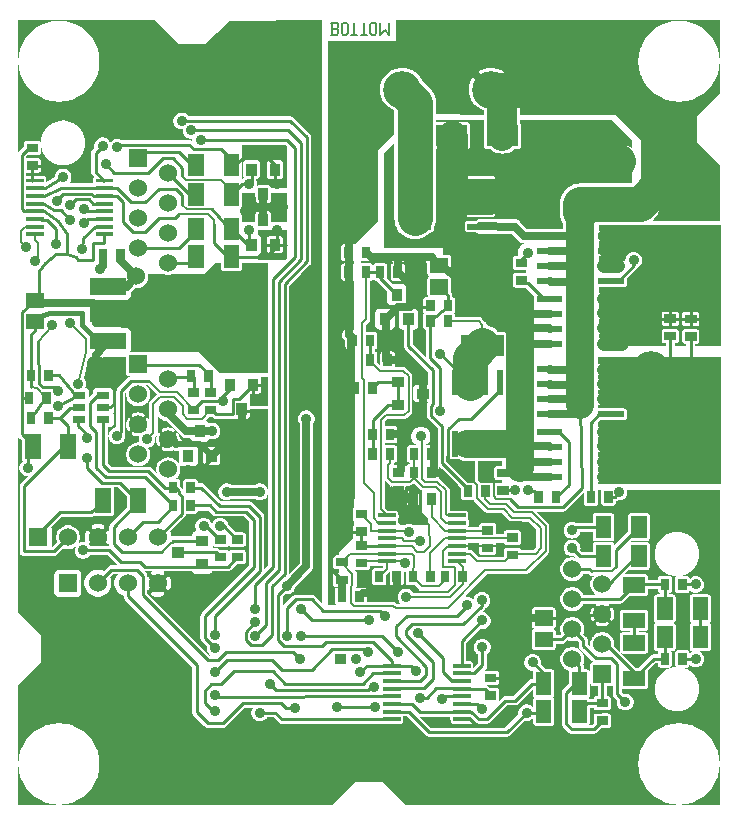
<source format=gbr>
G04 start of page 3 for group 1 idx 1 *
G04 Title: (unknown), solder *
G04 Creator: pcb 20110918 *
G04 CreationDate: Wed 12 Sep 2012 14:20:39 GMT UTC *
G04 For: rob *
G04 Format: Gerber/RS-274X *
G04 PCB-Dimensions: 236220 263780 *
G04 PCB-Coordinate-Origin: lower left *
%MOIN*%
%FSLAX25Y25*%
%LNBOTTOM*%
%ADD71C,0.1280*%
%ADD70C,0.0197*%
%ADD69C,0.0350*%
%ADD68C,0.0360*%
%ADD67C,0.0360*%
%ADD66R,0.1220X0.1220*%
%ADD65R,0.0130X0.0130*%
%ADD64R,0.0560X0.0560*%
%ADD63R,0.0240X0.0240*%
%ADD62R,0.0709X0.0709*%
%ADD61R,0.0512X0.0512*%
%ADD60R,0.0689X0.0689*%
%ADD59R,0.0200X0.0200*%
%ADD58R,0.0530X0.0530*%
%ADD57R,0.0283X0.0283*%
%ADD56R,0.0340X0.0340*%
%ADD55C,0.1260*%
%ADD54C,0.0354*%
%ADD53C,0.0600*%
%ADD52C,0.0098*%
%ADD51C,0.0200*%
%ADD50C,0.0450*%
%ADD49C,0.1024*%
%ADD48C,0.0400*%
%ADD47C,0.1000*%
%ADD46C,0.0866*%
%ADD45C,0.0150*%
%ADD44C,0.0945*%
%ADD43C,0.1181*%
%ADD42C,0.0100*%
%ADD41C,0.0079*%
%ADD40C,0.0250*%
%ADD39C,0.0001*%
G54D39*G36*
X101378Y24607D02*Y985D01*
X984D01*
Y24607D01*
X5502D01*
X5189Y24339D01*
X3809Y22723D01*
X2698Y20912D01*
X1885Y18948D01*
X1389Y16882D01*
X1222Y14764D01*
X1389Y12645D01*
X1885Y10579D01*
X2698Y8616D01*
X3809Y6804D01*
X5189Y5188D01*
X6804Y3808D01*
X8616Y2698D01*
X10579Y1885D01*
X12646Y1389D01*
X14764Y1222D01*
X16882Y1389D01*
X18949Y1885D01*
X20912Y2698D01*
X22724Y3808D01*
X24339Y5188D01*
X25719Y6804D01*
X26830Y8616D01*
X27643Y10579D01*
X28139Y12645D01*
X28264Y14764D01*
X28139Y16882D01*
X27643Y18948D01*
X26830Y20912D01*
X25719Y22723D01*
X24339Y24339D01*
X24026Y24607D01*
X101378D01*
G37*
G36*
X25199Y84526D02*X30876Y84525D01*
X34332Y81070D01*
X34367Y81029D01*
X32303D01*
X32244Y81033D01*
X32009Y81015D01*
X32009Y81015D01*
X32009D01*
X31982Y81009D01*
X31779Y80960D01*
X31779Y80960D01*
X31779D01*
X31689Y80922D01*
X31561Y80869D01*
X31561Y80869D01*
X31561Y80869D01*
X31450Y80801D01*
X31360Y80746D01*
X31360Y80746D01*
X31360Y80746D01*
X31180Y80593D01*
X31142Y80548D01*
X29661Y79067D01*
X29112Y79295D01*
X28423Y79460D01*
X27717Y79516D01*
X27011Y79460D01*
X26322Y79295D01*
X25668Y79024D01*
X25064Y78654D01*
X24525Y78194D01*
X24065Y77655D01*
X23695Y77051D01*
X23424Y76397D01*
X23259Y75708D01*
X23203Y75002D01*
X23259Y74296D01*
X23424Y73607D01*
X23695Y72953D01*
X24065Y72349D01*
X24525Y71810D01*
X25064Y71350D01*
X25668Y70980D01*
X26322Y70709D01*
X27011Y70544D01*
X27717Y70488D01*
X28423Y70544D01*
X29112Y70709D01*
X29766Y70980D01*
X30370Y71350D01*
X30909Y71810D01*
X31369Y72349D01*
X31739Y72953D01*
X32010Y73607D01*
X32175Y74296D01*
X32217Y75002D01*
X32175Y75708D01*
X32010Y76397D01*
X31782Y76946D01*
X32865Y78029D01*
X34384D01*
X34065Y77655D01*
X33695Y77051D01*
X33424Y76397D01*
X33259Y75708D01*
X33203Y75002D01*
X33259Y74296D01*
X33424Y73607D01*
X33695Y72953D01*
X34065Y72349D01*
X34525Y71810D01*
X35064Y71350D01*
X35668Y70980D01*
X36294Y70721D01*
X36290Y70671D01*
X36309Y70436D01*
Y70436D01*
X36335Y70325D01*
X36364Y70206D01*
X36364Y70206D01*
Y70206D01*
X36454Y69988D01*
X36578Y69787D01*
X36731Y69607D01*
X36776Y69569D01*
X59130Y47215D01*
Y32147D01*
X59125Y32088D01*
X59144Y31853D01*
X59144Y31852D01*
X59144Y31852D01*
X59144Y31852D01*
X59170Y31742D01*
X59199Y31623D01*
X59199Y31623D01*
X59199Y31623D01*
X59237Y31530D01*
X59289Y31405D01*
X59289Y31405D01*
X59289Y31405D01*
X59344Y31316D01*
X59413Y31203D01*
X59413Y31203D01*
X59413Y31203D01*
X59413Y31203D01*
X59566Y31024D01*
X59611Y30986D01*
X63268Y27329D01*
X63306Y27284D01*
X63486Y27131D01*
X63486Y27131D01*
X63486Y27131D01*
X63567Y27081D01*
X63687Y27007D01*
X63687Y27007D01*
X63687Y27007D01*
X63726Y26991D01*
X63905Y26917D01*
X63905Y26917D01*
X63905Y26917D01*
X64017Y26890D01*
X64135Y26862D01*
X64135Y26862D01*
X64135Y26862D01*
X64370Y26843D01*
X64429Y26848D01*
X69429D01*
X69488Y26843D01*
X69723Y26862D01*
X69724Y26862D01*
X69953Y26917D01*
X70171Y27007D01*
X70373Y27131D01*
X70552Y27284D01*
X70590Y27329D01*
X76802Y33541D01*
X79420D01*
X79190Y33167D01*
X79022Y32760D01*
X78919Y32331D01*
X78884Y31892D01*
X78919Y31452D01*
X79022Y31024D01*
X79190Y30617D01*
X79421Y30241D01*
X79707Y29906D01*
X80042Y29620D01*
X80418Y29389D01*
X80825Y29221D01*
X81254Y29118D01*
X81693Y29083D01*
X82132Y29118D01*
X82561Y29221D01*
X82968Y29389D01*
X83344Y29620D01*
X83679Y29906D01*
X83965Y30241D01*
X84058Y30392D01*
X86190D01*
X87973Y28609D01*
X88011Y28564D01*
X88191Y28411D01*
X88191Y28411D01*
X88191Y28411D01*
X88305Y28341D01*
X88392Y28287D01*
X88392Y28287D01*
X88392Y28287D01*
X88499Y28243D01*
X88610Y28197D01*
X88610Y28197D01*
X88610Y28197D01*
X88752Y28163D01*
X88840Y28142D01*
X88840Y28142D01*
X88840Y28142D01*
X89075Y28123D01*
X89134Y28128D01*
X100394D01*
Y22443D01*
X25891D01*
X25719Y22723D01*
X24339Y24339D01*
X22724Y25719D01*
X20912Y26830D01*
X18949Y27643D01*
X17717Y27938D01*
Y70509D01*
X20952Y70516D01*
X21182Y70571D01*
X21400Y70661D01*
X21601Y70785D01*
X21781Y70938D01*
X21934Y71118D01*
X22058Y71319D01*
X22148Y71537D01*
X22203Y71767D01*
X22217Y72002D01*
X22203Y78237D01*
X22148Y78467D01*
X22058Y78685D01*
X21934Y78886D01*
X21781Y79066D01*
X21601Y79219D01*
X21400Y79343D01*
X21182Y79433D01*
X20952Y79488D01*
X20717Y79502D01*
X17717Y79495D01*
Y86362D01*
X17797Y86356D01*
X18423Y86405D01*
X19033Y86551D01*
X19613Y86792D01*
X20148Y87120D01*
X20317Y87264D01*
X20164Y86894D01*
X20061Y86465D01*
X20026Y86026D01*
X20061Y85587D01*
X20164Y85158D01*
X20332Y84751D01*
X20563Y84375D01*
X20849Y84040D01*
X21184Y83754D01*
X21560Y83524D01*
X21967Y83355D01*
X22396Y83252D01*
X22835Y83217D01*
X23274Y83252D01*
X23703Y83355D01*
X24110Y83524D01*
X24486Y83754D01*
X24821Y84040D01*
X25107Y84375D01*
X25199Y84526D01*
G37*
G36*
X17717Y27938D02*X16882Y28139D01*
X14764Y28305D01*
X12646Y28139D01*
X10579Y27643D01*
X8616Y26830D01*
X6804Y25719D01*
X5189Y24339D01*
X3809Y22723D01*
X3637Y22443D01*
X984D01*
X985Y40946D01*
X8858Y48820D01*
Y57482D01*
X984Y65356D01*
Y123968D01*
X1040Y123834D01*
X1179Y123606D01*
X1353Y123402D01*
X1557Y123228D01*
X1785Y123089D01*
X1985Y123005D01*
X2470Y122470D01*
X2476Y116264D01*
X2513Y116111D01*
X2573Y115966D01*
X2653Y115835D01*
X2345Y115571D01*
X2059Y115236D01*
X1828Y114860D01*
X1660Y114453D01*
X1557Y114024D01*
X1522Y113585D01*
X1557Y113146D01*
X1660Y112717D01*
X1828Y112310D01*
X2059Y111934D01*
X2345Y111599D01*
X2680Y111313D01*
X3056Y111083D01*
X3463Y110914D01*
X3892Y110811D01*
X4331Y110776D01*
X4535Y110793D01*
X2131Y108388D01*
X2086Y108350D01*
X1933Y108170D01*
X1809Y107969D01*
X1719Y107751D01*
X1664Y107521D01*
X1645Y107286D01*
X1650Y107227D01*
Y85691D01*
X1645Y85632D01*
X1664Y85397D01*
X1719Y85167D01*
X1809Y84949D01*
X1933Y84748D01*
X2086Y84568D01*
X2266Y84415D01*
X2467Y84291D01*
X2685Y84201D01*
X2915Y84146D01*
X3150Y84127D01*
X3209Y84132D01*
X13014D01*
X13073Y84127D01*
X13308Y84146D01*
X13538Y84201D01*
X13756Y84291D01*
X13957Y84415D01*
X14137Y84568D01*
X14175Y84613D01*
X16245Y86682D01*
X16561Y86551D01*
X17171Y86405D01*
X17717Y86362D01*
Y79495D01*
X14482Y79488D01*
X14252Y79433D01*
X14034Y79343D01*
X13833Y79219D01*
X13653Y79066D01*
X13500Y78886D01*
X13376Y78685D01*
X13286Y78467D01*
X13231Y78237D01*
X13217Y78002D01*
X13231Y71767D01*
X13286Y71537D01*
X13376Y71319D01*
X13500Y71118D01*
X13653Y70938D01*
X13833Y70785D01*
X14034Y70661D01*
X14252Y70571D01*
X14482Y70516D01*
X14717Y70502D01*
X17717Y70509D01*
Y27938D01*
G37*
G36*
X76177Y124725D02*X76495Y124802D01*
X76902Y124970D01*
X77278Y125201D01*
X77329Y125244D01*
X77309Y125002D01*
X77344Y124563D01*
X77447Y124134D01*
X77616Y123727D01*
X77846Y123351D01*
X78132Y123016D01*
X78467Y122730D01*
X78843Y122500D01*
X79250Y122331D01*
X79679Y122228D01*
X80118Y122193D01*
X80557Y122228D01*
X80986Y122331D01*
X81393Y122500D01*
X81769Y122730D01*
X82104Y123016D01*
X82390Y123351D01*
X82621Y123727D01*
X82789Y124134D01*
X82892Y124563D01*
X82918Y125002D01*
X82892Y125441D01*
X82789Y125870D01*
X82621Y126277D01*
X82390Y126653D01*
X82104Y126988D01*
X81769Y127274D01*
X81393Y127505D01*
X80986Y127673D01*
X80557Y127776D01*
X80118Y127811D01*
X79679Y127776D01*
X79250Y127673D01*
X78843Y127505D01*
X78467Y127274D01*
X78413Y127228D01*
X78427Y127473D01*
X78401Y127912D01*
X78298Y128341D01*
X78130Y128748D01*
X77899Y129124D01*
X77613Y129459D01*
X77278Y129745D01*
X77101Y129853D01*
X77500Y129854D01*
X77668Y129895D01*
X77828Y129961D01*
X77976Y130052D01*
X78107Y130164D01*
X78220Y130296D01*
X78310Y130443D01*
X78376Y130603D01*
X78417Y130772D01*
X78427Y130944D01*
X78423Y132679D01*
X84524D01*
Y80936D01*
X83193Y79606D01*
Y97185D01*
X83198Y97244D01*
X83179Y97479D01*
X83179Y97480D01*
X83179Y97480D01*
Y97480D01*
X83157Y97570D01*
X83124Y97709D01*
X83124Y97709D01*
X83124Y97709D01*
X83103Y97759D01*
X83034Y97927D01*
X83034Y97927D01*
Y97927D01*
X83024Y97943D01*
X82910Y98129D01*
X82910Y98129D01*
X82910Y98129D01*
X82910Y98129D01*
X82757Y98308D01*
X82712Y98346D01*
X79251Y101807D01*
X79213Y101852D01*
X79034Y102005D01*
X79033Y102005D01*
X79033Y102005D01*
X79033Y102005D01*
X78896Y102089D01*
X78832Y102129D01*
X78832Y102129D01*
X78832Y102129D01*
X78669Y102196D01*
X78614Y102219D01*
X78614Y102219D01*
X78614Y102219D01*
X78441Y102260D01*
X78384Y102274D01*
X78384D01*
X78384Y102274D01*
X78384Y102274D01*
X78149Y102292D01*
X78090Y102288D01*
X76177Y102288D01*
Y103264D01*
X80016D01*
X80042Y103242D01*
X80418Y103011D01*
X80825Y102843D01*
X81254Y102740D01*
X81693Y102705D01*
X82132Y102740D01*
X82561Y102843D01*
X82968Y103011D01*
X83344Y103242D01*
X83679Y103528D01*
X83965Y103863D01*
X84195Y104239D01*
X84364Y104646D01*
X84467Y105074D01*
X84493Y105514D01*
X84467Y105953D01*
X84364Y106382D01*
X84195Y106789D01*
X83965Y107165D01*
X83679Y107500D01*
X83344Y107786D01*
X82968Y108016D01*
X82561Y108185D01*
X82132Y108288D01*
X81693Y108322D01*
X81254Y108288D01*
X80825Y108185D01*
X80418Y108016D01*
X80042Y107786D01*
X80016Y107764D01*
X76177D01*
Y124725D01*
G37*
G36*
X65632Y122990D02*X65748Y122980D01*
X66187Y123015D01*
X66616Y123118D01*
X67023Y123287D01*
X67399Y123517D01*
X67734Y123803D01*
X68020Y124138D01*
X68251Y124514D01*
X68419Y124921D01*
X68522Y125350D01*
X68548Y125789D01*
X68522Y126228D01*
X68419Y126657D01*
X68251Y127064D01*
X68020Y127440D01*
X67734Y127775D01*
X67399Y128061D01*
X67023Y128292D01*
X66616Y128460D01*
X66187Y128563D01*
X65748Y128598D01*
X65632Y128589D01*
Y130354D01*
X65951Y130355D01*
X66025Y130282D01*
X66063Y130237D01*
X66242Y130084D01*
X66243Y130084D01*
X66444Y129960D01*
X66444Y129960D01*
X66519Y129929D01*
X66662Y129870D01*
X66662Y129870D01*
X66669Y129868D01*
X66892Y129815D01*
X67127Y129796D01*
X67186Y129801D01*
X72579D01*
X72638Y129796D01*
X72873Y129815D01*
X73103Y129870D01*
X73321Y129960D01*
X73374Y129993D01*
X73426Y129961D01*
X73586Y129895D01*
X73754Y129854D01*
X73927Y129844D01*
X74139Y129845D01*
X73976Y129745D01*
X73641Y129459D01*
X73355Y129124D01*
X73124Y128748D01*
X72956Y128341D01*
X72853Y127912D01*
X72818Y127473D01*
X72853Y127034D01*
X72956Y126605D01*
X73111Y126229D01*
X73032Y126235D01*
X72593Y126201D01*
X72164Y126098D01*
X71757Y125929D01*
X71381Y125699D01*
X71046Y125413D01*
X70760Y125078D01*
X70529Y124702D01*
X70361Y124295D01*
X70258Y123866D01*
X70223Y123427D01*
X70258Y122987D01*
X70361Y122559D01*
X70529Y122152D01*
X70760Y121776D01*
X71046Y121441D01*
X71381Y121155D01*
X71757Y120924D01*
X72164Y120756D01*
X72593Y120653D01*
X73032Y120618D01*
X73471Y120653D01*
X73900Y120756D01*
X74307Y120924D01*
X74683Y121155D01*
X75018Y121441D01*
X75304Y121776D01*
X75535Y122152D01*
X75703Y122559D01*
X75806Y122987D01*
X75832Y123427D01*
X75806Y123866D01*
X75703Y124295D01*
X75548Y124671D01*
X75627Y124664D01*
X76066Y124699D01*
X76177Y124725D01*
Y107764D01*
X72346D01*
X72320Y107786D01*
X71944Y108016D01*
X71537Y108185D01*
X71108Y108288D01*
X70669Y108322D01*
X70230Y108288D01*
X69801Y108185D01*
X69394Y108016D01*
X69018Y107786D01*
X68683Y107500D01*
X68397Y107165D01*
X68166Y106789D01*
X67998Y106382D01*
X67895Y105953D01*
X67860Y105514D01*
X67895Y105074D01*
X67998Y104646D01*
X68166Y104239D01*
X68397Y103863D01*
X68683Y103528D01*
X69018Y103242D01*
X69394Y103011D01*
X69801Y102843D01*
X70230Y102740D01*
X70669Y102705D01*
X71108Y102740D01*
X71537Y102843D01*
X71944Y103011D01*
X72320Y103242D01*
X72346Y103264D01*
X76177D01*
Y102288D01*
X68927Y102287D01*
X65632Y105583D01*
Y114383D01*
X67505Y114388D01*
X67673Y114429D01*
X67833Y114495D01*
X67981Y114585D01*
X68112Y114698D01*
X68225Y114829D01*
X68315Y114977D01*
X68381Y115137D01*
X68422Y115305D01*
X68432Y115478D01*
X68422Y119651D01*
X68381Y119819D01*
X68315Y119979D01*
X68225Y120127D01*
X68112Y120258D01*
X67981Y120371D01*
X67833Y120461D01*
X67673Y120527D01*
X67505Y120568D01*
X67332Y120578D01*
X65632Y120573D01*
Y122990D01*
G37*
G36*
Y128589D02*X65309Y128563D01*
X64880Y128460D01*
X64746Y128405D01*
X64649Y128562D01*
X64496Y128742D01*
X64316Y128895D01*
X64115Y129019D01*
X63897Y129109D01*
X63667Y129164D01*
X63617Y129167D01*
X64802Y130352D01*
X65632Y130354D01*
Y128589D01*
G37*
G36*
X54959Y124775D02*X55584Y124149D01*
X55641Y124082D01*
X55910Y123852D01*
X55910Y123852D01*
X55910Y123852D01*
X56086Y123745D01*
X56212Y123667D01*
X56212Y123667D01*
X56212Y123667D01*
X56460Y123564D01*
X56540Y123532D01*
X56540Y123532D01*
X56666Y123501D01*
X56884Y123449D01*
X56884D01*
X56884Y123449D01*
X57237Y123421D01*
X57325Y123428D01*
X58549D01*
X58601Y123213D01*
X58691Y122995D01*
X58815Y122794D01*
X58968Y122614D01*
X59148Y122461D01*
X59349Y122337D01*
X59567Y122247D01*
X59797Y122192D01*
X60032Y122178D01*
X63667Y122192D01*
X63897Y122247D01*
X64115Y122337D01*
X64316Y122461D01*
X64496Y122614D01*
X64649Y122794D01*
X64773Y122995D01*
X64832Y123138D01*
X64880Y123118D01*
X65309Y123015D01*
X65632Y122990D01*
Y120573D01*
X63759Y120568D01*
X63591Y120527D01*
X63431Y120461D01*
X63283Y120371D01*
X63152Y120258D01*
X63039Y120127D01*
X62949Y119979D01*
X62883Y119819D01*
X62842Y119651D01*
X62832Y119478D01*
X62842Y115305D01*
X62883Y115137D01*
X62949Y114977D01*
X63039Y114829D01*
X63152Y114698D01*
X63283Y114585D01*
X63431Y114495D01*
X63591Y114429D01*
X63759Y114388D01*
X63932Y114378D01*
X65632Y114383D01*
Y105583D01*
X63305Y107910D01*
X63267Y107955D01*
X63088Y108108D01*
X63088Y108108D01*
X63087Y108108D01*
X62981Y108174D01*
X62886Y108232D01*
X62886Y108232D01*
X62886Y108232D01*
X62771Y108279D01*
X62668Y108322D01*
X62668Y108322D01*
X62668Y108322D01*
X62546Y108351D01*
X62439Y108377D01*
X62439Y108377D01*
X62438Y108377D01*
X62203Y108396D01*
X62144Y108391D01*
X60982Y108391D01*
X60980Y108944D01*
X60944Y109095D01*
X60885Y109238D01*
X60804Y109370D01*
X60703Y109487D01*
X60586Y109588D01*
X60454Y109669D01*
X60311Y109728D01*
X60160Y109764D01*
X60005Y109773D01*
X57020Y109764D01*
X56869Y109728D01*
X56726Y109669D01*
X56594Y109588D01*
X56477Y109487D01*
X56376Y109370D01*
X56295Y109238D01*
X56236Y109095D01*
X56200Y108944D01*
X56190Y108790D01*
X56197Y106006D01*
X56188Y106044D01*
X56156Y106176D01*
X56156Y106176D01*
X56156Y106176D01*
X56125Y106252D01*
X56066Y106394D01*
X56066Y106394D01*
X56066Y106394D01*
X56022Y106465D01*
X55942Y106596D01*
X55942Y106596D01*
X55942Y106596D01*
X55942Y106596D01*
X55789Y106775D01*
X55744Y106813D01*
X55150Y107407D01*
X55146Y108944D01*
X55110Y109095D01*
X55051Y109238D01*
X54970Y109370D01*
X54959Y109383D01*
Y111717D01*
X55105Y112327D01*
X55142Y112955D01*
X55105Y113582D01*
X54959Y114192D01*
Y114542D01*
X55068Y114414D01*
X55248Y114261D01*
X55449Y114137D01*
X55667Y114047D01*
X55897Y113992D01*
X56132Y113978D01*
X59767Y113992D01*
X59997Y114047D01*
X60215Y114137D01*
X60416Y114261D01*
X60596Y114414D01*
X60749Y114594D01*
X60873Y114795D01*
X60963Y115013D01*
X61018Y115243D01*
X61032Y115478D01*
X61018Y119713D01*
X60963Y119943D01*
X60873Y120161D01*
X60749Y120362D01*
X60596Y120542D01*
X60416Y120695D01*
X60215Y120819D01*
X59997Y120909D01*
X59767Y120964D01*
X59532Y120978D01*
X56132Y120965D01*
X56166Y121106D01*
X56194Y121459D01*
X56166Y121812D01*
X56083Y122157D01*
X55948Y122484D01*
X55763Y122786D01*
X55528Y123050D01*
X55112Y123466D01*
X55109Y123499D01*
X55043Y123856D01*
X54959Y124160D01*
Y124775D01*
G37*
G36*
Y109383D02*X54869Y109487D01*
X54752Y109588D01*
X54620Y109669D01*
X54477Y109728D01*
X54326Y109764D01*
X54172Y109773D01*
X53574Y109772D01*
X53979Y110118D01*
X54388Y110596D01*
X54717Y111133D01*
X54958Y111715D01*
X54959Y111717D01*
Y109383D01*
G37*
G36*
X51140Y118955D02*X51324D01*
X51686Y118988D01*
X52044Y119054D01*
X52394Y119151D01*
X52734Y119281D01*
X53001Y119411D01*
X53240Y119313D01*
X53584Y119230D01*
X53937Y119202D01*
X54290Y119230D01*
X54633Y119312D01*
X54646Y115243D01*
X54701Y115013D01*
X54791Y114795D01*
X54915Y114594D01*
X54959Y114542D01*
Y114192D01*
X54958Y114195D01*
X54717Y114776D01*
X54388Y115313D01*
X53979Y115792D01*
X53500Y116201D01*
X52964Y116530D01*
X52382Y116771D01*
X51770Y116918D01*
X51142Y116967D01*
X51140Y116967D01*
Y118955D01*
G37*
G36*
Y120705D02*X51142Y120705D01*
X51509D01*
X52101Y120113D01*
X52080Y120105D01*
X51818Y120032D01*
X51550Y119983D01*
X51278Y119958D01*
X51140D01*
Y120705D01*
G37*
G36*
Y128593D02*X54959Y124775D01*
Y124160D01*
X54945Y124207D01*
X54816Y124547D01*
X54657Y124873D01*
X54614Y124940D01*
X54561Y124999D01*
X54499Y125048D01*
X54430Y125088D01*
X54356Y125116D01*
X54279Y125132D01*
X54200Y125136D01*
X54121Y125128D01*
X54045Y125107D01*
X53972Y125075D01*
X53906Y125031D01*
X53847Y124978D01*
X53798Y124917D01*
X53758Y124848D01*
X53739Y124798D01*
X53616Y124873D01*
X53466Y124966D01*
X53465Y124966D01*
X53465Y124966D01*
X53304Y125033D01*
X53138Y125101D01*
X53138Y125101D01*
X53138Y125101D01*
X52980Y125139D01*
X52794Y125184D01*
X52794Y125184D01*
X52794Y125184D01*
X52441Y125212D01*
X52353Y125205D01*
X51142D01*
X51140Y125205D01*
Y125952D01*
X51278D01*
X51550Y125927D01*
X51818Y125878D01*
X52080Y125804D01*
X52335Y125708D01*
X52579Y125588D01*
X52651Y125554D01*
X52726Y125534D01*
X52805Y125526D01*
X52883Y125529D01*
X52960Y125546D01*
X53034Y125574D01*
X53102Y125613D01*
X53163Y125662D01*
X53216Y125721D01*
X53259Y125787D01*
X53291Y125858D01*
X53312Y125934D01*
X53320Y126013D01*
X53316Y126091D01*
X53300Y126168D01*
X53272Y126242D01*
X53233Y126310D01*
X53184Y126371D01*
X53125Y126424D01*
X53059Y126466D01*
X52734Y126629D01*
X52394Y126758D01*
X52044Y126856D01*
X51686Y126922D01*
X51324Y126955D01*
X51140D01*
Y128593D01*
G37*
G36*
X41140Y113943D02*X41142Y113942D01*
X41770Y113992D01*
X42382Y114139D01*
X42964Y114380D01*
X43500Y114709D01*
X43979Y115118D01*
X44388Y115596D01*
X44717Y116133D01*
X44958Y116715D01*
X45105Y117327D01*
X45142Y117955D01*
X45105Y118582D01*
X44958Y119195D01*
X44717Y119776D01*
X44425Y120252D01*
X44534Y120261D01*
X44963Y120364D01*
X45370Y120532D01*
X45745Y120763D01*
X46080Y121049D01*
X46366Y121384D01*
X46597Y121759D01*
X46765Y122166D01*
X46868Y122595D01*
X46894Y123034D01*
X46868Y123473D01*
X46798Y123766D01*
X47207Y124175D01*
X47248Y124211D01*
X47391Y124377D01*
X47391Y124377D01*
X47391Y124377D01*
X47424Y124432D01*
X47339Y124207D01*
X47241Y123856D01*
X47175Y123499D01*
X47142Y123137D01*
Y122773D01*
X47175Y122411D01*
X47241Y122053D01*
X47339Y121703D01*
X47468Y121363D01*
X47627Y121036D01*
X47670Y120970D01*
X47723Y120911D01*
X47785Y120861D01*
X47854Y120822D01*
X47928Y120794D01*
X48005Y120777D01*
X48084Y120773D01*
X48163Y120782D01*
X48239Y120802D01*
X48312Y120835D01*
X48378Y120878D01*
X48437Y120931D01*
X48486Y120993D01*
X48526Y121062D01*
X48554Y121136D01*
X48570Y121213D01*
X48574Y121292D01*
X48566Y121371D01*
X48545Y121447D01*
X48512Y121519D01*
X48389Y121762D01*
X48292Y122017D01*
X48219Y122279D01*
X48170Y122547D01*
X48145Y122819D01*
Y123091D01*
X48170Y123362D01*
X48219Y123630D01*
X48292Y123893D01*
X48389Y124147D01*
X48509Y124392D01*
X48542Y124463D01*
X48563Y124539D01*
X48571Y124618D01*
X48567Y124696D01*
X48551Y124773D01*
X48523Y124847D01*
X48484Y124915D01*
X48435Y124976D01*
X48376Y125029D01*
X48310Y125072D01*
X48238Y125104D01*
X48162Y125125D01*
X48084Y125133D01*
X48006Y125129D01*
X47929Y125113D01*
X47855Y125085D01*
X47787Y125046D01*
X47726Y124996D01*
X47673Y124938D01*
X47631Y124871D01*
X47599Y124808D01*
X47640Y124980D01*
Y124980D01*
X47640Y124980D01*
X47658Y125199D01*
X47653Y125254D01*
Y130992D01*
X47896Y130596D01*
X48305Y130118D01*
X48784Y129709D01*
X49320Y129380D01*
X49902Y129139D01*
X50514Y128992D01*
X50760Y128972D01*
X51140Y128593D01*
Y126955D01*
X50960D01*
X50598Y126922D01*
X50240Y126856D01*
X49890Y126758D01*
X49550Y126629D01*
X49223Y126469D01*
X49157Y126427D01*
X49098Y126373D01*
X49048Y126312D01*
X49009Y126243D01*
X48981Y126169D01*
X48965Y126092D01*
X48961Y126013D01*
X48969Y125934D01*
X48990Y125857D01*
X49022Y125785D01*
X49065Y125719D01*
X49118Y125660D01*
X49180Y125610D01*
X49249Y125571D01*
X49323Y125543D01*
X49400Y125526D01*
X49479Y125522D01*
X49558Y125531D01*
X49635Y125552D01*
X49706Y125585D01*
X49949Y125708D01*
X50204Y125804D01*
X50466Y125878D01*
X50734Y125927D01*
X51006Y125952D01*
X51140D01*
Y125205D01*
X50789Y125184D01*
X50445Y125101D01*
X50117Y124966D01*
X49815Y124781D01*
X49546Y124551D01*
X49316Y124281D01*
X49131Y123979D01*
X48996Y123652D01*
X48913Y123308D01*
X48885Y122955D01*
X48913Y122602D01*
X48996Y122257D01*
X49131Y121930D01*
X49316Y121628D01*
X49546Y121359D01*
X49815Y121129D01*
X50117Y120944D01*
X50445Y120808D01*
X50789Y120726D01*
X51140Y120705D01*
Y119958D01*
X51006D01*
X50734Y119983D01*
X50466Y120032D01*
X50204Y120105D01*
X49949Y120202D01*
X49705Y120322D01*
X49633Y120355D01*
X49557Y120376D01*
X49479Y120384D01*
X49401Y120380D01*
X49324Y120364D01*
X49250Y120336D01*
X49182Y120297D01*
X49121Y120247D01*
X49068Y120189D01*
X49025Y120123D01*
X48993Y120051D01*
X48972Y119975D01*
X48964Y119897D01*
X48968Y119818D01*
X48984Y119741D01*
X49012Y119668D01*
X49051Y119600D01*
X49100Y119538D01*
X49159Y119486D01*
X49225Y119444D01*
X49550Y119281D01*
X49890Y119151D01*
X50240Y119054D01*
X50598Y118988D01*
X50960Y118955D01*
X51140D01*
Y116967D01*
X50514Y116918D01*
X49902Y116771D01*
X49320Y116530D01*
X48784Y116201D01*
X48305Y115792D01*
X47896Y115313D01*
X47567Y114776D01*
X47326Y114195D01*
X47179Y113582D01*
X47130Y112955D01*
X47179Y112327D01*
X47326Y111715D01*
X47346Y111668D01*
X45590Y113423D01*
X45552Y113468D01*
X45373Y113621D01*
X45373Y113621D01*
X45373Y113621D01*
X45292Y113671D01*
X45171Y113745D01*
X45171Y113745D01*
X45171Y113745D01*
X45054Y113793D01*
X44953Y113835D01*
X44953Y113835D01*
X44953Y113835D01*
X44863Y113857D01*
X44724Y113890D01*
X44724Y113890D01*
X44724Y113890D01*
X44723Y113890D01*
X44488Y113909D01*
X44429Y113904D01*
X41140D01*
Y113943D01*
G37*
G36*
Y123955D02*X41324D01*
X41452Y123966D01*
X41425Y123902D01*
X41322Y123473D01*
X41287Y123034D01*
X41322Y122595D01*
X41425Y122166D01*
X41520Y121937D01*
X41142Y121967D01*
X41140Y121967D01*
Y123955D01*
G37*
G36*
Y132679D02*X44866D01*
Y129415D01*
X44816Y129547D01*
X44657Y129873D01*
X44614Y129940D01*
X44561Y129999D01*
X44499Y130048D01*
X44430Y130088D01*
X44356Y130116D01*
X44279Y130132D01*
X44200Y130136D01*
X44121Y130128D01*
X44045Y130107D01*
X43972Y130075D01*
X43906Y130031D01*
X43847Y129978D01*
X43798Y129917D01*
X43758Y129848D01*
X43730Y129774D01*
X43714Y129697D01*
X43710Y129617D01*
X43718Y129539D01*
X43739Y129462D01*
X43772Y129391D01*
X43895Y129147D01*
X43992Y128893D01*
X44065Y128630D01*
X44114Y128362D01*
X44139Y128091D01*
Y127819D01*
X44114Y127547D01*
X44065Y127279D01*
X43992Y127017D01*
X43895Y126762D01*
X43775Y126517D01*
X43742Y126446D01*
X43721Y126370D01*
X43713Y126292D01*
X43717Y126213D01*
X43733Y126136D01*
X43761Y126063D01*
X43800Y125995D01*
X43849Y125933D01*
X43908Y125881D01*
X43974Y125838D01*
X43984Y125833D01*
X43656Y125807D01*
X43227Y125704D01*
X42820Y125536D01*
X42445Y125305D01*
X42315Y125195D01*
X42080Y125105D01*
X41818Y125032D01*
X41550Y124983D01*
X41278Y124958D01*
X41140D01*
Y130952D01*
X41278D01*
X41550Y130927D01*
X41818Y130878D01*
X42080Y130804D01*
X42335Y130708D01*
X42579Y130588D01*
X42651Y130554D01*
X42726Y130534D01*
X42805Y130526D01*
X42883Y130529D01*
X42960Y130546D01*
X43034Y130574D01*
X43102Y130613D01*
X43163Y130662D01*
X43216Y130721D01*
X43259Y130787D01*
X43291Y130858D01*
X43312Y130934D01*
X43320Y131013D01*
X43316Y131091D01*
X43300Y131168D01*
X43272Y131242D01*
X43233Y131310D01*
X43184Y131371D01*
X43125Y131424D01*
X43059Y131466D01*
X42734Y131629D01*
X42394Y131758D01*
X42044Y131856D01*
X41686Y131922D01*
X41324Y131955D01*
X41140D01*
Y132679D01*
G37*
G36*
X37858Y115658D02*X37896Y115596D01*
X38305Y115118D01*
X38784Y114709D01*
X39320Y114380D01*
X39902Y114139D01*
X40514Y113992D01*
X41140Y113943D01*
Y113904D01*
X37858D01*
Y115658D01*
G37*
G36*
Y132679D02*X41140D01*
Y131955D01*
X40960D01*
X40598Y131922D01*
X40240Y131856D01*
X39890Y131758D01*
X39550Y131629D01*
X39223Y131469D01*
X39157Y131427D01*
X39098Y131373D01*
X39048Y131312D01*
X39009Y131243D01*
X38981Y131169D01*
X38965Y131092D01*
X38961Y131013D01*
X38969Y130934D01*
X38990Y130857D01*
X39022Y130785D01*
X39065Y130719D01*
X39118Y130660D01*
X39180Y130610D01*
X39249Y130571D01*
X39323Y130543D01*
X39400Y130526D01*
X39479Y130522D01*
X39558Y130531D01*
X39635Y130552D01*
X39706Y130585D01*
X39949Y130708D01*
X40204Y130804D01*
X40466Y130878D01*
X40734Y130927D01*
X41006Y130952D01*
X41140D01*
Y124958D01*
X41006D01*
X40734Y124983D01*
X40466Y125032D01*
X40204Y125105D01*
X39949Y125202D01*
X39705Y125322D01*
X39633Y125355D01*
X39557Y125376D01*
X39479Y125384D01*
X39401Y125380D01*
X39324Y125364D01*
X39250Y125336D01*
X39182Y125297D01*
X39121Y125247D01*
X39068Y125189D01*
X39025Y125123D01*
X38993Y125051D01*
X38972Y124975D01*
X38964Y124897D01*
X38968Y124818D01*
X38984Y124741D01*
X39012Y124668D01*
X39051Y124600D01*
X39100Y124538D01*
X39159Y124486D01*
X39225Y124444D01*
X39550Y124281D01*
X39890Y124151D01*
X40240Y124054D01*
X40598Y123988D01*
X40960Y123955D01*
X41140D01*
Y121967D01*
X40514Y121918D01*
X39902Y121771D01*
X39320Y121530D01*
X38784Y121201D01*
X38305Y120792D01*
X37896Y120313D01*
X37858Y120252D01*
Y125820D01*
X37928Y125794D01*
X38005Y125777D01*
X38084Y125773D01*
X38163Y125782D01*
X38239Y125802D01*
X38312Y125835D01*
X38378Y125878D01*
X38437Y125931D01*
X38486Y125993D01*
X38526Y126062D01*
X38554Y126136D01*
X38570Y126213D01*
X38574Y126292D01*
X38566Y126371D01*
X38545Y126447D01*
X38512Y126519D01*
X38389Y126762D01*
X38292Y127017D01*
X38219Y127279D01*
X38170Y127547D01*
X38145Y127819D01*
Y128091D01*
X38170Y128362D01*
X38219Y128630D01*
X38292Y128893D01*
X38389Y129147D01*
X38509Y129392D01*
X38542Y129463D01*
X38563Y129539D01*
X38571Y129618D01*
X38567Y129696D01*
X38551Y129773D01*
X38523Y129847D01*
X38484Y129915D01*
X38435Y129976D01*
X38376Y130029D01*
X38310Y130072D01*
X38238Y130104D01*
X38162Y130125D01*
X38084Y130133D01*
X38006Y130129D01*
X37929Y130113D01*
X37858Y130086D01*
Y132679D01*
G37*
G36*
X32480Y113904D02*Y121897D01*
X32780Y121713D01*
X33187Y121545D01*
X33616Y121442D01*
X34055Y121407D01*
X34494Y121442D01*
X34923Y121545D01*
X35330Y121713D01*
X35705Y121944D01*
X36040Y122230D01*
X36326Y122565D01*
X36557Y122940D01*
X36725Y123347D01*
X36828Y123776D01*
X36854Y124215D01*
X36828Y124654D01*
X36766Y124913D01*
X36766Y124914D01*
X36856Y125130D01*
X36911Y125359D01*
X36930Y125593D01*
X36925Y125652D01*
Y132679D01*
X37858D01*
Y130086D01*
X37855Y130085D01*
X37787Y130046D01*
X37726Y129996D01*
X37673Y129938D01*
X37631Y129871D01*
X37468Y129547D01*
X37339Y129207D01*
X37241Y128856D01*
X37175Y128499D01*
X37142Y128137D01*
Y127773D01*
X37175Y127411D01*
X37241Y127053D01*
X37339Y126703D01*
X37468Y126363D01*
X37627Y126036D01*
X37670Y125970D01*
X37723Y125911D01*
X37785Y125861D01*
X37854Y125822D01*
X37858Y125820D01*
Y120252D01*
X37567Y119776D01*
X37326Y119195D01*
X37179Y118582D01*
X37130Y117955D01*
X37179Y117327D01*
X37326Y116715D01*
X37567Y116133D01*
X37858Y115658D01*
Y113904D01*
X32480D01*
G37*
G36*
X59249Y79012D02*X59257Y78991D01*
X59381Y78790D01*
X59534Y78610D01*
X59714Y78457D01*
X59915Y78333D01*
X60133Y78243D01*
X60363Y78188D01*
X60598Y78174D01*
X64833Y78188D01*
X65063Y78243D01*
X65281Y78333D01*
X65482Y78457D01*
X65662Y78610D01*
X65815Y78790D01*
X65939Y78991D01*
X65947Y79012D01*
X71013D01*
X71080Y79007D01*
X71258Y79023D01*
X71298Y79026D01*
X71307Y79028D01*
X71315Y79029D01*
X71421Y79055D01*
X71528Y79081D01*
X71536Y79084D01*
X71544Y79086D01*
X71644Y79129D01*
X71746Y79171D01*
X71753Y79176D01*
X71761Y79179D01*
X71854Y79237D01*
X71947Y79295D01*
X71954Y79300D01*
X71961Y79305D01*
X71990Y79331D01*
X72127Y79448D01*
X72171Y79499D01*
X73968Y81337D01*
X76267Y81343D01*
X76418Y81379D01*
X76561Y81438D01*
X76693Y81519D01*
X76810Y81620D01*
X76911Y81737D01*
X76992Y81869D01*
X77051Y82013D01*
X77087Y82163D01*
X77096Y82318D01*
X77087Y85303D01*
X77051Y85454D01*
X76992Y85597D01*
X76911Y85729D01*
X76810Y85847D01*
X76693Y85947D01*
X76561Y86028D01*
X76418Y86087D01*
X76267Y86123D01*
X76112Y86133D01*
X72159Y86123D01*
X72008Y86087D01*
X71865Y86028D01*
X71733Y85947D01*
X71616Y85847D01*
X71515Y85729D01*
X71457Y85634D01*
X71399Y85729D01*
X71298Y85847D01*
X71181Y85947D01*
X71049Y86028D01*
X70906Y86087D01*
X70755Y86123D01*
X70600Y86133D01*
X68428Y86128D01*
X68262Y86293D01*
X68224Y86338D01*
X68044Y86491D01*
X68044Y86491D01*
X68044Y86491D01*
X67972Y86536D01*
X67843Y86615D01*
X67625Y86705D01*
X67625Y86705D01*
X67625Y86705D01*
X67528Y86728D01*
X67395Y86760D01*
X67395D01*
X67395Y86760D01*
X67160Y86779D01*
X67101Y86774D01*
X65928D01*
X65939Y86791D01*
X66029Y87009D01*
X66084Y87239D01*
X66097Y87461D01*
X66104Y87454D01*
X66221Y87353D01*
X66353Y87272D01*
X66496Y87213D01*
X66647Y87177D01*
X66802Y87168D01*
X70755Y87177D01*
X70906Y87213D01*
X71049Y87272D01*
X71181Y87353D01*
X71298Y87454D01*
X71399Y87571D01*
X71457Y87666D01*
X71515Y87571D01*
X71616Y87454D01*
X71733Y87353D01*
X71865Y87272D01*
X72008Y87213D01*
X72159Y87177D01*
X72314Y87168D01*
X76267Y87177D01*
X76418Y87213D01*
X76561Y87272D01*
X76693Y87353D01*
X76810Y87454D01*
X76911Y87571D01*
X76992Y87703D01*
X77051Y87847D01*
X77087Y87997D01*
X77096Y88152D01*
X77087Y91137D01*
X77051Y91288D01*
X76992Y91431D01*
X76911Y91563D01*
X76810Y91681D01*
X76693Y91781D01*
X76561Y91862D01*
X76418Y91921D01*
X76267Y91957D01*
X76112Y91967D01*
X73940Y91962D01*
X71250Y94651D01*
X71175Y94963D01*
X71006Y95370D01*
X70776Y95746D01*
X70490Y96081D01*
X70155Y96367D01*
X69779Y96597D01*
X69372Y96766D01*
X68943Y96869D01*
X68504Y96904D01*
X68065Y96869D01*
X67636Y96766D01*
X67229Y96597D01*
X66853Y96367D01*
X66518Y96081D01*
X66232Y95746D01*
X66001Y95370D01*
X65833Y94963D01*
X65748Y94610D01*
X65663Y94963D01*
X65495Y95370D01*
X65264Y95746D01*
X64978Y96081D01*
X64643Y96367D01*
X64267Y96597D01*
X63860Y96766D01*
X63431Y96869D01*
X62992Y96904D01*
X62553Y96869D01*
X62124Y96766D01*
X61717Y96597D01*
X61341Y96367D01*
X61006Y96081D01*
X60720Y95746D01*
X60490Y95370D01*
X60321Y94963D01*
X60218Y94534D01*
X60183Y94095D01*
X60218Y93656D01*
X60321Y93227D01*
X60490Y92820D01*
X60720Y92444D01*
X60790Y92362D01*
X60363Y92360D01*
X60133Y92305D01*
X59915Y92215D01*
X59714Y92091D01*
X59534Y91938D01*
X59381Y91758D01*
X59257Y91557D01*
X59167Y91339D01*
X59112Y91109D01*
X59098Y90874D01*
X59099Y90674D01*
X52815D01*
X52756Y90679D01*
X52522Y90660D01*
X52521Y90660D01*
X52520Y90660D01*
X52520Y90660D01*
X52384Y90628D01*
X52291Y90605D01*
X52291Y90605D01*
X52291Y90605D01*
X52282Y90602D01*
X52255Y91062D01*
X52090Y91751D01*
X51867Y92290D01*
X56727Y97125D01*
X56773Y97165D01*
X56915Y97332D01*
X56924Y97341D01*
X56925Y97343D01*
X56926Y97344D01*
X56986Y97442D01*
X57048Y97542D01*
X57049Y97544D01*
X57050Y97546D01*
X57093Y97652D01*
X57139Y97760D01*
X57139Y97762D01*
X57140Y97764D01*
X57167Y97876D01*
X57195Y97990D01*
X57195Y97992D01*
X57195Y97993D01*
X57196Y98006D01*
X57204Y98102D01*
X60160Y98112D01*
X60311Y98148D01*
X60454Y98207D01*
X60586Y98288D01*
X60703Y98388D01*
X60804Y98506D01*
X60885Y98638D01*
X60944Y98781D01*
X60980Y98932D01*
X60990Y99086D01*
X60989Y99214D01*
X64612D01*
X66024Y97802D01*
X66062Y97757D01*
X66240Y97605D01*
X66241Y97604D01*
X66241Y97604D01*
X66242Y97604D01*
X66360Y97531D01*
X66443Y97480D01*
X66443Y97480D01*
X66443Y97480D01*
X66562Y97431D01*
X66661Y97390D01*
X66661Y97390D01*
X66661Y97390D01*
X66784Y97360D01*
X66890Y97335D01*
X66890Y97335D01*
X66891Y97335D01*
X66892Y97335D01*
X67126Y97316D01*
X67185Y97321D01*
X76346D01*
X78224Y95442D01*
Y80936D01*
X62367Y65079D01*
X62322Y65041D01*
X62169Y64861D01*
X62045Y64660D01*
X61955Y64442D01*
X61900Y64212D01*
X61900Y64212D01*
X61881Y63977D01*
X61886Y63918D01*
Y56950D01*
X61881Y56891D01*
X61900Y56656D01*
X61900Y56656D01*
X61900Y56656D01*
X61900Y56656D01*
X61923Y56559D01*
X61955Y56426D01*
X61955Y56426D01*
X61955Y56426D01*
X61993Y56334D01*
X62045Y56208D01*
X62045Y56208D01*
X62045Y56208D01*
X62085Y56144D01*
X62169Y56007D01*
X62169Y56007D01*
X62169Y56007D01*
X62169Y56006D01*
X62322Y55827D01*
X62367Y55789D01*
X64196Y53959D01*
X64155Y53787D01*
X64120Y53348D01*
X64155Y52909D01*
X64258Y52480D01*
X64427Y52073D01*
X64657Y51697D01*
X64943Y51362D01*
X65278Y51076D01*
X65547Y50911D01*
X64992D01*
X51330Y64573D01*
Y72855D01*
X51373Y72862D01*
X51485Y72899D01*
X51590Y72954D01*
X51685Y73024D01*
X51768Y73108D01*
X51836Y73204D01*
X51887Y73310D01*
X52035Y73718D01*
X52139Y74139D01*
X52201Y74569D01*
X52222Y75002D01*
X52201Y75435D01*
X52139Y75865D01*
X52035Y76286D01*
X51892Y76696D01*
X51839Y76802D01*
X51770Y76898D01*
X51687Y76983D01*
X51592Y77053D01*
X51486Y77108D01*
X51374Y77145D01*
X51330Y77153D01*
Y79012D01*
X59249D01*
G37*
G36*
X51330Y64573D02*X47719Y68184D01*
Y70497D01*
X48150Y70518D01*
X48580Y70580D01*
X49001Y70684D01*
X49411Y70827D01*
X49517Y70880D01*
X49613Y70949D01*
X49698Y71032D01*
X49768Y71128D01*
X49823Y71233D01*
X49860Y71345D01*
X49880Y71462D01*
X49881Y71581D01*
X49863Y71698D01*
X49827Y71811D01*
X49774Y71917D01*
X49705Y72014D01*
X49622Y72098D01*
X49526Y72169D01*
X49421Y72223D01*
X49309Y72261D01*
X49192Y72280D01*
X49073Y72281D01*
X48956Y72263D01*
X48843Y72225D01*
X48572Y72127D01*
X48292Y72058D01*
X48006Y72016D01*
X47719Y72002D01*
Y78002D01*
X48006Y77988D01*
X48292Y77947D01*
X48572Y77878D01*
X48845Y77782D01*
X48956Y77744D01*
X49073Y77727D01*
X49191Y77727D01*
X49308Y77747D01*
X49420Y77784D01*
X49524Y77838D01*
X49619Y77909D01*
X49702Y77993D01*
X49771Y78089D01*
X49824Y78194D01*
X49860Y78307D01*
X49877Y78423D01*
X49876Y78541D01*
X49857Y78658D01*
X49820Y78770D01*
X49765Y78875D01*
X49695Y78970D01*
X49652Y79012D01*
X51330D01*
Y77153D01*
X51257Y77165D01*
X51138Y77166D01*
X51021Y77148D01*
X50908Y77112D01*
X50802Y77059D01*
X50705Y76990D01*
X50621Y76907D01*
X50550Y76811D01*
X50496Y76706D01*
X50458Y76594D01*
X50439Y76477D01*
X50438Y76358D01*
X50456Y76241D01*
X50494Y76129D01*
X50593Y75857D01*
X50661Y75577D01*
X50703Y75291D01*
X50717Y75002D01*
X50703Y74713D01*
X50661Y74428D01*
X50593Y74147D01*
X50497Y73874D01*
X50459Y73763D01*
X50442Y73646D01*
X50442Y73528D01*
X50462Y73411D01*
X50499Y73299D01*
X50553Y73195D01*
X50623Y73100D01*
X50708Y73017D01*
X50804Y72948D01*
X50909Y72895D01*
X51022Y72860D01*
X51138Y72842D01*
X51256Y72843D01*
X51330Y72855D01*
Y64573D01*
G37*
G36*
X47719Y68184D02*X44216Y71686D01*
Y72839D01*
X44296Y72838D01*
X44413Y72856D01*
X44526Y72892D01*
X44632Y72945D01*
X44729Y73014D01*
X44813Y73097D01*
X44884Y73193D01*
X44938Y73298D01*
X44976Y73411D01*
X44995Y73528D01*
X44996Y73646D01*
X44978Y73763D01*
X44940Y73876D01*
X44841Y74147D01*
X44773Y74428D01*
X44731Y74713D01*
X44717Y75002D01*
X44731Y75291D01*
X44773Y75577D01*
X44841Y75857D01*
X44937Y76130D01*
X44975Y76242D01*
X44992Y76358D01*
X44992Y76476D01*
X44972Y76593D01*
X44935Y76705D01*
X44881Y76810D01*
X44811Y76905D01*
X44726Y76987D01*
X44630Y77056D01*
X44525Y77109D01*
X44412Y77145D01*
X44296Y77162D01*
X44216Y77162D01*
Y77502D01*
X44221Y77561D01*
X44202Y77796D01*
X44202Y77796D01*
X44202Y77797D01*
X44202Y77797D01*
X44177Y77899D01*
X44147Y78026D01*
X44147Y78026D01*
X44147Y78026D01*
X44116Y78102D01*
X44057Y78244D01*
X44057Y78244D01*
X44057Y78244D01*
X44013Y78315D01*
X43933Y78446D01*
X43933Y78446D01*
X43933Y78446D01*
X43933Y78446D01*
X43780Y78625D01*
X43735Y78663D01*
X43386Y79012D01*
X45777D01*
X45736Y78972D01*
X45666Y78877D01*
X45611Y78771D01*
X45574Y78659D01*
X45554Y78542D01*
X45553Y78423D01*
X45571Y78306D01*
X45607Y78193D01*
X45660Y78087D01*
X45729Y77990D01*
X45812Y77906D01*
X45908Y77835D01*
X46013Y77781D01*
X46125Y77743D01*
X46242Y77724D01*
X46361Y77723D01*
X46478Y77741D01*
X46591Y77779D01*
X46862Y77878D01*
X47142Y77947D01*
X47428Y77988D01*
X47717Y78002D01*
X47719Y78002D01*
Y72002D01*
X47717Y72002D01*
X47428Y72016D01*
X47142Y72058D01*
X46862Y72127D01*
X46589Y72222D01*
X46478Y72260D01*
X46361Y72278D01*
X46243Y72277D01*
X46126Y72257D01*
X46014Y72220D01*
X45910Y72166D01*
X45815Y72096D01*
X45732Y72012D01*
X45663Y71916D01*
X45610Y71810D01*
X45574Y71697D01*
X45557Y71581D01*
X45558Y71463D01*
X45577Y71346D01*
X45614Y71234D01*
X45669Y71129D01*
X45739Y71034D01*
X45823Y70952D01*
X45919Y70883D01*
X46025Y70832D01*
X46433Y70684D01*
X46854Y70580D01*
X47284Y70518D01*
X47717Y70497D01*
X47719Y70497D01*
Y68184D01*
G37*
G36*
X34432Y106967D02*X37481Y104009D01*
X37485Y100435D01*
X32052Y95002D01*
X32007Y94964D01*
X31854Y94784D01*
X31730Y94583D01*
X31640Y94365D01*
X31585Y94135D01*
X31585Y94135D01*
X31566Y93900D01*
X31571Y93841D01*
Y92459D01*
X31566Y92462D01*
X31454Y92499D01*
X31337Y92519D01*
X31218Y92520D01*
X31101Y92502D01*
X30988Y92466D01*
X30882Y92413D01*
X30785Y92344D01*
X30701Y92261D01*
X30630Y92165D01*
X30576Y92060D01*
X30538Y91948D01*
X30519Y91831D01*
X30518Y91712D01*
X30536Y91595D01*
X30574Y91482D01*
X30673Y91211D01*
X30741Y90931D01*
X30783Y90645D01*
X30797Y90356D01*
X30783Y90067D01*
X30741Y89781D01*
X30673Y89501D01*
X30577Y89228D01*
X30539Y89117D01*
X30522Y89000D01*
X30522Y88882D01*
X30542Y88765D01*
X30579Y88653D01*
X30633Y88549D01*
X30703Y88454D01*
X30788Y88371D01*
X30884Y88302D01*
X30989Y88249D01*
X31102Y88213D01*
X31218Y88196D01*
X31336Y88197D01*
X31453Y88216D01*
X31565Y88253D01*
X31571Y88257D01*
Y88053D01*
X31566Y87994D01*
X31585Y87759D01*
X31585Y87759D01*
X31585Y87759D01*
X31614Y87637D01*
X31640Y87529D01*
X31640Y87529D01*
X31640Y87529D01*
X31645Y87518D01*
X31497Y87530D01*
X31438Y87525D01*
X29601Y87525D01*
X29501Y87577D01*
X29389Y87615D01*
X29272Y87634D01*
X29153Y87635D01*
X29036Y87617D01*
X28923Y87579D01*
X28775Y87525D01*
X27795Y87525D01*
Y93356D01*
X27797Y93356D01*
X28086Y93342D01*
X28372Y93300D01*
X28652Y93232D01*
X28925Y93136D01*
X29036Y93098D01*
X29153Y93081D01*
X29271Y93081D01*
X29388Y93101D01*
X29500Y93138D01*
X29604Y93192D01*
X29699Y93262D01*
X29782Y93347D01*
X29851Y93443D01*
X29904Y93548D01*
X29940Y93661D01*
X29957Y93777D01*
X29956Y93895D01*
X29937Y94012D01*
X29900Y94124D01*
X29845Y94229D01*
X29775Y94324D01*
X29691Y94407D01*
X29595Y94475D01*
X29489Y94526D01*
X29081Y94674D01*
X28660Y94778D01*
X28230Y94840D01*
X27797Y94861D01*
X27795Y94861D01*
Y97313D01*
X32335Y97320D01*
X32488Y97357D01*
X32633Y97417D01*
X32768Y97500D01*
X32887Y97602D01*
X32990Y97722D01*
X33072Y97856D01*
X33132Y98001D01*
X33169Y98154D01*
X33178Y98311D01*
X33169Y106967D01*
X34432D01*
G37*
G36*
X27795Y87525D02*X26813Y87526D01*
X26669Y87576D01*
X26558Y87614D01*
X26441Y87631D01*
X26323Y87631D01*
X26206Y87611D01*
X26094Y87574D01*
X26001Y87526D01*
X25200Y87526D01*
X25107Y87677D01*
X24821Y88012D01*
X24563Y88232D01*
X24606Y88246D01*
X24712Y88299D01*
X24809Y88368D01*
X24893Y88451D01*
X24964Y88547D01*
X25018Y88652D01*
X25056Y88764D01*
X25075Y88881D01*
X25076Y89000D01*
X25058Y89117D01*
X25020Y89230D01*
X24921Y89501D01*
X24853Y89781D01*
X24811Y90067D01*
X24797Y90356D01*
X24811Y90645D01*
X24853Y90931D01*
X24921Y91211D01*
X25017Y91484D01*
X25055Y91595D01*
X25072Y91712D01*
X25072Y91830D01*
X25052Y91947D01*
X25015Y92059D01*
X24961Y92163D01*
X24891Y92258D01*
X24806Y92341D01*
X24710Y92410D01*
X24605Y92463D01*
X24492Y92498D01*
X24376Y92516D01*
X24258Y92515D01*
X24141Y92496D01*
X24029Y92459D01*
X23924Y92404D01*
X23829Y92334D01*
X23746Y92250D01*
X23678Y92154D01*
X23627Y92048D01*
X23479Y91640D01*
X23375Y91219D01*
X23313Y90789D01*
X23292Y90356D01*
X23313Y89923D01*
X23375Y89493D01*
X23479Y89072D01*
X23601Y88722D01*
X23274Y88800D01*
X22835Y88835D01*
X22396Y88800D01*
X21967Y88697D01*
X21560Y88529D01*
X21231Y88327D01*
X21361Y88540D01*
X21602Y89120D01*
X21748Y89730D01*
X21785Y90356D01*
X21748Y90982D01*
X21602Y91592D01*
X21361Y92172D01*
X21033Y92707D01*
X20626Y93185D01*
X20148Y93592D01*
X19613Y93920D01*
X19033Y94160D01*
X18423Y94307D01*
X17797Y94356D01*
X17171Y94307D01*
X16561Y94160D01*
X15981Y93920D01*
X15446Y93592D01*
X14968Y93185D01*
X14561Y92707D01*
X14233Y92172D01*
X13992Y91592D01*
X13846Y90982D01*
X13797Y90356D01*
X13846Y89730D01*
X13992Y89120D01*
X14123Y88804D01*
X12452Y87132D01*
X12284D01*
X12297Y87356D01*
X12283Y93591D01*
X12238Y93780D01*
X15582Y97124D01*
X25532D01*
X25591Y97119D01*
X25826Y97138D01*
X25826Y97138D01*
X26056Y97193D01*
X26274Y97283D01*
X26464Y97400D01*
X26568Y97357D01*
X26721Y97320D01*
X26878Y97311D01*
X27795Y97313D01*
Y94861D01*
X27364Y94840D01*
X26934Y94778D01*
X26513Y94674D01*
X26103Y94531D01*
X25997Y94478D01*
X25901Y94409D01*
X25816Y94326D01*
X25746Y94231D01*
X25691Y94125D01*
X25654Y94013D01*
X25634Y93896D01*
X25633Y93777D01*
X25651Y93660D01*
X25687Y93547D01*
X25740Y93441D01*
X25809Y93344D01*
X25892Y93260D01*
X25988Y93189D01*
X26093Y93135D01*
X26205Y93097D01*
X26322Y93078D01*
X26441Y93077D01*
X26558Y93095D01*
X26671Y93133D01*
X26942Y93232D01*
X27222Y93300D01*
X27508Y93342D01*
X27795Y93356D01*
Y87525D01*
G37*
G36*
X206496Y70855D02*X210393Y70860D01*
X210546Y70897D01*
X210691Y70957D01*
X210826Y71039D01*
X210945Y71142D01*
X211048Y71261D01*
X211130Y71395D01*
X211190Y71541D01*
X211227Y71694D01*
X211236Y71851D01*
X211234Y73108D01*
X214340D01*
X214341Y72554D01*
X214378Y72403D01*
X214437Y72260D01*
X214518Y72128D01*
X214618Y72011D01*
X214736Y71910D01*
X214868Y71829D01*
X215011Y71770D01*
X215162Y71734D01*
X215232Y71729D01*
Y71270D01*
X214016Y71268D01*
X213863Y71231D01*
X213718Y71171D01*
X213583Y71089D01*
X213464Y70986D01*
X213361Y70867D01*
X213279Y70732D01*
X213219Y70587D01*
X213182Y70434D01*
X213173Y70277D01*
X213182Y62640D01*
X213219Y62487D01*
X213279Y62342D01*
X213361Y62207D01*
X213464Y62088D01*
X213583Y61986D01*
X213718Y61903D01*
X213863Y61843D01*
X213991Y61812D01*
X213863Y61782D01*
X213718Y61722D01*
X213583Y61639D01*
X213464Y61537D01*
X213361Y61417D01*
X213279Y61283D01*
X213219Y61138D01*
X213182Y60985D01*
X213173Y60828D01*
X213182Y53191D01*
X213219Y53038D01*
X213279Y52892D01*
X213361Y52758D01*
X213464Y52639D01*
X213583Y52536D01*
X213718Y52454D01*
X213863Y52394D01*
X214016Y52357D01*
X214173Y52348D01*
X214572Y52349D01*
X214518Y52285D01*
X214437Y52153D01*
X214378Y52010D01*
X214341Y51859D01*
X214332Y51705D01*
X214333Y51305D01*
X213050D01*
X212991Y51310D01*
X212756Y51291D01*
X212526Y51236D01*
X212363Y51169D01*
X212308Y51146D01*
X212308Y51146D01*
X212308Y51146D01*
X212107Y51022D01*
X212106Y51022D01*
X211927Y50869D01*
X211889Y50824D01*
X207931Y46866D01*
X207030Y46865D01*
X206496Y47399D01*
Y51566D01*
X210393Y51570D01*
X210546Y51607D01*
X210691Y51667D01*
X210826Y51750D01*
X210945Y51852D01*
X211048Y51971D01*
X211130Y52106D01*
X211190Y52251D01*
X211227Y52404D01*
X211236Y52561D01*
X211227Y57836D01*
X211190Y57989D01*
X211130Y58134D01*
X211048Y58269D01*
X210945Y58388D01*
X210826Y58491D01*
X210691Y58573D01*
X210546Y58633D01*
X210393Y58670D01*
X210236Y58679D01*
X207996Y58676D01*
Y59047D01*
X210393Y59050D01*
X210546Y59087D01*
X210691Y59147D01*
X210826Y59229D01*
X210945Y59332D01*
X211048Y59451D01*
X211130Y59585D01*
X211190Y59731D01*
X211227Y59884D01*
X211236Y60041D01*
X211227Y65316D01*
X211190Y65469D01*
X211130Y65614D01*
X211048Y65748D01*
X210945Y65868D01*
X210826Y65970D01*
X210691Y66053D01*
X210546Y66113D01*
X210393Y66150D01*
X210236Y66159D01*
X206496Y66154D01*
Y70855D01*
G37*
G36*
X223981Y52689D02*X221605Y52681D01*
Y71726D01*
X224136Y71734D01*
X224286Y71770D01*
X224429Y71829D01*
X224561Y71910D01*
X224679Y72011D01*
X224780Y72128D01*
X224861Y72260D01*
X224920Y72403D01*
X224956Y72554D01*
X224962Y72646D01*
X224982Y72622D01*
X225317Y72336D01*
X225693Y72105D01*
X226100Y71937D01*
X226529Y71834D01*
X226968Y71799D01*
X227407Y71834D01*
X227836Y71937D01*
X228243Y72105D01*
X228619Y72336D01*
X228954Y72622D01*
X229240Y72957D01*
X229471Y73333D01*
X229639Y73740D01*
X229742Y74169D01*
X229768Y74608D01*
X229742Y75047D01*
X229639Y75476D01*
X229471Y75883D01*
X229240Y76259D01*
X228954Y76594D01*
X228619Y76880D01*
X228243Y77110D01*
X227836Y77279D01*
X227407Y77382D01*
X226968Y77417D01*
X226529Y77382D01*
X226100Y77279D01*
X225693Y77110D01*
X225317Y76880D01*
X224982Y76594D01*
X224956Y76564D01*
X224956Y76662D01*
X224920Y76812D01*
X224861Y76956D01*
X224780Y77088D01*
X224679Y77205D01*
X224561Y77306D01*
X224429Y77387D01*
X224286Y77446D01*
X224136Y77482D01*
X223981Y77491D01*
X222406Y77487D01*
X223159Y77667D01*
X224235Y78113D01*
X225228Y78722D01*
X226114Y79478D01*
X226870Y80364D01*
X227479Y81357D01*
X227924Y82433D01*
X228196Y83566D01*
X228265Y84727D01*
X228196Y85888D01*
X227924Y87021D01*
X227479Y88097D01*
X226870Y89090D01*
X226114Y89976D01*
X225228Y90732D01*
X224235Y91341D01*
X223159Y91786D01*
X222026Y92058D01*
X221605Y92091D01*
Y106104D01*
X235236D01*
Y42128D01*
X227880D01*
X227479Y43097D01*
X226870Y44090D01*
X226114Y44976D01*
X225228Y45732D01*
X224235Y46341D01*
X223159Y46786D01*
X222577Y46926D01*
X224136Y46931D01*
X224286Y46967D01*
X224429Y47026D01*
X224561Y47107D01*
X224679Y47208D01*
X224780Y47326D01*
X224861Y47458D01*
X224920Y47601D01*
X224956Y47751D01*
X224962Y47843D01*
X224982Y47819D01*
X225317Y47533D01*
X225693Y47303D01*
X226100Y47134D01*
X226529Y47031D01*
X226968Y46997D01*
X227407Y47031D01*
X227836Y47134D01*
X228243Y47303D01*
X228619Y47533D01*
X228954Y47819D01*
X229240Y48154D01*
X229471Y48530D01*
X229639Y48937D01*
X229742Y49366D01*
X229768Y49805D01*
X229742Y50245D01*
X229639Y50673D01*
X229471Y51080D01*
X229240Y51456D01*
X228954Y51791D01*
X228619Y52077D01*
X228243Y52308D01*
X228137Y52352D01*
X231258Y52357D01*
X231411Y52394D01*
X231556Y52454D01*
X231691Y52536D01*
X231810Y52639D01*
X231913Y52758D01*
X231995Y52892D01*
X232055Y53038D01*
X232092Y53191D01*
X232101Y53348D01*
X232092Y60985D01*
X232055Y61138D01*
X231995Y61283D01*
X231913Y61417D01*
X231810Y61537D01*
X231691Y61639D01*
X231556Y61722D01*
X231411Y61782D01*
X231283Y61812D01*
X231411Y61843D01*
X231556Y61903D01*
X231691Y61986D01*
X231810Y62088D01*
X231913Y62207D01*
X231995Y62342D01*
X232055Y62487D01*
X232092Y62640D01*
X232101Y62797D01*
X232092Y70434D01*
X232055Y70587D01*
X231995Y70732D01*
X231913Y70867D01*
X231810Y70986D01*
X231691Y71089D01*
X231556Y71171D01*
X231411Y71231D01*
X231258Y71268D01*
X231101Y71277D01*
X225826Y71268D01*
X225673Y71231D01*
X225528Y71171D01*
X225393Y71089D01*
X225274Y70986D01*
X225171Y70867D01*
X225089Y70732D01*
X225029Y70587D01*
X224992Y70434D01*
X224983Y70277D01*
X224992Y62640D01*
X225029Y62487D01*
X225089Y62342D01*
X225171Y62207D01*
X225274Y62088D01*
X225393Y61986D01*
X225528Y61903D01*
X225673Y61843D01*
X225801Y61812D01*
X225673Y61782D01*
X225528Y61722D01*
X225393Y61639D01*
X225274Y61537D01*
X225171Y61417D01*
X225089Y61283D01*
X225029Y61138D01*
X224992Y60985D01*
X224983Y60828D01*
X224992Y53191D01*
X225029Y53038D01*
X225089Y52892D01*
X225171Y52758D01*
X225274Y52639D01*
X225393Y52536D01*
X225528Y52454D01*
X225673Y52394D01*
X225817Y52359D01*
X225693Y52308D01*
X225317Y52077D01*
X224982Y51791D01*
X224956Y51761D01*
X224956Y51859D01*
X224920Y52010D01*
X224861Y52153D01*
X224780Y52285D01*
X224679Y52403D01*
X224561Y52503D01*
X224429Y52584D01*
X224286Y52643D01*
X224136Y52680D01*
X223981Y52689D01*
G37*
G36*
X221605Y52681D02*X220996Y52680D01*
X220845Y52643D01*
X220702Y52584D01*
X220570Y52503D01*
X220452Y52403D01*
X220352Y52285D01*
X220271Y52153D01*
X220212Y52010D01*
X220175Y51859D01*
X220166Y51705D01*
X220175Y47751D01*
X220212Y47601D01*
X220271Y47458D01*
X220352Y47326D01*
X220452Y47208D01*
X220549Y47125D01*
X219704Y47058D01*
X218571Y46786D01*
X217495Y46341D01*
X216502Y45732D01*
X215616Y44976D01*
X214860Y44090D01*
X214251Y43097D01*
X213850Y42128D01*
X211234D01*
X211227Y45920D01*
X213612Y48305D01*
X214340D01*
X214341Y47751D01*
X214378Y47601D01*
X214437Y47458D01*
X214518Y47326D01*
X214618Y47208D01*
X214736Y47107D01*
X214868Y47026D01*
X215011Y46967D01*
X215162Y46931D01*
X215316Y46922D01*
X218302Y46931D01*
X218452Y46967D01*
X218595Y47026D01*
X218727Y47107D01*
X218845Y47208D01*
X218946Y47326D01*
X219027Y47458D01*
X219086Y47601D01*
X219122Y47751D01*
X219131Y47906D01*
X219122Y51859D01*
X219086Y52010D01*
X219027Y52153D01*
X218946Y52285D01*
X218885Y52356D01*
X219448Y52357D01*
X219601Y52394D01*
X219746Y52454D01*
X219881Y52536D01*
X220000Y52639D01*
X220103Y52758D01*
X220185Y52892D01*
X220245Y53038D01*
X220282Y53191D01*
X220291Y53348D01*
X220282Y60985D01*
X220245Y61138D01*
X220185Y61283D01*
X220103Y61417D01*
X220000Y61537D01*
X219881Y61639D01*
X219746Y61722D01*
X219601Y61782D01*
X219473Y61812D01*
X219601Y61843D01*
X219746Y61903D01*
X219881Y61986D01*
X220000Y62088D01*
X220103Y62207D01*
X220185Y62342D01*
X220245Y62487D01*
X220282Y62640D01*
X220291Y62797D01*
X220282Y70434D01*
X220245Y70587D01*
X220185Y70732D01*
X220103Y70867D01*
X220000Y70986D01*
X219881Y71089D01*
X219746Y71171D01*
X219601Y71231D01*
X219448Y71268D01*
X219291Y71277D01*
X218232Y71275D01*
Y71733D01*
X218302Y71734D01*
X218452Y71770D01*
X218595Y71829D01*
X218727Y71910D01*
X218845Y72011D01*
X218946Y72128D01*
X219027Y72260D01*
X219086Y72403D01*
X219122Y72554D01*
X219131Y72708D01*
X219122Y76662D01*
X219086Y76812D01*
X219027Y76956D01*
X218946Y77088D01*
X218845Y77205D01*
X218727Y77306D01*
X218595Y77387D01*
X218452Y77446D01*
X218302Y77482D01*
X218147Y77491D01*
X215162Y77482D01*
X215011Y77446D01*
X214868Y77387D01*
X214736Y77306D01*
X214618Y77205D01*
X214518Y77088D01*
X214437Y76956D01*
X214378Y76812D01*
X214341Y76662D01*
X214332Y76507D01*
X214333Y76108D01*
X211229D01*
X211227Y77126D01*
X211190Y77279D01*
X211130Y77424D01*
X211048Y77558D01*
X210945Y77678D01*
X210826Y77780D01*
X210691Y77863D01*
X210546Y77923D01*
X210393Y77960D01*
X210236Y77969D01*
X206496Y77964D01*
Y79319D01*
X210787Y79326D01*
X210940Y79363D01*
X211086Y79423D01*
X211220Y79506D01*
X211339Y79608D01*
X211442Y79728D01*
X211524Y79862D01*
X211584Y80007D01*
X211621Y80160D01*
X211630Y80317D01*
X211621Y87954D01*
X211584Y88107D01*
X211524Y88253D01*
X211442Y88387D01*
X211339Y88506D01*
X211220Y88609D01*
X211086Y88691D01*
X210940Y88751D01*
X210787Y88788D01*
X210630Y88797D01*
X206496Y88790D01*
Y88965D01*
X210785Y88972D01*
X210938Y89009D01*
X211084Y89069D01*
X211218Y89151D01*
X211337Y89254D01*
X211440Y89373D01*
X211522Y89507D01*
X211582Y89653D01*
X211619Y89806D01*
X211628Y89963D01*
X211619Y97600D01*
X211582Y97753D01*
X211522Y97898D01*
X211440Y98032D01*
X211337Y98152D01*
X211218Y98254D01*
X211084Y98337D01*
X210938Y98397D01*
X210785Y98434D01*
X210628Y98443D01*
X206496Y98436D01*
Y106104D01*
X221605D01*
Y92091D01*
X220865Y92150D01*
X219704Y92058D01*
X218571Y91786D01*
X217495Y91341D01*
X216502Y90732D01*
X215616Y89976D01*
X214860Y89090D01*
X214251Y88097D01*
X213805Y87021D01*
X213534Y85888D01*
X213442Y84727D01*
X213534Y83566D01*
X213805Y82433D01*
X214251Y81357D01*
X214860Y80364D01*
X215616Y79478D01*
X216502Y78722D01*
X217495Y78113D01*
X218571Y77667D01*
X219704Y77395D01*
X220601Y77325D01*
X220570Y77306D01*
X220452Y77205D01*
X220352Y77088D01*
X220271Y76956D01*
X220212Y76812D01*
X220175Y76662D01*
X220166Y76507D01*
X220175Y72554D01*
X220212Y72403D01*
X220271Y72260D01*
X220352Y72128D01*
X220452Y72011D01*
X220570Y71910D01*
X220702Y71829D01*
X220845Y71770D01*
X220996Y71734D01*
X221150Y71724D01*
X221605Y71726D01*
Y52681D01*
G37*
G36*
X199149Y68227D02*X201754D01*
X201813Y68222D01*
X202048Y68241D01*
X202048Y68241D01*
X202278Y68296D01*
X202496Y68386D01*
X202697Y68510D01*
X202877Y68663D01*
X202915Y68708D01*
X205061Y70854D01*
X206496Y70855D01*
Y66154D01*
X202599Y66150D01*
X202446Y66113D01*
X202301Y66053D01*
X202166Y65970D01*
X202047Y65868D01*
X201945Y65748D01*
X201862Y65614D01*
X201802Y65469D01*
X201765Y65316D01*
X201756Y65159D01*
X201765Y59884D01*
X201802Y59731D01*
X201862Y59585D01*
X201945Y59451D01*
X202047Y59332D01*
X202166Y59229D01*
X202301Y59147D01*
X202446Y59087D01*
X202599Y59050D01*
X202756Y59041D01*
X204996Y59044D01*
Y58673D01*
X202599Y58670D01*
X202446Y58633D01*
X202301Y58573D01*
X202166Y58491D01*
X202047Y58388D01*
X201945Y58269D01*
X201862Y58134D01*
X201802Y57989D01*
X201765Y57836D01*
X201756Y57679D01*
X201765Y52404D01*
X201802Y52251D01*
X201862Y52106D01*
X201945Y51971D01*
X202047Y51852D01*
X202166Y51750D01*
X202301Y51667D01*
X202446Y51607D01*
X202599Y51570D01*
X202756Y51561D01*
X206496Y51566D01*
Y47399D01*
X199822Y54073D01*
X199828Y54099D01*
X199865Y54727D01*
X199828Y55355D01*
X199681Y55967D01*
X199440Y56548D01*
X199149Y57024D01*
Y62595D01*
X199152Y62597D01*
X199220Y62636D01*
X199281Y62685D01*
X199334Y62744D01*
X199376Y62810D01*
X199539Y63135D01*
X199668Y63475D01*
X199766Y63825D01*
X199832Y64183D01*
X199865Y64545D01*
Y64909D01*
X199832Y65271D01*
X199766Y65629D01*
X199668Y65979D01*
X199539Y66319D01*
X199380Y66645D01*
X199337Y66712D01*
X199284Y66771D01*
X199222Y66820D01*
X199153Y66860D01*
X199149Y66862D01*
Y68227D01*
G37*
G36*
X195786Y67724D02*X196001D01*
X196273Y67699D01*
X196541Y67650D01*
X196803Y67576D01*
X197058Y67480D01*
X197302Y67360D01*
X197373Y67327D01*
X197449Y67306D01*
X197528Y67298D01*
X197606Y67302D01*
X197683Y67318D01*
X197757Y67346D01*
X197825Y67385D01*
X197886Y67434D01*
X197939Y67493D01*
X197982Y67559D01*
X198014Y67630D01*
X198035Y67706D01*
X198043Y67785D01*
X198039Y67863D01*
X198023Y67940D01*
X197995Y68014D01*
X197956Y68082D01*
X197907Y68143D01*
X197848Y68196D01*
X197799Y68227D01*
X199149D01*
Y66862D01*
X199079Y66888D01*
X199002Y66904D01*
X198923Y66908D01*
X198844Y66900D01*
X198767Y66879D01*
X198695Y66847D01*
X198629Y66804D01*
X198570Y66750D01*
X198520Y66689D01*
X198481Y66620D01*
X198453Y66546D01*
X198437Y66469D01*
X198433Y66390D01*
X198441Y66311D01*
X198462Y66234D01*
X198495Y66163D01*
X198618Y65919D01*
X198715Y65665D01*
X198788Y65402D01*
X198837Y65134D01*
X198862Y64863D01*
Y64591D01*
X198837Y64319D01*
X198788Y64051D01*
X198715Y63789D01*
X198618Y63534D01*
X198498Y63289D01*
X198465Y63218D01*
X198444Y63142D01*
X198436Y63064D01*
X198440Y62985D01*
X198456Y62908D01*
X198484Y62835D01*
X198523Y62767D01*
X198572Y62705D01*
X198631Y62653D01*
X198697Y62610D01*
X198769Y62577D01*
X198845Y62557D01*
X198923Y62548D01*
X199001Y62552D01*
X199078Y62569D01*
X199149Y62595D01*
Y57024D01*
X199111Y57085D01*
X198702Y57564D01*
X198223Y57973D01*
X197687Y58302D01*
X197105Y58543D01*
X196493Y58690D01*
X195865Y58739D01*
X195786Y58733D01*
Y60727D01*
X196047D01*
X196409Y60760D01*
X196767Y60826D01*
X197117Y60923D01*
X197457Y61053D01*
X197784Y61212D01*
X197850Y61255D01*
X197909Y61308D01*
X197959Y61370D01*
X197998Y61439D01*
X198026Y61513D01*
X198042Y61590D01*
X198046Y61669D01*
X198038Y61748D01*
X198017Y61824D01*
X197985Y61897D01*
X197942Y61963D01*
X197889Y62022D01*
X197827Y62071D01*
X197758Y62111D01*
X197684Y62139D01*
X197607Y62155D01*
X197528Y62159D01*
X197449Y62151D01*
X197372Y62130D01*
X197301Y62096D01*
X197058Y61974D01*
X196803Y61877D01*
X196541Y61804D01*
X196273Y61755D01*
X196001Y61730D01*
X195786D01*
Y63071D01*
X195942Y63083D01*
X196172Y63138D01*
X196390Y63228D01*
X196591Y63352D01*
X196768Y63508D01*
X196926Y63666D01*
X197082Y63842D01*
X197206Y64044D01*
X197296Y64262D01*
X197351Y64491D01*
X197370Y64727D01*
X197351Y64962D01*
X197296Y65192D01*
X197206Y65410D01*
X197082Y65611D01*
X196929Y65791D01*
X196749Y65944D01*
X196548Y66067D01*
X196330Y66158D01*
X196100Y66213D01*
X195865Y66231D01*
X195786Y66225D01*
Y67724D01*
G37*
G36*
X206496Y98436D02*X205353Y98434D01*
X205200Y98397D01*
X205055Y98337D01*
X204921Y98254D01*
X204801Y98152D01*
X204699Y98032D01*
X204616Y97898D01*
X204556Y97753D01*
X204519Y97600D01*
X204510Y97443D01*
X204516Y92272D01*
X199811Y87567D01*
X199811Y87954D01*
X199774Y88107D01*
X199714Y88253D01*
X199632Y88387D01*
X199529Y88506D01*
X199410Y88609D01*
X199276Y88691D01*
X199130Y88751D01*
X198977Y88788D01*
X198820Y88797D01*
X195786Y88792D01*
Y88966D01*
X198975Y88972D01*
X199128Y89009D01*
X199274Y89069D01*
X199408Y89151D01*
X199527Y89254D01*
X199630Y89373D01*
X199712Y89507D01*
X199772Y89653D01*
X199809Y89806D01*
X199818Y89963D01*
X199809Y97600D01*
X199772Y97753D01*
X199712Y97898D01*
X199630Y98032D01*
X199527Y98152D01*
X199408Y98254D01*
X199274Y98337D01*
X199128Y98397D01*
X198975Y98434D01*
X198818Y98443D01*
X195786Y98438D01*
Y101215D01*
X195846Y101144D01*
X195964Y101044D01*
X196096Y100963D01*
X196239Y100904D01*
X196390Y100867D01*
X196544Y100858D01*
X199530Y100867D01*
X199680Y100904D01*
X199824Y100963D01*
X199956Y101044D01*
X200073Y101144D01*
X200174Y101262D01*
X200255Y101394D01*
X200314Y101537D01*
X200350Y101688D01*
X200359Y101842D01*
X200358Y102285D01*
X200465Y102311D01*
X200465Y102311D01*
X200465Y102311D01*
X200561Y102351D01*
X200683Y102401D01*
X200683Y102401D01*
X200683Y102401D01*
X200772Y102456D01*
X200884Y102525D01*
X200884Y102525D01*
X200885Y102525D01*
X200885Y102525D01*
X201064Y102678D01*
X201102Y102723D01*
X201140Y102761D01*
X201169Y102754D01*
X201575Y102722D01*
X201981Y102754D01*
X202377Y102849D01*
X202753Y103005D01*
X203100Y103218D01*
X203410Y103482D01*
X203674Y103792D01*
X203887Y104139D01*
X204043Y104515D01*
X204138Y104911D01*
X204162Y105317D01*
X204138Y105723D01*
X204046Y106104D01*
X206496D01*
Y98436D01*
G37*
G36*
X192581Y100864D02*X193696Y100867D01*
X193846Y100904D01*
X193990Y100963D01*
X194122Y101044D01*
X194239Y101144D01*
X194340Y101262D01*
X194421Y101394D01*
X194480Y101537D01*
X194516Y101688D01*
X194525Y101842D01*
X194516Y105796D01*
X194480Y105946D01*
X194421Y106089D01*
X194412Y106104D01*
X195674D01*
X195665Y106089D01*
X195606Y105946D01*
X195570Y105796D01*
X195560Y105641D01*
X195570Y101688D01*
X195606Y101537D01*
X195665Y101394D01*
X195746Y101262D01*
X195786Y101215D01*
Y98438D01*
X193543Y98434D01*
X193390Y98397D01*
X193245Y98337D01*
X193111Y98254D01*
X192991Y98152D01*
X192889Y98032D01*
X192806Y97898D01*
X192746Y97753D01*
X192709Y97600D01*
X192700Y97443D01*
X192703Y95203D01*
X192581D01*
Y100864D01*
G37*
G36*
Y49001D02*X192599Y48983D01*
X192637Y48938D01*
X192817Y48785D01*
X192817Y48785D01*
X192817Y48785D01*
X192897Y48736D01*
X192926Y48718D01*
X192708Y48718D01*
X192581Y48687D01*
Y49001D01*
G37*
G36*
Y68227D02*X193924D01*
X193880Y68199D01*
X193821Y68145D01*
X193771Y68084D01*
X193732Y68015D01*
X193704Y67941D01*
X193687Y67864D01*
X193684Y67785D01*
X193692Y67706D01*
X193713Y67629D01*
X193745Y67557D01*
X193788Y67491D01*
X193841Y67432D01*
X193903Y67382D01*
X193972Y67343D01*
X194046Y67315D01*
X194123Y67298D01*
X194202Y67294D01*
X194281Y67303D01*
X194357Y67324D01*
X194429Y67357D01*
X194672Y67480D01*
X194927Y67576D01*
X195189Y67650D01*
X195457Y67699D01*
X195729Y67724D01*
X195786D01*
Y66225D01*
X195630Y66213D01*
X195400Y66158D01*
X195182Y66067D01*
X194981Y65944D01*
X194804Y65788D01*
X194646Y65630D01*
X194490Y65453D01*
X194366Y65252D01*
X194276Y65034D01*
X194221Y64804D01*
X194202Y64569D01*
X194221Y64334D01*
X194276Y64104D01*
X194366Y63886D01*
X194490Y63685D01*
X194643Y63505D01*
X194823Y63352D01*
X195024Y63228D01*
X195242Y63138D01*
X195472Y63083D01*
X195707Y63064D01*
X195786Y63071D01*
Y61730D01*
X195729D01*
X195457Y61755D01*
X195189Y61804D01*
X194927Y61877D01*
X194672Y61974D01*
X194428Y62094D01*
X194356Y62127D01*
X194280Y62148D01*
X194202Y62156D01*
X194124Y62152D01*
X194047Y62136D01*
X193973Y62108D01*
X193905Y62069D01*
X193844Y62019D01*
X193791Y61961D01*
X193748Y61895D01*
X193716Y61823D01*
X193695Y61747D01*
X193687Y61669D01*
X193691Y61590D01*
X193707Y61513D01*
X193735Y61440D01*
X193774Y61372D01*
X193823Y61310D01*
X193882Y61258D01*
X193948Y61216D01*
X194273Y61053D01*
X194613Y60923D01*
X194963Y60826D01*
X195321Y60760D01*
X195683Y60727D01*
X195786D01*
Y58733D01*
X195237Y58690D01*
X194625Y58543D01*
X194043Y58302D01*
X193507Y57973D01*
X193028Y57564D01*
X192619Y57085D01*
X192581Y57024D01*
Y62592D01*
X192651Y62566D01*
X192728Y62549D01*
X192807Y62545D01*
X192886Y62554D01*
X192962Y62575D01*
X193035Y62607D01*
X193101Y62650D01*
X193160Y62703D01*
X193209Y62765D01*
X193249Y62834D01*
X193277Y62908D01*
X193293Y62985D01*
X193297Y63064D01*
X193289Y63143D01*
X193268Y63219D01*
X193234Y63291D01*
X193112Y63534D01*
X193015Y63789D01*
X192942Y64051D01*
X192893Y64319D01*
X192868Y64591D01*
Y64863D01*
X192893Y65134D01*
X192942Y65402D01*
X193015Y65665D01*
X193112Y65919D01*
X193232Y66164D01*
X193265Y66235D01*
X193286Y66311D01*
X193294Y66390D01*
X193290Y66468D01*
X193274Y66545D01*
X193246Y66619D01*
X193207Y66687D01*
X193157Y66748D01*
X193099Y66801D01*
X193033Y66844D01*
X192961Y66876D01*
X192885Y66897D01*
X192807Y66905D01*
X192729Y66901D01*
X192652Y66885D01*
X192581Y66858D01*
Y68227D01*
G37*
G36*
Y72430D02*X192619Y72368D01*
X193028Y71890D01*
X193507Y71481D01*
X193921Y71227D01*
X192581D01*
Y72430D01*
G37*
G36*
Y77562D02*X193026D01*
X192619Y77085D01*
X192581Y77024D01*
Y77562D01*
G37*
G36*
X195786Y88792D02*X193545Y88788D01*
X193392Y88751D01*
X193247Y88691D01*
X193113Y88609D01*
X192993Y88506D01*
X192891Y88387D01*
X192808Y88253D01*
X192748Y88107D01*
X192711Y87954D01*
X192702Y87797D01*
X192705Y85557D01*
X192581D01*
Y92203D01*
X192707D01*
X192709Y89806D01*
X192746Y89653D01*
X192806Y89507D01*
X192889Y89373D01*
X192991Y89254D01*
X193111Y89151D01*
X193245Y89069D01*
X193390Y89009D01*
X193543Y88972D01*
X193700Y88963D01*
X195786Y88966D01*
Y88792D01*
G37*
G36*
X192581Y85557D02*X189204D01*
X188560Y86202D01*
X188601Y86374D01*
X188627Y86813D01*
X188601Y87252D01*
X188498Y87681D01*
X188330Y88088D01*
X188099Y88464D01*
X187813Y88799D01*
X187478Y89085D01*
X187102Y89316D01*
X186695Y89484D01*
X186267Y89587D01*
X185827Y89622D01*
X185388Y89587D01*
X184959Y89484D01*
X184552Y89316D01*
X184176Y89085D01*
X183841Y88799D01*
X183555Y88464D01*
X183325Y88088D01*
X183156Y87681D01*
X183053Y87252D01*
X183019Y86813D01*
X183053Y86374D01*
X183156Y85945D01*
X183325Y85538D01*
X183555Y85162D01*
X183841Y84827D01*
X184176Y84541D01*
X184552Y84311D01*
X184959Y84142D01*
X185388Y84039D01*
X185827Y84004D01*
X186267Y84039D01*
X186439Y84080D01*
X186935Y83583D01*
X186493Y83690D01*
X185865Y83739D01*
X185237Y83690D01*
X184625Y83543D01*
X184043Y83302D01*
X183507Y82973D01*
X183028Y82564D01*
X182619Y82085D01*
X182290Y81548D01*
X182049Y80967D01*
X181902Y80355D01*
X181853Y79727D01*
X181902Y79099D01*
X182049Y78487D01*
X182290Y77905D01*
X182619Y77368D01*
X183028Y76890D01*
X183507Y76481D01*
X184043Y76152D01*
X184625Y75911D01*
X185237Y75764D01*
X185865Y75715D01*
X186493Y75764D01*
X187105Y75911D01*
X187687Y76152D01*
X188223Y76481D01*
X188702Y76890D01*
X189111Y77368D01*
X189440Y77905D01*
X189573Y78227D01*
X191144D01*
X191205Y78127D01*
X191346Y77962D01*
X191511Y77821D01*
X191696Y77708D01*
X191896Y77625D01*
X192107Y77574D01*
X192323Y77562D01*
X192581D01*
Y77024D01*
X192290Y76548D01*
X192049Y75967D01*
X191902Y75355D01*
X191853Y74727D01*
X191902Y74099D01*
X192049Y73487D01*
X192290Y72905D01*
X192581Y72430D01*
Y71227D01*
X189573D01*
X189440Y71548D01*
X189111Y72085D01*
X188702Y72564D01*
X188223Y72973D01*
X187687Y73302D01*
X187105Y73543D01*
X186493Y73690D01*
X185865Y73739D01*
X185237Y73690D01*
X184625Y73543D01*
X184043Y73302D01*
X183507Y72973D01*
X183028Y72564D01*
X182619Y72085D01*
X182290Y71548D01*
X182049Y70967D01*
X181902Y70355D01*
X181853Y69727D01*
X181902Y69099D01*
X182049Y68487D01*
X182290Y67905D01*
X182619Y67368D01*
X183028Y66890D01*
X183507Y66481D01*
X184043Y66152D01*
X184625Y65911D01*
X185237Y65764D01*
X185865Y65715D01*
X186493Y65764D01*
X187105Y65911D01*
X187687Y66152D01*
X188223Y66481D01*
X188702Y66890D01*
X189111Y67368D01*
X189440Y67905D01*
X189573Y68227D01*
X192581D01*
Y66858D01*
X192578Y66857D01*
X192510Y66818D01*
X192448Y66768D01*
X192396Y66710D01*
X192354Y66643D01*
X192191Y66319D01*
X192062Y65979D01*
X191964Y65629D01*
X191898Y65271D01*
X191865Y64909D01*
Y64545D01*
X191898Y64183D01*
X191964Y63825D01*
X192062Y63475D01*
X192191Y63135D01*
X192350Y62808D01*
X192393Y62742D01*
X192446Y62683D01*
X192508Y62633D01*
X192577Y62594D01*
X192581Y62592D01*
Y57024D01*
X192290Y56548D01*
X192049Y55967D01*
X191902Y55355D01*
X191853Y54727D01*
X191902Y54099D01*
X191958Y53866D01*
X191067Y54757D01*
Y55966D01*
X191072Y56025D01*
X191053Y56260D01*
X190998Y56490D01*
X190908Y56708D01*
X190784Y56909D01*
X190631Y57089D01*
X190586Y57127D01*
X189548Y58165D01*
X189681Y58487D01*
X189828Y59099D01*
X189865Y59727D01*
X189828Y60355D01*
X189681Y60967D01*
X189440Y61548D01*
X189111Y62085D01*
X188702Y62564D01*
X188223Y62973D01*
X187687Y63302D01*
X187105Y63543D01*
X186493Y63690D01*
X185865Y63739D01*
X185237Y63690D01*
X184625Y63543D01*
X184043Y63302D01*
X183507Y62973D01*
X183028Y62564D01*
X182619Y62085D01*
X182290Y61548D01*
X182049Y60967D01*
X181902Y60355D01*
X181853Y59727D01*
X181902Y59099D01*
X182049Y58487D01*
X182182Y58165D01*
X181819Y57802D01*
X180323D01*
X180321Y59018D01*
X180284Y59171D01*
X180224Y59316D01*
X180141Y59451D01*
X180039Y59570D01*
X179920Y59672D01*
X179785Y59755D01*
X179640Y59815D01*
X179515Y59845D01*
X179640Y59875D01*
X179785Y59935D01*
X179920Y60017D01*
X180039Y60120D01*
X180141Y60239D01*
X180224Y60374D01*
X180284Y60519D01*
X180321Y60672D01*
X180330Y60829D01*
X180321Y66104D01*
X180284Y66257D01*
X180224Y66402D01*
X180141Y66537D01*
X180039Y66656D01*
X179920Y66758D01*
X179785Y66841D01*
X179640Y66901D01*
X179487Y66938D01*
X179330Y66947D01*
X173269Y66938D01*
X173116Y66901D01*
X172971Y66841D01*
X172836Y66758D01*
X172717Y66656D01*
X172614Y66537D01*
X172532Y66402D01*
X172472Y66257D01*
X172435Y66104D01*
X172426Y65947D01*
X172435Y60672D01*
X172472Y60519D01*
X172532Y60374D01*
X172614Y60239D01*
X172717Y60120D01*
X172836Y60017D01*
X172971Y59935D01*
X173116Y59875D01*
X173241Y59845D01*
X173116Y59815D01*
X172971Y59755D01*
X172836Y59672D01*
X172717Y59570D01*
X172614Y59451D01*
X172532Y59316D01*
X172472Y59171D01*
X172435Y59018D01*
X172426Y58861D01*
X172435Y53586D01*
X172472Y53433D01*
X172532Y53288D01*
X172614Y53153D01*
X172717Y53034D01*
X172836Y52931D01*
X172971Y52849D01*
X173116Y52789D01*
X173269Y52752D01*
X173426Y52743D01*
X179487Y52752D01*
X179640Y52789D01*
X179785Y52849D01*
X179920Y52931D01*
X180039Y53034D01*
X180141Y53153D01*
X180224Y53288D01*
X180284Y53433D01*
X180321Y53586D01*
X180330Y53743D01*
X180328Y54802D01*
X182381D01*
X182440Y54797D01*
X182675Y54816D01*
X182675Y54816D01*
X182905Y54871D01*
X183123Y54961D01*
X183324Y55085D01*
X183504Y55238D01*
X183542Y55283D01*
X184303Y56044D01*
X184625Y55911D01*
X185237Y55764D01*
X185865Y55715D01*
X186493Y55764D01*
X187105Y55911D01*
X187426Y56044D01*
X188067Y55404D01*
Y54195D01*
X188062Y54136D01*
X188081Y53901D01*
X188081Y53901D01*
X188081Y53900D01*
X188081Y53900D01*
X188102Y53813D01*
X188136Y53671D01*
X188136Y53671D01*
X188136Y53671D01*
X188155Y53625D01*
X188226Y53453D01*
X188226Y53453D01*
X188226Y53453D01*
X188271Y53380D01*
X188350Y53252D01*
X188350Y53251D01*
X188350Y53251D01*
X188350Y53251D01*
X188503Y53072D01*
X188548Y53034D01*
X192581Y49001D01*
Y48687D01*
X192555Y48681D01*
X192410Y48621D01*
X192275Y48538D01*
X192156Y48436D01*
X192053Y48316D01*
X191971Y48182D01*
X191911Y48037D01*
X191874Y47884D01*
X191865Y47727D01*
X191873Y42128D01*
X191742D01*
X191738Y45435D01*
X191701Y45588D01*
X191641Y45733D01*
X191559Y45867D01*
X191456Y45987D01*
X191337Y46089D01*
X191202Y46172D01*
X191057Y46232D01*
X190904Y46269D01*
X190747Y46278D01*
X189688Y46276D01*
Y47345D01*
X189693Y47404D01*
X189674Y47639D01*
X189674Y47639D01*
X189674Y47639D01*
X189674Y47640D01*
X189651Y47738D01*
X189619Y47869D01*
X189619Y47869D01*
X189619Y47869D01*
X189582Y47960D01*
X189529Y48087D01*
X189529Y48087D01*
X189529Y48087D01*
X189521Y48100D01*
X189681Y48487D01*
X189828Y49099D01*
X189865Y49727D01*
X189828Y50355D01*
X189681Y50967D01*
X189440Y51548D01*
X189111Y52085D01*
X188702Y52564D01*
X188223Y52973D01*
X187687Y53302D01*
X187105Y53543D01*
X186493Y53690D01*
X185865Y53739D01*
X185237Y53690D01*
X184625Y53543D01*
X184043Y53302D01*
X183507Y52973D01*
X183028Y52564D01*
X182619Y52085D01*
X182290Y51548D01*
X182049Y50967D01*
X181902Y50355D01*
X181853Y49727D01*
X181902Y49099D01*
X182049Y48487D01*
X182290Y47905D01*
X182619Y47368D01*
X183028Y46890D01*
X183507Y46481D01*
X184043Y46152D01*
X184625Y45911D01*
X184816Y45865D01*
X184735Y45733D01*
X184675Y45588D01*
X184638Y45435D01*
X184629Y45278D01*
X184633Y42128D01*
X179932D01*
X179928Y45435D01*
X179891Y45588D01*
X179831Y45733D01*
X179749Y45867D01*
X179646Y45987D01*
X179527Y46089D01*
X179392Y46172D01*
X179247Y46232D01*
X179094Y46269D01*
X178937Y46278D01*
X177109Y46275D01*
X175371Y48013D01*
X175412Y48185D01*
X175438Y48624D01*
X175412Y49063D01*
X175309Y49492D01*
X175141Y49899D01*
X174910Y50275D01*
X174624Y50610D01*
X174289Y50896D01*
X173913Y51127D01*
X173506Y51295D01*
X173078Y51398D01*
X172638Y51433D01*
X172199Y51398D01*
X171770Y51295D01*
X171363Y51127D01*
X170987Y50896D01*
X170652Y50610D01*
X170366Y50275D01*
X170136Y49899D01*
X169967Y49492D01*
X169864Y49063D01*
X169830Y48624D01*
X169864Y48185D01*
X169967Y47756D01*
X170136Y47349D01*
X170366Y46973D01*
X170652Y46638D01*
X170987Y46352D01*
X171363Y46122D01*
X171770Y45953D01*
X172199Y45850D01*
X172638Y45815D01*
X172993Y45843D01*
X172925Y45733D01*
X172865Y45588D01*
X172828Y45435D01*
X172819Y45278D01*
X172822Y43037D01*
X172500D01*
X172441Y43042D01*
X172206Y43023D01*
X172206Y43023D01*
X172206D01*
X172130Y43005D01*
X171976Y42968D01*
X171976Y42968D01*
X171976Y42968D01*
X171910Y42941D01*
X171758Y42878D01*
X171758Y42878D01*
X171758Y42878D01*
X171674Y42826D01*
X171557Y42754D01*
X171557Y42754D01*
X171557Y42754D01*
X171377Y42601D01*
X171339Y42556D01*
X170910Y42128D01*
X161544D01*
X161535Y45076D01*
X161499Y45227D01*
X161440Y45370D01*
X161359Y45502D01*
X161258Y45619D01*
X161141Y45720D01*
X161009Y45801D01*
X160866Y45860D01*
X160715Y45896D01*
X160561Y45906D01*
X156607Y45896D01*
X156554Y45884D01*
X157108Y46438D01*
X157285Y46638D01*
X157425Y46866D01*
X157528Y47113D01*
X157590Y47373D01*
X157611Y47640D01*
X157590Y47907D01*
X157528Y48167D01*
X157425Y48414D01*
X157406Y48446D01*
Y51377D01*
X157557Y51470D01*
X157892Y51756D01*
X158178Y52091D01*
X158408Y52467D01*
X158577Y52874D01*
X158680Y53302D01*
X158706Y53742D01*
X158680Y54181D01*
X158577Y54610D01*
X158408Y55017D01*
X158178Y55393D01*
X157892Y55728D01*
X157557Y56014D01*
X157181Y56244D01*
X156774Y56413D01*
X156345Y56516D01*
X155906Y56550D01*
X155467Y56516D01*
X155038Y56413D01*
X154631Y56244D01*
X154255Y56014D01*
X153920Y55728D01*
X153634Y55393D01*
X153403Y55017D01*
X153235Y54610D01*
X153132Y54181D01*
X153097Y53742D01*
X153132Y53302D01*
X153235Y52874D01*
X153403Y52467D01*
X153634Y52091D01*
X153920Y51756D01*
X154255Y51470D01*
X154406Y51377D01*
Y48544D01*
X152756Y46894D01*
X152748Y48313D01*
X152719Y48434D01*
X152672Y48548D01*
X152607Y48654D01*
X152527Y48748D01*
X152432Y48829D01*
X152327Y48894D01*
X152212Y48941D01*
X152091Y48970D01*
X151968Y48977D01*
X150591Y48976D01*
Y55164D01*
X155294Y59867D01*
X155467Y59826D01*
X155906Y59791D01*
X156345Y59826D01*
X156774Y59929D01*
X157181Y60097D01*
X157557Y60328D01*
X157892Y60614D01*
X158178Y60949D01*
X158408Y61325D01*
X158577Y61732D01*
X158680Y62161D01*
X158706Y62600D01*
X158680Y63039D01*
X158577Y63468D01*
X158408Y63875D01*
X158178Y64251D01*
X157892Y64586D01*
X157557Y64872D01*
X157181Y65103D01*
X156774Y65271D01*
X156345Y65374D01*
X155906Y65409D01*
X155701Y65392D01*
X156728Y66420D01*
X156773Y66458D01*
X156926Y66638D01*
X156926Y66638D01*
X157041Y66826D01*
X157360Y67021D01*
X157695Y67307D01*
X157981Y67642D01*
X158212Y68018D01*
X158380Y68425D01*
X158483Y68854D01*
X158509Y69293D01*
X158483Y69732D01*
X158380Y70161D01*
X158212Y70568D01*
X157981Y70944D01*
X157695Y71279D01*
X157360Y71565D01*
X156984Y71796D01*
X156577Y71964D01*
X156148Y72067D01*
X155709Y72102D01*
X155270Y72067D01*
X154841Y71964D01*
X154434Y71796D01*
X154058Y71565D01*
X153723Y71279D01*
X153437Y70944D01*
X153207Y70568D01*
X153038Y70161D01*
X152935Y69732D01*
X152919Y69533D01*
X152773Y69704D01*
X152438Y69990D01*
X152062Y70221D01*
X151655Y70389D01*
X151226Y70492D01*
X150787Y70527D01*
X150591Y70511D01*
Y71246D01*
X157413Y78070D01*
X170423D01*
X170472Y78066D01*
X170670Y78081D01*
X170670Y78081D01*
X170670Y78081D01*
X170805Y78114D01*
X170864Y78128D01*
X170864Y78128D01*
X170864Y78128D01*
X171000Y78184D01*
X171047Y78204D01*
X171047Y78204D01*
X171047Y78204D01*
X171175Y78282D01*
X171217Y78308D01*
X171217Y78308D01*
X171217Y78308D01*
X171368Y78437D01*
X171400Y78475D01*
X177826Y84900D01*
X177864Y84932D01*
X177993Y85083D01*
X177993Y85083D01*
X177993Y85083D01*
X177993Y85083D01*
X178039Y85157D01*
X178097Y85253D01*
X178097Y85253D01*
X178097Y85253D01*
X178126Y85323D01*
X178173Y85436D01*
X178173Y85436D01*
X178173Y85436D01*
X178185Y85483D01*
X178220Y85630D01*
X178220Y85630D01*
X178220Y85630D01*
X178220Y85630D01*
X178236Y85828D01*
X178232Y85878D01*
Y94047D01*
X178236Y94096D01*
X178220Y94294D01*
X178173Y94488D01*
X178114Y94632D01*
X178097Y94672D01*
X178097Y94672D01*
X178097Y94672D01*
X177993Y94841D01*
X177993Y94841D01*
X177864Y94992D01*
X177827Y95025D01*
X173955Y98896D01*
X182618D01*
X182677Y98892D01*
X182912Y98910D01*
X182912Y98910D01*
X182913Y98910D01*
X183065Y98947D01*
X183142Y98965D01*
X183142Y98965D01*
X183142Y98965D01*
X183293Y99028D01*
X183360Y99055D01*
X183360Y99055D01*
X183360Y99056D01*
X183488Y99134D01*
X183561Y99179D01*
X183562Y99179D01*
X183562Y99179D01*
X183741Y99332D01*
X183779Y99377D01*
X189727Y105324D01*
X189736Y101688D01*
X189772Y101537D01*
X189831Y101394D01*
X189912Y101262D01*
X190012Y101144D01*
X190130Y101044D01*
X190262Y100963D01*
X190405Y100904D01*
X190556Y100867D01*
X190710Y100858D01*
X192581Y100864D01*
Y95203D01*
X187131D01*
X187102Y95221D01*
X186695Y95389D01*
X186267Y95492D01*
X185827Y95527D01*
X185388Y95492D01*
X184959Y95389D01*
X184552Y95221D01*
X184176Y94990D01*
X183841Y94704D01*
X183555Y94369D01*
X183325Y93993D01*
X183156Y93586D01*
X183053Y93158D01*
X183019Y92718D01*
X183053Y92279D01*
X183156Y91850D01*
X183325Y91443D01*
X183555Y91067D01*
X183841Y90732D01*
X184176Y90446D01*
X184552Y90216D01*
X184959Y90047D01*
X185388Y89944D01*
X185827Y89910D01*
X186267Y89944D01*
X186695Y90047D01*
X187102Y90216D01*
X187478Y90446D01*
X187813Y90732D01*
X188099Y91067D01*
X188330Y91443D01*
X188498Y91850D01*
X188583Y92203D01*
X192581D01*
Y85557D01*
G37*
G36*
X206496Y88790D02*X205355Y88788D01*
X205250Y88763D01*
X205454Y88966D01*
X205510Y88963D01*
X206496Y88965D01*
Y88790D01*
G37*
G36*
Y77964D02*X203205Y77960D01*
X204794Y79619D01*
X204803Y79608D01*
X204923Y79506D01*
X205057Y79423D01*
X205202Y79363D01*
X205355Y79326D01*
X205512Y79317D01*
X206496Y79319D01*
Y77964D01*
G37*
G36*
X145338Y30588D02*X145311Y30522D01*
X145282Y30401D01*
X145275Y30277D01*
X145282Y28855D01*
X145311Y28734D01*
X145358Y28620D01*
X145423Y28514D01*
X145504Y28420D01*
X145598Y28339D01*
X145704Y28274D01*
X145818Y28227D01*
X145939Y28198D01*
X146063Y28190D01*
X148565Y28193D01*
X148780Y28142D01*
X149015Y28128D01*
X151870D01*
X152105Y28142D01*
X152335Y28197D01*
X152553Y28287D01*
X152754Y28411D01*
X152934Y28564D01*
X153087Y28744D01*
X153211Y28945D01*
X153261Y29067D01*
X153622Y28707D01*
X153660Y28662D01*
X153838Y28510D01*
X153839Y28509D01*
X153839Y28509D01*
X153840Y28509D01*
X153934Y28451D01*
X154041Y28386D01*
X154041Y28386D01*
X154041Y28385D01*
X154148Y28341D01*
X154259Y28295D01*
X154259Y28295D01*
X154259Y28295D01*
X154372Y28268D01*
X154488Y28240D01*
X154488Y28240D01*
X154489Y28240D01*
X154490Y28240D01*
X154724Y28221D01*
X154783Y28226D01*
X157421D01*
X157480Y28221D01*
X157715Y28240D01*
X157715Y28240D01*
X157715Y28240D01*
X157715Y28240D01*
X157791Y28258D01*
X157945Y28295D01*
X157945Y28295D01*
X157945Y28295D01*
X157996Y28316D01*
X158163Y28385D01*
X158163Y28385D01*
X158169Y28389D01*
X158364Y28509D01*
X158364Y28509D01*
X158364Y28509D01*
X158365Y28509D01*
X158544Y28662D01*
X158582Y28707D01*
X164203Y34329D01*
X166673D01*
X166732Y34324D01*
X166967Y34343D01*
X166967Y34343D01*
X166967Y34343D01*
X167069Y34367D01*
X167197Y34398D01*
X167197Y34398D01*
X167197Y34398D01*
X167361Y34466D01*
X167415Y34488D01*
X167415Y34488D01*
X167415Y34488D01*
X167543Y34566D01*
X167616Y34611D01*
X167616Y34612D01*
X167616Y34612D01*
X167796Y34765D01*
X167834Y34810D01*
X172826Y39801D01*
X172828Y37641D01*
X172865Y37488D01*
X172925Y37342D01*
X173008Y37208D01*
X173110Y37089D01*
X173228Y36988D01*
Y36836D01*
X173110Y36735D01*
X173008Y36616D01*
X172925Y36481D01*
X172865Y36336D01*
X172828Y36183D01*
X172819Y36026D01*
X172822Y33682D01*
X172655Y33878D01*
X172320Y34164D01*
X171944Y34394D01*
X171537Y34563D01*
X171108Y34666D01*
X170669Y34700D01*
X170230Y34666D01*
X169801Y34563D01*
X169394Y34394D01*
X169018Y34164D01*
X168683Y33878D01*
X168397Y33543D01*
X168166Y33167D01*
X167998Y32760D01*
X167895Y32331D01*
X167860Y31892D01*
X167895Y31452D01*
X167936Y31280D01*
X163552Y26896D01*
X138810D01*
X135113Y30593D01*
X135236Y30583D01*
X135295Y30588D01*
X145338D01*
G37*
G36*
X120956Y80906D02*X121013Y80882D01*
X121134Y80853D01*
X121258Y80846D01*
X122946Y80848D01*
Y80266D01*
X122720Y80050D01*
X119958Y80041D01*
X119807Y80005D01*
X119664Y79946D01*
X119532Y79865D01*
X119414Y79764D01*
X119314Y79647D01*
X119233Y79515D01*
X119174Y79372D01*
X119138Y79221D01*
X119128Y79067D01*
X119138Y75113D01*
X119174Y74962D01*
X119233Y74819D01*
X119314Y74687D01*
X119414Y74570D01*
X119532Y74469D01*
X119664Y74388D01*
X119807Y74329D01*
X119958Y74293D01*
X120112Y74284D01*
X123098Y74293D01*
X123248Y74329D01*
X123391Y74388D01*
X123524Y74469D01*
X123641Y74570D01*
X123742Y74687D01*
X123823Y74819D01*
X123882Y74962D01*
X123918Y75113D01*
X123927Y75268D01*
X123922Y77704D01*
X124963Y78697D01*
X124971Y75113D01*
X125008Y74962D01*
X125067Y74819D01*
X125148Y74687D01*
X125248Y74570D01*
X125366Y74469D01*
X125498Y74388D01*
X125641Y74329D01*
X125792Y74293D01*
X125946Y74284D01*
X128932Y74293D01*
X129082Y74329D01*
X129225Y74388D01*
X129358Y74469D01*
X129475Y74570D01*
X129576Y74687D01*
X129657Y74819D01*
X129716Y74962D01*
X129752Y75113D01*
X129761Y75268D01*
X129753Y78915D01*
X130118Y78886D01*
X130350Y78905D01*
X130359Y75113D01*
X130395Y74962D01*
X130454Y74819D01*
X130535Y74687D01*
X130636Y74570D01*
X130753Y74469D01*
X130886Y74388D01*
X131029Y74329D01*
X131179Y74293D01*
X131334Y74284D01*
X133324Y74290D01*
X134712Y72902D01*
X134843Y72786D01*
Y71738D01*
X132969D01*
X132748Y72099D01*
X132466Y72429D01*
X132136Y72710D01*
X131767Y72937D01*
X131366Y73103D01*
X130944Y73204D01*
X130512Y73238D01*
X130079Y73204D01*
X129658Y73103D01*
X129257Y72937D01*
X128887Y72710D01*
X128557Y72429D01*
X128276Y72099D01*
X128049Y71729D01*
X127883Y71328D01*
X127782Y70906D01*
X127748Y70474D01*
X127782Y70042D01*
X127883Y69620D01*
X128049Y69219D01*
X128276Y68849D01*
X128557Y68520D01*
X128887Y68238D01*
X129257Y68011D01*
X129293Y67996D01*
X127492D01*
X127108Y68381D01*
X127075Y68418D01*
X126924Y68547D01*
X126924Y68547D01*
X126755Y68651D01*
X126571Y68727D01*
X126377Y68774D01*
X126179Y68790D01*
X126130Y68786D01*
X117289D01*
X117279Y72725D01*
X117243Y72875D01*
X117184Y73019D01*
X117103Y73151D01*
X117002Y73268D01*
X116885Y73369D01*
X116753Y73450D01*
X116610Y73509D01*
X116459Y73545D01*
X116305Y73554D01*
X113784Y73547D01*
X113786Y73549D01*
X113906Y73745D01*
X113994Y73958D01*
X114048Y74182D01*
X114062Y74412D01*
Y78092D01*
X114066Y78150D01*
X114048Y78379D01*
X114048Y78380D01*
X114048Y78380D01*
X114021Y78492D01*
X113994Y78603D01*
X113994Y78604D01*
X113994Y78604D01*
X113953Y78702D01*
X113906Y78816D01*
X113906Y78816D01*
X113906Y78817D01*
X113850Y78908D01*
X113786Y79013D01*
X113786Y79013D01*
X113786Y79013D01*
X113636Y79188D01*
X113592Y79225D01*
X113425Y79393D01*
X113497Y79376D01*
X113652Y79367D01*
X117605Y79376D01*
X117756Y79412D01*
X117899Y79471D01*
X118031Y79552D01*
X118149Y79653D01*
X118249Y79770D01*
X118330Y79903D01*
X118389Y80046D01*
X118426Y80196D01*
X118435Y80351D01*
X118433Y80906D01*
X120956D01*
G37*
G36*
X148658Y106702D02*X148665Y103657D01*
X148702Y103507D01*
X148761Y103363D01*
X148842Y103231D01*
X148942Y103114D01*
X149060Y103013D01*
X149192Y102932D01*
X149335Y102873D01*
X149486Y102837D01*
X149640Y102828D01*
X152626Y102837D01*
X152776Y102873D01*
X152919Y102932D01*
X152935Y102941D01*
X152965Y102868D01*
X153005Y102773D01*
X153005Y102773D01*
X153005Y102773D01*
X153051Y102696D01*
X153108Y102603D01*
X153108Y102603D01*
X153109Y102603D01*
X153238Y102452D01*
X153275Y102420D01*
X156944Y98750D01*
X156977Y98712D01*
X157127Y98583D01*
X157128Y98583D01*
X157128Y98583D01*
X157128Y98583D01*
X157218Y98528D01*
X157297Y98479D01*
X157297Y98479D01*
X157297Y98479D01*
X157388Y98441D01*
X157481Y98403D01*
X157481Y98403D01*
X157481Y98403D01*
X157563Y98383D01*
X157674Y98356D01*
X157674Y98356D01*
X157675Y98356D01*
X157675Y98356D01*
X157873Y98341D01*
X157922Y98344D01*
X162468D01*
X164818Y95994D01*
X164851Y95956D01*
X165002Y95827D01*
X165002Y95827D01*
X165171Y95723D01*
X165355Y95647D01*
X165549Y95600D01*
X165747Y95585D01*
X165796Y95589D01*
X171328D01*
X173931Y92986D01*
Y86939D01*
X173099Y86108D01*
X168798D01*
X168783Y86172D01*
X168724Y86315D01*
X168643Y86447D01*
X168542Y86565D01*
X168425Y86665D01*
X168292Y86746D01*
X168149Y86805D01*
X167999Y86842D01*
X167844Y86851D01*
X163891Y86842D01*
X163740Y86805D01*
X163597Y86746D01*
X163465Y86665D01*
X163347Y86565D01*
X163247Y86447D01*
X163166Y86315D01*
X163107Y86172D01*
X163070Y86021D01*
X163061Y85867D01*
X163068Y83756D01*
X163056Y83745D01*
X154657Y83745D01*
X152702Y85700D01*
X152670Y85738D01*
X152519Y85867D01*
X152519Y85867D01*
X152349Y85971D01*
X152166Y86047D01*
X151972Y86094D01*
X151774Y86109D01*
X151724Y86105D01*
X150885D01*
X150866Y86122D01*
X150949Y86193D01*
X151030Y86287D01*
X151095Y86393D01*
X151142Y86507D01*
X151171Y86628D01*
X151179Y86752D01*
X151171Y88174D01*
X151142Y88295D01*
X151095Y88409D01*
X151040Y88500D01*
X154831D01*
X154803Y88383D01*
X154794Y88228D01*
X154803Y85243D01*
X154839Y85092D01*
X154898Y84949D01*
X154979Y84817D01*
X155080Y84700D01*
X155198Y84599D01*
X155330Y84518D01*
X155473Y84459D01*
X155623Y84423D01*
X155778Y84414D01*
X159731Y84423D01*
X159882Y84459D01*
X160025Y84518D01*
X160157Y84599D01*
X160275Y84700D01*
X160375Y84817D01*
X160456Y84949D01*
X160515Y85092D01*
X160552Y85243D01*
X160561Y85398D01*
X160552Y88383D01*
X160524Y88500D01*
X163134D01*
X163166Y88422D01*
X163247Y88290D01*
X163347Y88172D01*
X163465Y88071D01*
X163597Y87990D01*
X163740Y87931D01*
X163891Y87895D01*
X164045Y87886D01*
X167999Y87895D01*
X168149Y87931D01*
X168292Y87990D01*
X168425Y88071D01*
X168542Y88172D01*
X168643Y88290D01*
X168724Y88422D01*
X168783Y88565D01*
X168819Y88715D01*
X168828Y88870D01*
X168819Y91855D01*
X168783Y92006D01*
X168724Y92149D01*
X168643Y92281D01*
X168542Y92399D01*
X168425Y92499D01*
X168292Y92580D01*
X168149Y92639D01*
X167999Y92676D01*
X167844Y92685D01*
X163891Y92676D01*
X163740Y92639D01*
X163597Y92580D01*
X163465Y92499D01*
X163347Y92399D01*
X163247Y92281D01*
X163166Y92149D01*
X163107Y92006D01*
X163070Y91855D01*
X163061Y91701D01*
X163062Y91427D01*
X160560D01*
X160552Y94217D01*
X160515Y94368D01*
X160456Y94511D01*
X160375Y94643D01*
X160275Y94760D01*
X160157Y94861D01*
X160025Y94942D01*
X159882Y95001D01*
X159731Y95037D01*
X159577Y95046D01*
X155623Y95037D01*
X155473Y95001D01*
X155330Y94942D01*
X155198Y94861D01*
X155080Y94760D01*
X154979Y94643D01*
X154898Y94511D01*
X154839Y94368D01*
X154803Y94217D01*
X154794Y94062D01*
X154795Y93782D01*
X151166Y93782D01*
X151152Y93798D01*
X151192Y93846D01*
X151274Y93979D01*
X151333Y94122D01*
X151369Y94273D01*
X151379Y94428D01*
X151369Y95883D01*
X151333Y96034D01*
X151274Y96177D01*
X151192Y96310D01*
X151091Y96428D01*
X151009Y96498D01*
X151030Y96523D01*
X151095Y96629D01*
X151142Y96743D01*
X151171Y96864D01*
X151179Y96988D01*
X151171Y98410D01*
X151142Y98531D01*
X151095Y98645D01*
X151030Y98751D01*
X150949Y98845D01*
X150855Y98926D01*
X150749Y98991D01*
X150635Y99038D01*
X150514Y99067D01*
X150391Y99074D01*
X144965Y99068D01*
Y106053D01*
X144969Y106103D01*
X144953Y106301D01*
X144953Y106301D01*
X144953Y106301D01*
X144930Y106398D01*
X144907Y106494D01*
X144907Y106494D01*
X144907Y106494D01*
X144865Y106594D01*
X144831Y106678D01*
X144830Y106678D01*
X144830Y106678D01*
X144776Y106767D01*
X144727Y106848D01*
X144727Y106848D01*
X144727Y106848D01*
X144597Y106999D01*
X144560Y107031D01*
X141873Y109718D01*
X141841Y109756D01*
X141691Y109885D01*
X141690Y109885D01*
X141690Y109885D01*
X141690Y109885D01*
X141599Y109941D01*
X141520Y109989D01*
X141520Y109989D01*
X141520Y109989D01*
X141422Y110030D01*
X141337Y110065D01*
X141337Y110065D01*
X141337Y110065D01*
X141303Y110074D01*
X141305Y110108D01*
X141296Y114062D01*
X141295Y114064D01*
X141304Y114057D01*
X148658Y106702D01*
G37*
G36*
X51140Y118955D02*X51324D01*
X51686Y118988D01*
X52044Y119054D01*
X52394Y119151D01*
X52734Y119281D01*
X53001Y119411D01*
X53240Y119313D01*
X53584Y119230D01*
X53937Y119202D01*
X54290Y119230D01*
X54633Y119312D01*
X54646Y115243D01*
X54701Y115013D01*
X54791Y114795D01*
X54915Y114594D01*
X55068Y114414D01*
X55248Y114261D01*
X55449Y114137D01*
X55667Y114047D01*
X55897Y113992D01*
X56132Y113978D01*
X59767Y113992D01*
X59997Y114047D01*
X60215Y114137D01*
X60416Y114261D01*
X60596Y114414D01*
X60749Y114594D01*
X60873Y114795D01*
X60963Y115013D01*
X61018Y115243D01*
X61024Y115343D01*
Y108391D01*
X60982Y108391D01*
X60980Y108944D01*
X60944Y109095D01*
X60885Y109238D01*
X60804Y109370D01*
X60703Y109487D01*
X60586Y109588D01*
X60454Y109669D01*
X60311Y109728D01*
X60160Y109764D01*
X60005Y109773D01*
X57020Y109764D01*
X56869Y109728D01*
X56726Y109669D01*
X56594Y109588D01*
X56477Y109487D01*
X56376Y109370D01*
X56295Y109238D01*
X56236Y109095D01*
X56200Y108944D01*
X56190Y108790D01*
X56197Y106006D01*
X56186Y106049D01*
X56156Y106176D01*
X56156Y106176D01*
X56156Y106176D01*
X56125Y106252D01*
X56066Y106394D01*
X56066Y106394D01*
X56066Y106394D01*
X56022Y106465D01*
X55942Y106596D01*
X55942Y106596D01*
X55942Y106596D01*
X55942Y106596D01*
X55789Y106775D01*
X55744Y106813D01*
X55150Y107407D01*
X55146Y108944D01*
X55110Y109095D01*
X55051Y109238D01*
X54970Y109370D01*
X54869Y109487D01*
X54752Y109588D01*
X54620Y109669D01*
X54477Y109728D01*
X54326Y109764D01*
X54172Y109773D01*
X53574Y109772D01*
X53979Y110118D01*
X54388Y110596D01*
X54717Y111133D01*
X54958Y111715D01*
X55105Y112327D01*
X55142Y112955D01*
X55105Y113582D01*
X54958Y114195D01*
X54717Y114776D01*
X54388Y115313D01*
X53979Y115792D01*
X53500Y116201D01*
X52964Y116530D01*
X52382Y116771D01*
X51770Y116918D01*
X51142Y116967D01*
X51140Y116967D01*
Y118955D01*
G37*
G36*
Y120705D02*X51142Y120705D01*
X51509D01*
X52101Y120113D01*
X52080Y120105D01*
X51818Y120032D01*
X51550Y119983D01*
X51278Y119958D01*
X51140D01*
Y120705D01*
G37*
G36*
Y128593D02*X55584Y124149D01*
X55641Y124082D01*
X55910Y123852D01*
X55910Y123852D01*
X55910Y123852D01*
X56086Y123745D01*
X56212Y123667D01*
X56212Y123667D01*
X56212Y123667D01*
X56460Y123564D01*
X56540Y123532D01*
X56540Y123532D01*
X56666Y123501D01*
X56884Y123449D01*
X56884D01*
X56884Y123449D01*
X57237Y123421D01*
X57325Y123428D01*
X58549D01*
X58601Y123213D01*
X58691Y122995D01*
X58815Y122794D01*
X58968Y122614D01*
X59148Y122461D01*
X59349Y122337D01*
X59567Y122247D01*
X59797Y122192D01*
X60032Y122178D01*
X61024Y122182D01*
Y117916D01*
X61018Y119713D01*
X60963Y119943D01*
X60873Y120161D01*
X60749Y120362D01*
X60596Y120542D01*
X60416Y120695D01*
X60215Y120819D01*
X59997Y120909D01*
X59767Y120964D01*
X59532Y120978D01*
X56132Y120965D01*
X56166Y121106D01*
X56194Y121459D01*
X56166Y121812D01*
X56083Y122157D01*
X55948Y122484D01*
X55763Y122786D01*
X55528Y123050D01*
X55112Y123466D01*
X55109Y123499D01*
X55043Y123856D01*
X54945Y124207D01*
X54816Y124547D01*
X54657Y124873D01*
X54614Y124940D01*
X54561Y124999D01*
X54499Y125048D01*
X54430Y125088D01*
X54356Y125116D01*
X54279Y125132D01*
X54200Y125136D01*
X54121Y125128D01*
X54045Y125107D01*
X53972Y125075D01*
X53906Y125031D01*
X53847Y124978D01*
X53798Y124917D01*
X53758Y124848D01*
X53739Y124798D01*
X53616Y124873D01*
X53466Y124966D01*
X53465Y124966D01*
X53465Y124966D01*
X53304Y125033D01*
X53138Y125101D01*
X53138Y125101D01*
X53138Y125101D01*
X52980Y125139D01*
X52794Y125184D01*
X52794Y125184D01*
X52794Y125184D01*
X52441Y125212D01*
X52353Y125205D01*
X51142D01*
X51140Y125205D01*
Y125952D01*
X51278D01*
X51550Y125927D01*
X51818Y125878D01*
X52080Y125804D01*
X52335Y125708D01*
X52579Y125588D01*
X52651Y125554D01*
X52726Y125534D01*
X52805Y125526D01*
X52883Y125529D01*
X52960Y125546D01*
X53034Y125574D01*
X53102Y125613D01*
X53163Y125662D01*
X53216Y125721D01*
X53259Y125787D01*
X53291Y125858D01*
X53312Y125934D01*
X53320Y126013D01*
X53316Y126091D01*
X53300Y126168D01*
X53272Y126242D01*
X53233Y126310D01*
X53184Y126371D01*
X53125Y126424D01*
X53059Y126466D01*
X52734Y126629D01*
X52394Y126758D01*
X52044Y126856D01*
X51686Y126922D01*
X51324Y126955D01*
X51140D01*
Y128593D01*
G37*
G36*
X41140Y113943D02*X41142Y113942D01*
X41770Y113992D01*
X42382Y114139D01*
X42964Y114380D01*
X43500Y114709D01*
X43979Y115118D01*
X44388Y115596D01*
X44717Y116133D01*
X44958Y116715D01*
X45105Y117327D01*
X45142Y117955D01*
X45105Y118582D01*
X44958Y119195D01*
X44717Y119776D01*
X44425Y120252D01*
X44534Y120261D01*
X44963Y120364D01*
X45370Y120532D01*
X45745Y120763D01*
X46080Y121049D01*
X46366Y121384D01*
X46597Y121759D01*
X46765Y122166D01*
X46868Y122595D01*
X46894Y123034D01*
X46868Y123473D01*
X46798Y123766D01*
X47207Y124175D01*
X47248Y124211D01*
X47391Y124377D01*
X47391Y124377D01*
X47391Y124377D01*
X47424Y124432D01*
X47339Y124207D01*
X47241Y123856D01*
X47175Y123499D01*
X47142Y123137D01*
Y122773D01*
X47175Y122411D01*
X47241Y122053D01*
X47339Y121703D01*
X47468Y121363D01*
X47627Y121036D01*
X47670Y120970D01*
X47723Y120911D01*
X47785Y120861D01*
X47854Y120822D01*
X47928Y120794D01*
X48005Y120777D01*
X48084Y120773D01*
X48163Y120782D01*
X48239Y120802D01*
X48312Y120835D01*
X48378Y120878D01*
X48437Y120931D01*
X48486Y120993D01*
X48526Y121062D01*
X48554Y121136D01*
X48570Y121213D01*
X48574Y121292D01*
X48566Y121371D01*
X48545Y121447D01*
X48512Y121519D01*
X48389Y121762D01*
X48292Y122017D01*
X48219Y122279D01*
X48170Y122547D01*
X48145Y122819D01*
Y123091D01*
X48170Y123362D01*
X48219Y123630D01*
X48292Y123893D01*
X48389Y124147D01*
X48509Y124392D01*
X48542Y124463D01*
X48563Y124539D01*
X48571Y124618D01*
X48567Y124696D01*
X48551Y124773D01*
X48523Y124847D01*
X48484Y124915D01*
X48435Y124976D01*
X48376Y125029D01*
X48310Y125072D01*
X48238Y125104D01*
X48162Y125125D01*
X48084Y125133D01*
X48006Y125129D01*
X47929Y125113D01*
X47855Y125085D01*
X47787Y125046D01*
X47726Y124996D01*
X47673Y124938D01*
X47631Y124871D01*
X47599Y124808D01*
X47640Y124980D01*
Y124980D01*
X47640Y124980D01*
X47658Y125199D01*
X47653Y125254D01*
Y130992D01*
X47896Y130596D01*
X48305Y130118D01*
X48784Y129709D01*
X49320Y129380D01*
X49902Y129139D01*
X50514Y128992D01*
X50760Y128972D01*
X51140Y128593D01*
Y126955D01*
X50960D01*
X50598Y126922D01*
X50240Y126856D01*
X49890Y126758D01*
X49550Y126629D01*
X49223Y126469D01*
X49157Y126427D01*
X49098Y126373D01*
X49048Y126312D01*
X49009Y126243D01*
X48981Y126169D01*
X48965Y126092D01*
X48961Y126013D01*
X48969Y125934D01*
X48990Y125857D01*
X49022Y125785D01*
X49065Y125719D01*
X49118Y125660D01*
X49180Y125610D01*
X49249Y125571D01*
X49323Y125543D01*
X49400Y125526D01*
X49479Y125522D01*
X49558Y125531D01*
X49635Y125552D01*
X49706Y125585D01*
X49949Y125708D01*
X50204Y125804D01*
X50466Y125878D01*
X50734Y125927D01*
X51006Y125952D01*
X51140D01*
Y125205D01*
X50789Y125184D01*
X50445Y125101D01*
X50117Y124966D01*
X49815Y124781D01*
X49546Y124551D01*
X49316Y124281D01*
X49131Y123979D01*
X48996Y123652D01*
X48913Y123308D01*
X48885Y122955D01*
X48913Y122602D01*
X48996Y122257D01*
X49131Y121930D01*
X49316Y121628D01*
X49546Y121359D01*
X49815Y121129D01*
X50117Y120944D01*
X50445Y120808D01*
X50789Y120726D01*
X51140Y120705D01*
Y119958D01*
X51006D01*
X50734Y119983D01*
X50466Y120032D01*
X50204Y120105D01*
X49949Y120202D01*
X49705Y120322D01*
X49633Y120355D01*
X49557Y120376D01*
X49479Y120384D01*
X49401Y120380D01*
X49324Y120364D01*
X49250Y120336D01*
X49182Y120297D01*
X49121Y120247D01*
X49068Y120189D01*
X49025Y120123D01*
X48993Y120051D01*
X48972Y119975D01*
X48964Y119897D01*
X48968Y119818D01*
X48984Y119741D01*
X49012Y119668D01*
X49051Y119600D01*
X49100Y119538D01*
X49159Y119486D01*
X49225Y119444D01*
X49550Y119281D01*
X49890Y119151D01*
X50240Y119054D01*
X50598Y118988D01*
X50960Y118955D01*
X51140D01*
Y116967D01*
X50514Y116918D01*
X49902Y116771D01*
X49320Y116530D01*
X48784Y116201D01*
X48305Y115792D01*
X47896Y115313D01*
X47567Y114776D01*
X47326Y114195D01*
X47179Y113582D01*
X47130Y112955D01*
X47179Y112327D01*
X47326Y111715D01*
X47346Y111668D01*
X45590Y113423D01*
X45552Y113468D01*
X45373Y113621D01*
X45373Y113621D01*
X45373Y113621D01*
X45292Y113671D01*
X45171Y113745D01*
X45171Y113745D01*
X45171Y113745D01*
X45054Y113793D01*
X44953Y113835D01*
X44953Y113835D01*
X44953Y113835D01*
X44863Y113857D01*
X44724Y113890D01*
X44724Y113890D01*
X44724Y113890D01*
X44723Y113890D01*
X44488Y113909D01*
X44429Y113904D01*
X41140D01*
Y113943D01*
G37*
G36*
Y123955D02*X41324D01*
X41452Y123966D01*
X41425Y123902D01*
X41322Y123473D01*
X41287Y123034D01*
X41322Y122595D01*
X41425Y122166D01*
X41520Y121937D01*
X41142Y121967D01*
X41140Y121967D01*
Y123955D01*
G37*
G36*
Y133943D02*X41142Y133942D01*
X41770Y133992D01*
X42382Y134139D01*
X42964Y134380D01*
X43500Y134709D01*
X43979Y135118D01*
X44388Y135596D01*
X44717Y136133D01*
X44958Y136715D01*
X45105Y137327D01*
X45142Y137955D01*
X45105Y138582D01*
X44958Y139195D01*
X44717Y139776D01*
X44388Y140313D01*
X43979Y140792D01*
X43700Y141030D01*
X44206D01*
X47301Y137935D01*
X45313Y135947D01*
X45271Y135911D01*
X45129Y135745D01*
X45014Y135558D01*
X44930Y135355D01*
X44879Y135142D01*
X44879Y135141D01*
X44862Y134923D01*
X44866Y134868D01*
Y129415D01*
X44816Y129547D01*
X44657Y129873D01*
X44614Y129940D01*
X44561Y129999D01*
X44499Y130048D01*
X44430Y130088D01*
X44356Y130116D01*
X44279Y130132D01*
X44200Y130136D01*
X44121Y130128D01*
X44045Y130107D01*
X43972Y130075D01*
X43906Y130031D01*
X43847Y129978D01*
X43798Y129917D01*
X43758Y129848D01*
X43730Y129774D01*
X43714Y129697D01*
X43710Y129617D01*
X43718Y129539D01*
X43739Y129462D01*
X43772Y129391D01*
X43895Y129147D01*
X43992Y128893D01*
X44065Y128630D01*
X44114Y128362D01*
X44139Y128091D01*
Y127819D01*
X44114Y127547D01*
X44065Y127279D01*
X43992Y127017D01*
X43895Y126762D01*
X43775Y126517D01*
X43742Y126446D01*
X43721Y126370D01*
X43713Y126292D01*
X43717Y126213D01*
X43733Y126136D01*
X43761Y126063D01*
X43800Y125995D01*
X43849Y125933D01*
X43908Y125881D01*
X43974Y125838D01*
X43984Y125833D01*
X43656Y125807D01*
X43227Y125704D01*
X42820Y125536D01*
X42445Y125305D01*
X42315Y125195D01*
X42080Y125105D01*
X41818Y125032D01*
X41550Y124983D01*
X41278Y124958D01*
X41140D01*
Y130952D01*
X41278D01*
X41550Y130927D01*
X41818Y130878D01*
X42080Y130804D01*
X42335Y130708D01*
X42579Y130588D01*
X42651Y130554D01*
X42726Y130534D01*
X42805Y130526D01*
X42883Y130529D01*
X42960Y130546D01*
X43034Y130574D01*
X43102Y130613D01*
X43163Y130662D01*
X43216Y130721D01*
X43259Y130787D01*
X43291Y130858D01*
X43312Y130934D01*
X43320Y131013D01*
X43316Y131091D01*
X43300Y131168D01*
X43272Y131242D01*
X43233Y131310D01*
X43184Y131371D01*
X43125Y131424D01*
X43059Y131466D01*
X42734Y131629D01*
X42394Y131758D01*
X42044Y131856D01*
X41686Y131922D01*
X41324Y131955D01*
X41140D01*
Y133943D01*
G37*
G36*
X37858Y115658D02*X37896Y115596D01*
X38305Y115118D01*
X38784Y114709D01*
X39320Y114380D01*
X39902Y114139D01*
X40514Y113992D01*
X41140Y113943D01*
Y113904D01*
X37858D01*
Y115658D01*
G37*
G36*
Y135658D02*X37896Y135596D01*
X38305Y135118D01*
X38784Y134709D01*
X39320Y134380D01*
X39902Y134139D01*
X40514Y133992D01*
X41140Y133943D01*
Y131955D01*
X40960D01*
X40598Y131922D01*
X40240Y131856D01*
X39890Y131758D01*
X39550Y131629D01*
X39223Y131469D01*
X39157Y131427D01*
X39098Y131373D01*
X39048Y131312D01*
X39009Y131243D01*
X38981Y131169D01*
X38965Y131092D01*
X38961Y131013D01*
X38969Y130934D01*
X38990Y130857D01*
X39022Y130785D01*
X39065Y130719D01*
X39118Y130660D01*
X39180Y130610D01*
X39249Y130571D01*
X39323Y130543D01*
X39400Y130526D01*
X39479Y130522D01*
X39558Y130531D01*
X39635Y130552D01*
X39706Y130585D01*
X39949Y130708D01*
X40204Y130804D01*
X40466Y130878D01*
X40734Y130927D01*
X41006Y130952D01*
X41140D01*
Y124958D01*
X41006D01*
X40734Y124983D01*
X40466Y125032D01*
X40204Y125105D01*
X39949Y125202D01*
X39705Y125322D01*
X39633Y125355D01*
X39557Y125376D01*
X39479Y125384D01*
X39401Y125380D01*
X39324Y125364D01*
X39250Y125336D01*
X39182Y125297D01*
X39121Y125247D01*
X39068Y125189D01*
X39025Y125123D01*
X38993Y125051D01*
X38972Y124975D01*
X38964Y124897D01*
X38968Y124818D01*
X38984Y124741D01*
X39012Y124668D01*
X39051Y124600D01*
X39100Y124538D01*
X39159Y124486D01*
X39225Y124444D01*
X39550Y124281D01*
X39890Y124151D01*
X40240Y124054D01*
X40598Y123988D01*
X40960Y123955D01*
X41140D01*
Y121967D01*
X40514Y121918D01*
X39902Y121771D01*
X39320Y121530D01*
X38784Y121201D01*
X38305Y120792D01*
X37896Y120313D01*
X37858Y120252D01*
Y125820D01*
X37928Y125794D01*
X38005Y125777D01*
X38084Y125773D01*
X38163Y125782D01*
X38239Y125802D01*
X38312Y125835D01*
X38378Y125878D01*
X38437Y125931D01*
X38486Y125993D01*
X38526Y126062D01*
X38554Y126136D01*
X38570Y126213D01*
X38574Y126292D01*
X38566Y126371D01*
X38545Y126447D01*
X38512Y126519D01*
X38389Y126762D01*
X38292Y127017D01*
X38219Y127279D01*
X38170Y127547D01*
X38145Y127819D01*
Y128091D01*
X38170Y128362D01*
X38219Y128630D01*
X38292Y128893D01*
X38389Y129147D01*
X38509Y129392D01*
X38542Y129463D01*
X38563Y129539D01*
X38571Y129618D01*
X38567Y129696D01*
X38551Y129773D01*
X38523Y129847D01*
X38484Y129915D01*
X38435Y129976D01*
X38376Y130029D01*
X38310Y130072D01*
X38238Y130104D01*
X38162Y130125D01*
X38084Y130133D01*
X38006Y130129D01*
X37929Y130113D01*
X37858Y130086D01*
Y135658D01*
G37*
G36*
Y143995D02*X37985Y143964D01*
X38142Y143955D01*
X38358Y143955D01*
X38318Y143945D01*
X38318Y143945D01*
X38317Y143945D01*
X38105Y143857D01*
X38101Y143856D01*
X38101Y143856D01*
X37920Y143745D01*
X37900Y143733D01*
X37900Y143733D01*
X37900Y143733D01*
X37900Y143733D01*
X37858Y143697D01*
Y143995D01*
G37*
G36*
X26042Y138695D02*X26045Y138207D01*
X24838Y137001D01*
X24828Y138930D01*
X24773Y139160D01*
X24683Y139378D01*
X24559Y139579D01*
X24406Y139759D01*
X24226Y139912D01*
X24025Y140036D01*
X23807Y140126D01*
X23577Y140181D01*
X23518Y140185D01*
X23566Y140263D01*
X23734Y140670D01*
X23837Y141099D01*
X23863Y141538D01*
X23837Y141977D01*
X23734Y142406D01*
X23566Y142813D01*
X23335Y143189D01*
X23049Y143524D01*
X23033Y143538D01*
X24844Y150396D01*
X24916D01*
Y148230D01*
X24937Y147877D01*
X25020Y147533D01*
X25155Y147205D01*
X25340Y146903D01*
X25570Y146634D01*
X25839Y146404D01*
X26141Y146219D01*
X26469Y146084D01*
X26813Y146001D01*
X27166Y145973D01*
X27519Y146001D01*
X27863Y146084D01*
X28191Y146219D01*
X28493Y146404D01*
X28762Y146634D01*
X28992Y146903D01*
X29177Y147205D01*
X29312Y147533D01*
X29395Y147877D01*
X29416Y148230D01*
Y150396D01*
X37143D01*
X37151Y144798D01*
X37188Y144645D01*
X37248Y144499D01*
X37330Y144365D01*
X37433Y144246D01*
X37552Y144143D01*
X37687Y144061D01*
X37832Y144001D01*
X37858Y143995D01*
Y143697D01*
X37722Y143580D01*
X37684Y143536D01*
X34419Y140271D01*
X34375Y140233D01*
X34222Y140055D01*
X34222Y140055D01*
X34222Y140055D01*
X34174Y139976D01*
X34100Y139854D01*
X34100Y139854D01*
X34099Y139854D01*
X34081Y139810D01*
X34010Y139637D01*
X33955Y139409D01*
X33955Y139409D01*
Y139409D01*
X33936Y139175D01*
X33941Y139116D01*
Y127014D01*
X33616Y126988D01*
X33187Y126885D01*
X32780Y126717D01*
X32405Y126486D01*
X32070Y126200D01*
X31784Y125865D01*
X31553Y125490D01*
X31385Y125083D01*
X31282Y124654D01*
X31247Y124215D01*
X31282Y123776D01*
X31385Y123347D01*
X31553Y122940D01*
X31784Y122565D01*
X32070Y122230D01*
X32405Y121944D01*
X32780Y121713D01*
X33187Y121545D01*
X33616Y121442D01*
X34055Y121407D01*
X34494Y121442D01*
X34923Y121545D01*
X35330Y121713D01*
X35705Y121944D01*
X36040Y122230D01*
X36326Y122565D01*
X36557Y122940D01*
X36725Y123347D01*
X36828Y123776D01*
X36854Y124215D01*
X36828Y124654D01*
X36766Y124913D01*
X36766Y124914D01*
X36856Y125130D01*
X36911Y125359D01*
X36930Y125593D01*
X36925Y125652D01*
Y138557D01*
X37251Y138883D01*
X37179Y138582D01*
X37130Y137955D01*
X37179Y137327D01*
X37326Y136715D01*
X37567Y136133D01*
X37858Y135658D01*
Y130086D01*
X37855Y130085D01*
X37787Y130046D01*
X37726Y129996D01*
X37673Y129938D01*
X37631Y129871D01*
X37468Y129547D01*
X37339Y129207D01*
X37241Y128856D01*
X37175Y128499D01*
X37142Y128137D01*
Y127773D01*
X37175Y127411D01*
X37241Y127053D01*
X37339Y126703D01*
X37468Y126363D01*
X37627Y126036D01*
X37670Y125970D01*
X37723Y125911D01*
X37785Y125861D01*
X37854Y125822D01*
X37858Y125820D01*
Y120252D01*
X37567Y119776D01*
X37326Y119195D01*
X37179Y118582D01*
X37130Y117955D01*
X37179Y117327D01*
X37326Y116715D01*
X37567Y116133D01*
X37858Y115658D01*
Y113904D01*
X32117D01*
X31029Y114993D01*
X31040Y127006D01*
X31777Y127009D01*
X32007Y127064D01*
X32225Y127154D01*
X32426Y127278D01*
X32606Y127431D01*
X32759Y127611D01*
X32883Y127812D01*
X32973Y128030D01*
X33028Y128260D01*
X33042Y128495D01*
X33028Y131130D01*
X32973Y131360D01*
X32883Y131578D01*
X32842Y131645D01*
X32883Y131712D01*
X32973Y131930D01*
X33028Y132160D01*
X33042Y132395D01*
X33028Y135030D01*
X32973Y135260D01*
X32883Y135478D01*
X32842Y135545D01*
X32883Y135612D01*
X32973Y135830D01*
X33028Y136060D01*
X33042Y136295D01*
X33028Y138930D01*
X32973Y139160D01*
X32883Y139378D01*
X32759Y139579D01*
X32606Y139759D01*
X32426Y139912D01*
X32225Y140036D01*
X32007Y140126D01*
X31777Y140181D01*
X31542Y140195D01*
X27307Y140181D01*
X27077Y140126D01*
X26859Y140036D01*
X26658Y139912D01*
X26478Y139759D01*
X26325Y139579D01*
X26201Y139378D01*
X26111Y139160D01*
X26056Y138930D01*
X26042Y138695D01*
G37*
G36*
X221436Y32349D02*X222026Y32395D01*
X223159Y32667D01*
X224235Y33113D01*
X225228Y33722D01*
X226114Y34478D01*
X226870Y35364D01*
X227479Y36357D01*
X227924Y37433D01*
X228196Y38566D01*
X228265Y39727D01*
X228196Y40888D01*
X227924Y42021D01*
X227479Y43097D01*
X226870Y44090D01*
X226114Y44976D01*
X225228Y45732D01*
X224235Y46341D01*
X223159Y46786D01*
X222577Y46926D01*
X224136Y46931D01*
X224286Y46967D01*
X224429Y47026D01*
X224561Y47107D01*
X224679Y47208D01*
X224780Y47326D01*
X224861Y47458D01*
X224920Y47601D01*
X224956Y47751D01*
X224962Y47843D01*
X224982Y47819D01*
X225317Y47533D01*
X225693Y47303D01*
X226100Y47134D01*
X226529Y47031D01*
X226968Y46997D01*
X227407Y47031D01*
X227836Y47134D01*
X228243Y47303D01*
X228619Y47533D01*
X228954Y47819D01*
X229240Y48154D01*
X229471Y48530D01*
X229639Y48937D01*
X229742Y49366D01*
X229768Y49805D01*
X229742Y50245D01*
X229639Y50673D01*
X229471Y51080D01*
X229240Y51456D01*
X228954Y51791D01*
X228619Y52077D01*
X228243Y52308D01*
X228137Y52352D01*
X231258Y52357D01*
X231411Y52394D01*
X231556Y52454D01*
X231691Y52536D01*
X231810Y52639D01*
X231913Y52758D01*
X231995Y52892D01*
X232055Y53038D01*
X232092Y53191D01*
X232101Y53348D01*
X232092Y60985D01*
X232055Y61138D01*
X231995Y61283D01*
X231913Y61417D01*
X231810Y61537D01*
X231691Y61639D01*
X231556Y61722D01*
X231411Y61782D01*
X231283Y61812D01*
X231411Y61843D01*
X231556Y61903D01*
X231691Y61986D01*
X231810Y62088D01*
X231913Y62207D01*
X231995Y62342D01*
X232055Y62487D01*
X232092Y62640D01*
X232101Y62797D01*
X232097Y65750D01*
X235236D01*
Y985D01*
X221436D01*
Y1224D01*
X221457Y1222D01*
X223575Y1389D01*
X225642Y1885D01*
X227605Y2698D01*
X229417Y3808D01*
X231032Y5188D01*
X232412Y6804D01*
X233523Y8616D01*
X234336Y10579D01*
X234832Y12645D01*
X234957Y14764D01*
X234832Y16882D01*
X234336Y18948D01*
X233523Y20912D01*
X232412Y22723D01*
X231032Y24339D01*
X229417Y25719D01*
X227605Y26830D01*
X225642Y27643D01*
X223575Y28139D01*
X221457Y28305D01*
X221436Y28304D01*
Y32349D01*
G37*
G36*
Y65750D02*X224989D01*
X224992Y62640D01*
X225029Y62487D01*
X225089Y62342D01*
X225171Y62207D01*
X225274Y62088D01*
X225393Y61986D01*
X225528Y61903D01*
X225673Y61843D01*
X225801Y61812D01*
X225673Y61782D01*
X225528Y61722D01*
X225393Y61639D01*
X225274Y61537D01*
X225171Y61417D01*
X225089Y61283D01*
X225029Y61138D01*
X224992Y60985D01*
X224983Y60828D01*
X224992Y53191D01*
X225029Y53038D01*
X225089Y52892D01*
X225171Y52758D01*
X225274Y52639D01*
X225393Y52536D01*
X225528Y52454D01*
X225673Y52394D01*
X225817Y52359D01*
X225693Y52308D01*
X225317Y52077D01*
X224982Y51791D01*
X224956Y51761D01*
X224956Y51859D01*
X224920Y52010D01*
X224861Y52153D01*
X224780Y52285D01*
X224679Y52403D01*
X224561Y52503D01*
X224429Y52584D01*
X224286Y52643D01*
X224136Y52680D01*
X223981Y52689D01*
X221436Y52681D01*
Y65750D01*
G37*
G36*
X192992Y33541D02*X192992Y33471D01*
X193028Y33321D01*
X193087Y33177D01*
X193168Y33045D01*
X193269Y32928D01*
X193386Y32827D01*
X193519Y32746D01*
X193662Y32687D01*
X193812Y32651D01*
X193967Y32642D01*
X197920Y32651D01*
X198071Y32687D01*
X198214Y32746D01*
X198346Y32827D01*
X198464Y32928D01*
X198564Y33045D01*
X198645Y33177D01*
X198704Y33321D01*
X198741Y33471D01*
X198750Y33626D01*
X198741Y36611D01*
X198704Y36762D01*
X198645Y36905D01*
X198564Y37037D01*
X198464Y37155D01*
X198346Y37255D01*
X198214Y37336D01*
X198071Y37395D01*
X197920Y37431D01*
X197766Y37441D01*
X197366Y37440D01*
Y40734D01*
X199022Y40736D01*
X199175Y40773D01*
X199287Y40819D01*
Y38250D01*
X199282Y38191D01*
X199301Y37956D01*
X199356Y37726D01*
X199446Y37508D01*
X199570Y37307D01*
X199723Y37127D01*
X199768Y37089D01*
X200810Y36047D01*
X200769Y35874D01*
X200734Y35435D01*
X200769Y34996D01*
X200872Y34567D01*
X201040Y34160D01*
X201271Y33784D01*
X201557Y33449D01*
X201892Y33163D01*
X202268Y32933D01*
X202675Y32764D01*
X203104Y32661D01*
X203543Y32626D01*
X203982Y32661D01*
X204411Y32764D01*
X204818Y32933D01*
X205194Y33163D01*
X205529Y33449D01*
X205815Y33784D01*
X206045Y34160D01*
X206214Y34567D01*
X206317Y34996D01*
X206343Y35435D01*
X206317Y35874D01*
X206214Y36303D01*
X206045Y36710D01*
X205815Y37086D01*
X205529Y37421D01*
X205194Y37707D01*
X204818Y37938D01*
X204411Y38106D01*
X203982Y38209D01*
X203543Y38244D01*
X203104Y38209D01*
X202931Y38168D01*
X202287Y38812D01*
Y39866D01*
X202301Y39857D01*
X202446Y39797D01*
X202599Y39760D01*
X202756Y39751D01*
X210393Y39760D01*
X210546Y39797D01*
X210691Y39857D01*
X210826Y39940D01*
X210945Y40042D01*
X211048Y40161D01*
X211130Y40296D01*
X211190Y40441D01*
X211227Y40594D01*
X211236Y40751D01*
X211227Y45920D01*
X213612Y48305D01*
X214340D01*
X214341Y47751D01*
X214378Y47601D01*
X214437Y47458D01*
X214518Y47326D01*
X214618Y47208D01*
X214736Y47107D01*
X214868Y47026D01*
X215011Y46967D01*
X215162Y46931D01*
X215316Y46922D01*
X218302Y46931D01*
X218452Y46967D01*
X218595Y47026D01*
X218727Y47107D01*
X218845Y47208D01*
X218946Y47326D01*
X219027Y47458D01*
X219086Y47601D01*
X219122Y47751D01*
X219131Y47906D01*
X219122Y51859D01*
X219086Y52010D01*
X219027Y52153D01*
X218946Y52285D01*
X218885Y52356D01*
X219448Y52357D01*
X219601Y52394D01*
X219746Y52454D01*
X219881Y52536D01*
X220000Y52639D01*
X220103Y52758D01*
X220185Y52892D01*
X220245Y53038D01*
X220282Y53191D01*
X220291Y53348D01*
X220282Y60985D01*
X220245Y61138D01*
X220185Y61283D01*
X220103Y61417D01*
X220000Y61537D01*
X219881Y61639D01*
X219746Y61722D01*
X219601Y61782D01*
X219473Y61812D01*
X219601Y61843D01*
X219746Y61903D01*
X219881Y61986D01*
X220000Y62088D01*
X220103Y62207D01*
X220185Y62342D01*
X220245Y62487D01*
X220282Y62640D01*
X220291Y62797D01*
X220287Y65750D01*
X221436D01*
Y52681D01*
X220996Y52680D01*
X220845Y52643D01*
X220702Y52584D01*
X220570Y52503D01*
X220452Y52403D01*
X220352Y52285D01*
X220271Y52153D01*
X220212Y52010D01*
X220175Y51859D01*
X220166Y51705D01*
X220175Y47751D01*
X220212Y47601D01*
X220271Y47458D01*
X220352Y47326D01*
X220452Y47208D01*
X220549Y47125D01*
X219704Y47058D01*
X218571Y46786D01*
X217495Y46341D01*
X216502Y45732D01*
X215616Y44976D01*
X214860Y44090D01*
X214251Y43097D01*
X213805Y42021D01*
X213534Y40888D01*
X213442Y39727D01*
X213534Y38566D01*
X213805Y37433D01*
X214251Y36357D01*
X214860Y35364D01*
X215616Y34478D01*
X216502Y33722D01*
X217495Y33113D01*
X218571Y32667D01*
X219704Y32395D01*
X220865Y32304D01*
X221436Y32349D01*
Y28304D01*
X219339Y28139D01*
X217272Y27643D01*
X215309Y26830D01*
X213498Y25719D01*
X211882Y24339D01*
X210502Y22723D01*
X209391Y20912D01*
X208578Y18948D01*
X208082Y16882D01*
X207915Y14764D01*
X208082Y12645D01*
X208578Y10579D01*
X209391Y8616D01*
X210502Y6804D01*
X211882Y5188D01*
X213498Y3808D01*
X215309Y2698D01*
X217272Y1885D01*
X219339Y1389D01*
X221436Y1224D01*
Y985D01*
X130315D01*
X122441Y8859D01*
X113780D01*
X105906Y985D01*
X97441D01*
Y28128D01*
X125787D01*
X126022Y28142D01*
X126242Y28195D01*
X128863Y28198D01*
X128984Y28227D01*
X129099Y28274D01*
X129204Y28339D01*
X129299Y28420D01*
X129379Y28514D01*
X129444Y28620D01*
X129491Y28734D01*
X129520Y28855D01*
X129528Y28978D01*
X129520Y30401D01*
X129491Y30522D01*
X129444Y30636D01*
X129413Y30687D01*
X130776D01*
X137087Y24377D01*
X137125Y24332D01*
X137305Y24179D01*
X137305Y24179D01*
X137305Y24179D01*
X137419Y24109D01*
X137506Y24056D01*
X137506Y24055D01*
X137506Y24055D01*
X137613Y24011D01*
X137724Y23965D01*
X137724Y23965D01*
X137724Y23965D01*
X137865Y23931D01*
X137954Y23910D01*
X137954Y23910D01*
X137954Y23910D01*
X138189Y23892D01*
X138248Y23896D01*
X164114D01*
X164173Y23892D01*
X164408Y23910D01*
X164408D01*
X164408Y23910D01*
X164567Y23948D01*
X164638Y23965D01*
X164638Y23965D01*
X164638Y23965D01*
X164856Y24056D01*
X165057Y24179D01*
X165237Y24332D01*
X165275Y24377D01*
X170057Y29159D01*
X170230Y29118D01*
X170669Y29083D01*
X171108Y29118D01*
X171537Y29221D01*
X171944Y29389D01*
X172320Y29620D01*
X172655Y29906D01*
X172826Y30106D01*
X172828Y28389D01*
X172865Y28236D01*
X172925Y28091D01*
X173008Y27956D01*
X173110Y27837D01*
X173229Y27734D01*
X173364Y27652D01*
X173509Y27592D01*
X173662Y27555D01*
X173819Y27546D01*
X179094Y27555D01*
X179247Y27592D01*
X179392Y27652D01*
X179527Y27734D01*
X179646Y27837D01*
X179749Y27956D01*
X179831Y28091D01*
X179891Y28236D01*
X179928Y28389D01*
X179937Y28546D01*
X179928Y36183D01*
X179891Y36336D01*
X179831Y36481D01*
X179749Y36616D01*
X179646Y36735D01*
X179527Y36837D01*
X179405Y36912D01*
X179527Y36986D01*
X179646Y37089D01*
X179749Y37208D01*
X179831Y37342D01*
X179891Y37488D01*
X179928Y37641D01*
X179937Y37798D01*
X179928Y45435D01*
X179891Y45588D01*
X179831Y45733D01*
X179749Y45867D01*
X179646Y45987D01*
X179527Y46089D01*
X179392Y46172D01*
X179247Y46232D01*
X179094Y46269D01*
X178937Y46278D01*
X177109Y46275D01*
X175371Y48013D01*
X175412Y48185D01*
X175438Y48624D01*
X175412Y49063D01*
X175309Y49492D01*
X175141Y49899D01*
X174910Y50275D01*
X174624Y50610D01*
X174289Y50896D01*
X173913Y51127D01*
X173506Y51295D01*
X173078Y51398D01*
X172638Y51433D01*
X172199Y51398D01*
X171770Y51295D01*
X171363Y51127D01*
X170987Y50896D01*
X170652Y50610D01*
X170366Y50275D01*
X170136Y49899D01*
X169967Y49492D01*
X169864Y49063D01*
X169830Y48624D01*
X169864Y48185D01*
X169967Y47756D01*
X170136Y47349D01*
X170366Y46973D01*
X170652Y46638D01*
X170987Y46352D01*
X171363Y46122D01*
X171770Y45953D01*
X172199Y45850D01*
X172638Y45815D01*
X172993Y45843D01*
X172925Y45733D01*
X172865Y45588D01*
X172828Y45435D01*
X172819Y45278D01*
X172822Y43037D01*
X172500D01*
X172441Y43042D01*
X172206Y43023D01*
X172206Y43023D01*
X172206D01*
X172130Y43005D01*
X171976Y42968D01*
X171976Y42968D01*
X171976Y42968D01*
X171910Y42941D01*
X171758Y42878D01*
X171758Y42878D01*
X171758Y42878D01*
X171674Y42826D01*
X171557Y42754D01*
X171557Y42754D01*
X171557Y42754D01*
X171377Y42601D01*
X171339Y42556D01*
X166111Y37329D01*
X163641D01*
X163582Y37333D01*
X163347Y37315D01*
X163347Y37315D01*
X163346Y37315D01*
X163346Y37315D01*
X163219Y37284D01*
X163117Y37260D01*
X163117Y37260D01*
X163117Y37260D01*
X163000Y37212D01*
X162899Y37169D01*
X162899Y37169D01*
X162899Y37169D01*
X162770Y37090D01*
X162697Y37046D01*
X162697Y37046D01*
X162697Y37046D01*
X162697Y37046D01*
X162518Y36893D01*
X162480Y36848D01*
X161439Y35807D01*
X161440Y35808D01*
X161499Y35952D01*
X161535Y36102D01*
X161545Y36257D01*
X161535Y39242D01*
X161499Y39393D01*
X161440Y39536D01*
X161359Y39668D01*
X161258Y39785D01*
X161141Y39886D01*
X161009Y39967D01*
X160866Y40026D01*
X160715Y40062D01*
X160561Y40072D01*
X158469Y40067D01*
X157817Y40760D01*
X157770Y40816D01*
X157651Y40921D01*
X157615Y40955D01*
X157603Y40963D01*
X157593Y40972D01*
X157504Y41028D01*
X157417Y41085D01*
X157405Y41090D01*
X157393Y41098D01*
X157369Y41108D01*
X160715Y41116D01*
X160866Y41152D01*
X161009Y41211D01*
X161141Y41292D01*
X161258Y41393D01*
X161359Y41510D01*
X161440Y41642D01*
X161499Y41786D01*
X161535Y41936D01*
X161545Y42091D01*
X161535Y45076D01*
X161499Y45227D01*
X161440Y45370D01*
X161359Y45502D01*
X161258Y45619D01*
X161141Y45720D01*
X161009Y45801D01*
X160866Y45860D01*
X160715Y45896D01*
X160561Y45906D01*
X156607Y45896D01*
X156554Y45884D01*
X157108Y46438D01*
X157285Y46638D01*
X157425Y46866D01*
X157528Y47113D01*
X157590Y47373D01*
X157611Y47640D01*
X157590Y47907D01*
X157528Y48167D01*
X157425Y48414D01*
X157406Y48446D01*
Y51377D01*
X157557Y51470D01*
X157892Y51756D01*
X158178Y52091D01*
X158408Y52467D01*
X158577Y52874D01*
X158680Y53302D01*
X158706Y53742D01*
X158680Y54181D01*
X158577Y54610D01*
X158408Y55017D01*
X158178Y55393D01*
X157892Y55728D01*
X157557Y56014D01*
X157181Y56244D01*
X156774Y56413D01*
X156345Y56516D01*
X155906Y56550D01*
X155467Y56516D01*
X155038Y56413D01*
X154631Y56244D01*
X154255Y56014D01*
X153920Y55728D01*
X153634Y55393D01*
X153403Y55017D01*
X153235Y54610D01*
X153132Y54181D01*
X153097Y53742D01*
X153132Y53302D01*
X153235Y52874D01*
X153403Y52467D01*
X153634Y52091D01*
X153920Y51756D01*
X154255Y51470D01*
X154406Y51377D01*
Y48544D01*
X152756Y46894D01*
X152748Y48313D01*
X152719Y48434D01*
X152672Y48548D01*
X152607Y48654D01*
X152527Y48748D01*
X152432Y48829D01*
X152327Y48894D01*
X152212Y48941D01*
X152091Y48970D01*
X151968Y48977D01*
X150515Y48976D01*
Y55088D01*
X155294Y59867D01*
X155467Y59826D01*
X155906Y59791D01*
X156345Y59826D01*
X156774Y59929D01*
X157181Y60097D01*
X157557Y60328D01*
X157892Y60614D01*
X158178Y60949D01*
X158408Y61325D01*
X158577Y61732D01*
X158680Y62161D01*
X158706Y62600D01*
X158680Y63039D01*
X158577Y63468D01*
X158408Y63875D01*
X158178Y64251D01*
X157892Y64586D01*
X157557Y64872D01*
X157181Y65103D01*
X156774Y65271D01*
X156345Y65374D01*
X155906Y65409D01*
X155701Y65392D01*
X156058Y65750D01*
X172426D01*
X172435Y60672D01*
X172472Y60519D01*
X172532Y60374D01*
X172614Y60239D01*
X172717Y60120D01*
X172836Y60017D01*
X172971Y59935D01*
X173116Y59875D01*
X173241Y59845D01*
X173116Y59815D01*
X172971Y59755D01*
X172836Y59672D01*
X172717Y59570D01*
X172614Y59451D01*
X172532Y59316D01*
X172472Y59171D01*
X172435Y59018D01*
X172426Y58861D01*
X172435Y53586D01*
X172472Y53433D01*
X172532Y53288D01*
X172614Y53153D01*
X172717Y53034D01*
X172836Y52931D01*
X172971Y52849D01*
X173116Y52789D01*
X173269Y52752D01*
X173426Y52743D01*
X179487Y52752D01*
X179640Y52789D01*
X179785Y52849D01*
X179920Y52931D01*
X180039Y53034D01*
X180141Y53153D01*
X180224Y53288D01*
X180284Y53433D01*
X180321Y53586D01*
X180330Y53743D01*
X180328Y54802D01*
X182381D01*
X182440Y54797D01*
X182675Y54816D01*
X182675Y54816D01*
X182905Y54871D01*
X183123Y54961D01*
X183324Y55085D01*
X183504Y55238D01*
X183542Y55283D01*
X184303Y56044D01*
X184625Y55911D01*
X185237Y55764D01*
X185865Y55715D01*
X186493Y55764D01*
X187105Y55911D01*
X187426Y56044D01*
X188067Y55404D01*
Y54195D01*
X188062Y54136D01*
X188081Y53901D01*
X188081Y53901D01*
X188081Y53900D01*
X188081Y53900D01*
X188102Y53813D01*
X188136Y53671D01*
X188136Y53671D01*
X188136Y53671D01*
X188155Y53625D01*
X188226Y53453D01*
X188226Y53453D01*
X188226Y53453D01*
X188271Y53380D01*
X188350Y53252D01*
X188350Y53251D01*
X188350Y53251D01*
X188350Y53251D01*
X188503Y53072D01*
X188548Y53034D01*
X192599Y48983D01*
X192637Y48938D01*
X192817Y48785D01*
X192817Y48785D01*
X192817Y48785D01*
X192897Y48736D01*
X192926Y48718D01*
X192708Y48718D01*
X192555Y48681D01*
X192410Y48621D01*
X192275Y48538D01*
X192156Y48436D01*
X192053Y48316D01*
X191971Y48182D01*
X191911Y48037D01*
X191874Y47884D01*
X191865Y47727D01*
X191874Y41570D01*
X191911Y41417D01*
X191971Y41271D01*
X192053Y41137D01*
X192156Y41018D01*
X192275Y40915D01*
X192410Y40833D01*
X192555Y40773D01*
X192708Y40736D01*
X192865Y40727D01*
X194366Y40729D01*
Y37433D01*
X193812Y37431D01*
X193662Y37395D01*
X193519Y37336D01*
X193386Y37255D01*
X193269Y37155D01*
X193168Y37037D01*
X193087Y36905D01*
X193028Y36762D01*
X192992Y36611D01*
X192988Y36541D01*
X191604D01*
X191559Y36616D01*
X191456Y36735D01*
X191337Y36837D01*
X191215Y36912D01*
X191337Y36986D01*
X191456Y37089D01*
X191559Y37208D01*
X191641Y37342D01*
X191701Y37488D01*
X191738Y37641D01*
X191747Y37798D01*
X191738Y45435D01*
X191701Y45588D01*
X191641Y45733D01*
X191559Y45867D01*
X191456Y45987D01*
X191337Y46089D01*
X191202Y46172D01*
X191057Y46232D01*
X190904Y46269D01*
X190747Y46278D01*
X189688Y46276D01*
Y47345D01*
X189693Y47404D01*
X189674Y47639D01*
X189674Y47639D01*
X189674Y47639D01*
X189674Y47640D01*
X189650Y47740D01*
X189619Y47869D01*
X189619Y47869D01*
X189619Y47869D01*
X189582Y47959D01*
X189529Y48087D01*
X189529Y48087D01*
X189529Y48087D01*
X189521Y48100D01*
X189681Y48487D01*
X189828Y49099D01*
X189865Y49727D01*
X189828Y50355D01*
X189681Y50967D01*
X189440Y51548D01*
X189111Y52085D01*
X188702Y52564D01*
X188223Y52973D01*
X187687Y53302D01*
X187105Y53543D01*
X186493Y53690D01*
X185865Y53739D01*
X185237Y53690D01*
X184625Y53543D01*
X184043Y53302D01*
X183507Y52973D01*
X183028Y52564D01*
X182619Y52085D01*
X182290Y51548D01*
X182049Y50967D01*
X181902Y50355D01*
X181853Y49727D01*
X181902Y49099D01*
X182049Y48487D01*
X182290Y47905D01*
X182619Y47368D01*
X183028Y46890D01*
X183507Y46481D01*
X184043Y46152D01*
X184625Y45911D01*
X184816Y45865D01*
X184735Y45733D01*
X184675Y45588D01*
X184638Y45435D01*
X184629Y45278D01*
X184634Y41482D01*
X182839Y39687D01*
X182794Y39649D01*
X182641Y39470D01*
X182641Y39470D01*
X182641Y39470D01*
X182641Y39470D01*
X182531Y39291D01*
X182517Y39268D01*
X182517Y39268D01*
X182517Y39268D01*
X182445Y39093D01*
X182427Y39050D01*
X182427Y39050D01*
X182427Y39050D01*
X182385Y38875D01*
X182372Y38821D01*
Y38821D01*
X182372Y38820D01*
X182372Y38820D01*
X182353Y38585D01*
X182358Y38526D01*
Y28211D01*
X182353Y28152D01*
X182372Y27917D01*
X182427Y27687D01*
X182517Y27469D01*
X182641Y27268D01*
X182794Y27088D01*
X182839Y27050D01*
X184528Y25361D01*
X184566Y25316D01*
X184746Y25163D01*
X184947Y25039D01*
X185165Y24949D01*
X185395Y24894D01*
X185630Y24875D01*
X185689Y24880D01*
X193061D01*
X193129Y24875D01*
X193303Y24891D01*
X193345Y24894D01*
X193355Y24896D01*
X193364Y24897D01*
X193469Y24924D01*
X193575Y24949D01*
X193584Y24953D01*
X193593Y24955D01*
X193693Y24998D01*
X193793Y25039D01*
X193801Y25044D01*
X193810Y25048D01*
X193902Y25106D01*
X193994Y25163D01*
X194002Y25169D01*
X194010Y25174D01*
X194041Y25203D01*
X194174Y25316D01*
X194218Y25368D01*
X195625Y26811D01*
X197920Y26817D01*
X198071Y26853D01*
X198214Y26912D01*
X198346Y26993D01*
X198464Y27094D01*
X198564Y27211D01*
X198645Y27343D01*
X198704Y27487D01*
X198741Y27637D01*
X198750Y27792D01*
X198741Y30777D01*
X198704Y30928D01*
X198645Y31071D01*
X198564Y31203D01*
X198464Y31321D01*
X198346Y31421D01*
X198214Y31502D01*
X198071Y31561D01*
X197920Y31597D01*
X197766Y31607D01*
X193812Y31597D01*
X193662Y31561D01*
X193519Y31502D01*
X193386Y31421D01*
X193269Y31321D01*
X193168Y31203D01*
X193087Y31071D01*
X193028Y30928D01*
X192992Y30777D01*
X192983Y30623D01*
X192989Y28405D01*
X192477Y27880D01*
X191493D01*
X191559Y27956D01*
X191641Y28091D01*
X191701Y28236D01*
X191738Y28389D01*
X191747Y28546D01*
X191741Y33541D01*
X192992D01*
G37*
G36*
X102362Y180907D02*Y68343D01*
X100131Y70692D01*
X100080Y70751D01*
X99972Y70843D01*
X99931Y70881D01*
X99915Y70892D01*
X99900Y70904D01*
X99816Y70956D01*
X99733Y71010D01*
X99716Y71018D01*
X99699Y71028D01*
X99608Y71066D01*
X99518Y71106D01*
X99499Y71111D01*
X99481Y71118D01*
X99385Y71141D01*
X99289Y71167D01*
X99270Y71169D01*
X99251Y71173D01*
X99195Y71176D01*
X99055Y71191D01*
X98977Y71187D01*
X93760D01*
X93701Y71192D01*
X93466Y71173D01*
X93466Y71173D01*
X93466D01*
X93438Y71167D01*
X93236Y71118D01*
X93018Y71028D01*
X93018Y71028D01*
X93018Y71028D01*
X92972Y71000D01*
X92817Y70904D01*
X92817Y70904D01*
X92637Y70751D01*
X92599Y70706D01*
X89926Y68033D01*
X89881Y67995D01*
X89728Y67816D01*
X89728Y67816D01*
X89728Y67816D01*
X89728Y67816D01*
X89650Y67689D01*
X89604Y67614D01*
X89604Y67614D01*
X89604Y67614D01*
X89544Y67468D01*
X89514Y67396D01*
X89514Y67396D01*
X89514Y67396D01*
X89474Y67228D01*
X89459Y67167D01*
Y67167D01*
X89459Y67167D01*
X89459Y67166D01*
X89440Y66931D01*
X89445Y66872D01*
Y66734D01*
X89295D01*
Y70639D01*
X90137Y71480D01*
X90309Y71439D01*
X90748Y71404D01*
X91187Y71439D01*
X91616Y71542D01*
X92023Y71711D01*
X92399Y71941D01*
X92734Y72227D01*
X93020Y72562D01*
X93251Y72938D01*
X93419Y73345D01*
X93522Y73774D01*
X93524Y73807D01*
X98773Y79056D01*
X98840Y79113D01*
X99070Y79382D01*
X99070Y79383D01*
X99255Y79685D01*
X99391Y80012D01*
X99473Y80356D01*
X99501Y80709D01*
X99494Y80797D01*
Y128246D01*
X99516Y128272D01*
X99747Y128648D01*
X99915Y129055D01*
X100018Y129484D01*
X100044Y129923D01*
X100018Y130362D01*
X99915Y130791D01*
X99747Y131198D01*
X99516Y131574D01*
X99230Y131909D01*
X98895Y132195D01*
X98519Y132425D01*
X98112Y132594D01*
X97683Y132697D01*
X97244Y132732D01*
X96805Y132697D01*
X96376Y132594D01*
X95969Y132425D01*
X95593Y132195D01*
X95258Y131909D01*
X94972Y131574D01*
X94742Y131198D01*
X94573Y130791D01*
X94470Y130362D01*
X94435Y129923D01*
X94470Y129484D01*
X94573Y129055D01*
X94742Y128648D01*
X94972Y128272D01*
X94994Y128246D01*
Y81641D01*
X91462Y78109D01*
X91466Y78150D01*
X91461Y78209D01*
Y174184D01*
X98184Y180907D01*
X102362D01*
G37*
G36*
X132562Y144047D02*X132566Y144096D01*
X132551Y144294D01*
X132551Y144294D01*
X132551Y144294D01*
X132530Y144379D01*
X132504Y144488D01*
X132504Y144488D01*
X132504Y144488D01*
X132467Y144578D01*
X132428Y144671D01*
X132428Y144671D01*
X132428Y144672D01*
X132373Y144761D01*
X132324Y144841D01*
X132324Y144841D01*
X132324Y144841D01*
X132195Y144992D01*
X132157Y145025D01*
X130456Y146727D01*
X130423Y146764D01*
X130273Y146893D01*
X130272Y146893D01*
X130272Y146893D01*
X130272Y146894D01*
X130183Y146948D01*
X130103Y146997D01*
X130103Y146997D01*
X130103Y146997D01*
X130013Y147035D01*
X129919Y147074D01*
X129919Y147074D01*
X129919Y147074D01*
X129841Y147092D01*
X129726Y147120D01*
X129725Y147120D01*
X129725Y147120D01*
X129725Y147120D01*
X129527Y147136D01*
X129478Y147132D01*
X126661D01*
X126692Y147207D01*
X126728Y147357D01*
X126737Y147512D01*
X126728Y151465D01*
X126692Y151616D01*
X126633Y151759D01*
X126552Y151891D01*
X126451Y152009D01*
X126334Y152109D01*
X126201Y152190D01*
X126058Y152249D01*
X125908Y152285D01*
X125753Y152295D01*
X123463Y152288D01*
Y159568D01*
X125398Y159575D01*
X125628Y159630D01*
X125846Y159720D01*
X126047Y159844D01*
X126227Y159997D01*
X126380Y160177D01*
X126504Y160378D01*
X126594Y160596D01*
X126649Y160826D01*
X126663Y161061D01*
X126649Y165296D01*
X126594Y165526D01*
X126504Y165744D01*
X126380Y165946D01*
X126227Y166125D01*
X126047Y166278D01*
X125846Y166402D01*
X125628Y166492D01*
X125398Y166547D01*
X125163Y166561D01*
X123463Y166555D01*
Y173040D01*
X124166Y172337D01*
X124177Y169026D01*
X124232Y168796D01*
X124322Y168578D01*
X124446Y168377D01*
X124599Y168197D01*
X124779Y168044D01*
X124980Y167920D01*
X125198Y167830D01*
X125428Y167775D01*
X125663Y167761D01*
X129298Y167775D01*
X129528Y167830D01*
X129746Y167920D01*
X129947Y168044D01*
X130127Y168197D01*
X130280Y168377D01*
X130404Y168578D01*
X130494Y168796D01*
X130549Y169026D01*
X130563Y169261D01*
X130549Y173496D01*
X130494Y173726D01*
X130404Y173944D01*
X130280Y174146D01*
X130127Y174325D01*
X129947Y174478D01*
X129746Y174602D01*
X129528Y174692D01*
X129298Y174747D01*
X129063Y174761D01*
X125996Y174749D01*
X124205Y176540D01*
X124240Y176688D01*
X124249Y176842D01*
X124240Y180796D01*
X124204Y180947D01*
X124145Y181090D01*
X124064Y181222D01*
X123963Y181339D01*
X123846Y181440D01*
X123714Y181521D01*
X123570Y181580D01*
X123463Y181606D01*
Y185042D01*
X125778D01*
X125734Y184991D01*
X125549Y184689D01*
X125413Y184362D01*
X125330Y184018D01*
X125302Y183665D01*
X125330Y183312D01*
X125412Y182967D01*
X125547Y182640D01*
X125732Y182338D01*
X125967Y182073D01*
X126092Y181948D01*
X126356Y181713D01*
X126511Y181618D01*
X126114Y181616D01*
X125963Y181580D01*
X125820Y181521D01*
X125688Y181440D01*
X125570Y181339D01*
X125470Y181222D01*
X125389Y181090D01*
X125330Y180947D01*
X125294Y180796D01*
X125284Y180642D01*
X125294Y176688D01*
X125330Y176537D01*
X125389Y176394D01*
X125470Y176262D01*
X125570Y176145D01*
X125688Y176044D01*
X125820Y175963D01*
X125963Y175904D01*
X126114Y175868D01*
X126268Y175858D01*
X129254Y175868D01*
X129404Y175904D01*
X129548Y175963D01*
X129680Y176044D01*
X129797Y176145D01*
X129898Y176262D01*
X129979Y176394D01*
X130038Y176537D01*
X130074Y176688D01*
X130083Y176842D01*
X130074Y180796D01*
X130038Y180947D01*
X129979Y181090D01*
X129898Y181222D01*
X129797Y181339D01*
X129680Y181440D01*
X129548Y181521D01*
X129404Y181580D01*
X129254Y181616D01*
X129099Y181626D01*
X128868Y181625D01*
X129009Y181711D01*
X129278Y181941D01*
X129509Y182210D01*
X129694Y182512D01*
X129830Y182839D01*
X129913Y183183D01*
X129941Y183536D01*
X129913Y183889D01*
X129831Y184234D01*
X129696Y184561D01*
X129511Y184863D01*
X129352Y185042D01*
X136997D01*
X136952Y184990D01*
X136767Y184688D01*
X136631Y184360D01*
X136549Y184016D01*
X136521Y183663D01*
X136549Y183310D01*
X136631Y182966D01*
X136767Y182638D01*
X136952Y182336D01*
X137187Y182072D01*
X137586Y181673D01*
X137592Y178190D01*
X137629Y178037D01*
X137689Y177892D01*
X137772Y177757D01*
X137874Y177638D01*
X137993Y177535D01*
X138128Y177453D01*
X138273Y177393D01*
X138398Y177363D01*
X138273Y177333D01*
X138128Y177273D01*
X137993Y177191D01*
X137874Y177088D01*
X137772Y176969D01*
X137689Y176834D01*
X137629Y176689D01*
X137592Y176536D01*
X137583Y176379D01*
X137592Y171104D01*
X137629Y170951D01*
X137689Y170806D01*
X137772Y170671D01*
X137874Y170552D01*
X137993Y170449D01*
X138075Y170400D01*
X137013Y170396D01*
X136862Y170360D01*
X136719Y170301D01*
X136587Y170220D01*
X136470Y170119D01*
X136369Y170002D01*
X136288Y169870D01*
X136229Y169727D01*
X136193Y169576D01*
X136184Y169422D01*
X136193Y165468D01*
X136229Y165317D01*
X136288Y165174D01*
X136369Y165042D01*
X136437Y164963D01*
X136368Y164882D01*
X136287Y164750D01*
X136228Y164607D01*
X136191Y164457D01*
X136182Y164302D01*
X136191Y160349D01*
X136228Y160198D01*
X136287Y160055D01*
X136368Y159923D01*
X136468Y159805D01*
X136586Y159705D01*
X136718Y159624D01*
X136861Y159565D01*
X137012Y159528D01*
X137083Y159524D01*
Y150473D01*
X132763Y154793D01*
Y159573D01*
X133198Y159575D01*
X133428Y159630D01*
X133646Y159720D01*
X133847Y159844D01*
X134027Y159997D01*
X134180Y160177D01*
X134304Y160378D01*
X134394Y160596D01*
X134449Y160826D01*
X134463Y161061D01*
X134449Y165296D01*
X134394Y165526D01*
X134304Y165744D01*
X134180Y165946D01*
X134027Y166125D01*
X133847Y166278D01*
X133646Y166402D01*
X133428Y166492D01*
X133198Y166547D01*
X132963Y166561D01*
X129328Y166547D01*
X129098Y166492D01*
X128880Y166402D01*
X128679Y166278D01*
X128499Y166125D01*
X128346Y165946D01*
X128222Y165744D01*
X128132Y165526D01*
X128077Y165296D01*
X128063Y165061D01*
X128077Y160826D01*
X128132Y160596D01*
X128222Y160378D01*
X128346Y160177D01*
X128499Y159997D01*
X128679Y159844D01*
X128880Y159720D01*
X129098Y159630D01*
X129328Y159575D01*
X129563Y159561D01*
X129763Y159562D01*
Y154231D01*
X129758Y154172D01*
X129777Y153937D01*
X129832Y153707D01*
X129922Y153489D01*
X130046Y153288D01*
X130199Y153108D01*
X130244Y153070D01*
X137870Y145444D01*
Y141028D01*
X133783Y141018D01*
X133615Y140977D01*
X133455Y140911D01*
X133307Y140821D01*
X133176Y140708D01*
X133063Y140577D01*
X132973Y140429D01*
X132907Y140269D01*
X132866Y140101D01*
X132856Y139928D01*
X132866Y136355D01*
X132907Y136187D01*
X132973Y136027D01*
X133063Y135879D01*
X133176Y135748D01*
X133307Y135635D01*
X133455Y135545D01*
X133615Y135479D01*
X133783Y135438D01*
X133956Y135428D01*
X137842Y135438D01*
X137761Y135356D01*
X137716Y135318D01*
X137563Y135138D01*
X137563Y135138D01*
X137563Y135138D01*
X137527Y135081D01*
X137439Y134937D01*
X137439Y134937D01*
X137439Y134937D01*
X137434Y134925D01*
X137349Y134719D01*
X137349Y134719D01*
X137349Y134719D01*
X137341Y134684D01*
X137294Y134489D01*
X137294Y134489D01*
X137294Y134489D01*
X137275Y134254D01*
X137280Y134195D01*
Y130967D01*
X137275Y130908D01*
X137294Y130673D01*
X137294Y130673D01*
X137349Y130443D01*
X137439Y130225D01*
X137511Y130108D01*
X137563Y130024D01*
X137563Y130024D01*
X137563Y130024D01*
X137716Y129844D01*
X137761Y129806D01*
X140823Y126744D01*
Y120858D01*
X140769Y120891D01*
X140626Y120950D01*
X140475Y120986D01*
X140321Y120995D01*
X137335Y120986D01*
X137185Y120950D01*
X137091Y120911D01*
Y121281D01*
X137320Y121421D01*
X137703Y121748D01*
X138030Y122131D01*
X138293Y122561D01*
X138486Y123026D01*
X138603Y123516D01*
X138633Y124018D01*
X138603Y124520D01*
X138486Y125010D01*
X138293Y125475D01*
X138030Y125905D01*
X137703Y126288D01*
X137320Y126615D01*
X136890Y126878D01*
X136425Y127071D01*
X135935Y127189D01*
X135433Y127228D01*
X134931Y127189D01*
X134441Y127071D01*
X133976Y126878D01*
X133546Y126615D01*
X133163Y126288D01*
X132836Y125905D01*
X132573Y125475D01*
X132380Y125010D01*
X132263Y124520D01*
X132223Y124018D01*
X132263Y123516D01*
X132380Y123026D01*
X132573Y122561D01*
X132836Y122131D01*
X133163Y121748D01*
X133546Y121421D01*
X133976Y121158D01*
X134370Y120995D01*
X131501Y120986D01*
X131351Y120950D01*
X131208Y120891D01*
X131076Y120810D01*
X130958Y120709D01*
X130857Y120592D01*
X130776Y120459D01*
X130717Y120316D01*
X130681Y120166D01*
X130672Y120011D01*
X130681Y116058D01*
X130717Y115907D01*
X130776Y115764D01*
X130857Y115632D01*
X130958Y115514D01*
X131076Y115414D01*
X131208Y115333D01*
X131351Y115274D01*
X131501Y115238D01*
X131656Y115228D01*
X131807Y115229D01*
Y114883D01*
X131501Y114882D01*
X131351Y114846D01*
X131208Y114787D01*
X131076Y114706D01*
X130958Y114605D01*
X130857Y114488D01*
X130776Y114356D01*
X130717Y114212D01*
X130681Y114062D01*
X130672Y113907D01*
X130672Y113900D01*
X130651Y113934D01*
X130551Y114051D01*
X130433Y114152D01*
X130301Y114233D01*
X130158Y114292D01*
X130007Y114328D01*
X129853Y114337D01*
X126150Y114329D01*
X126220Y114410D01*
X126222Y114412D01*
X126222Y114413D01*
X126222Y114413D01*
X126273Y114495D01*
X126326Y114582D01*
X126326Y114582D01*
X126326Y114583D01*
X126362Y114670D01*
X126402Y114766D01*
X126402Y114766D01*
X126402Y114766D01*
X126424Y114857D01*
X126449Y114959D01*
X126449Y114959D01*
X126449Y114960D01*
X126449Y114963D01*
X126464Y115157D01*
X126460Y115207D01*
Y115237D01*
X126767Y115238D01*
X126918Y115274D01*
X127061Y115333D01*
X127193Y115414D01*
X127310Y115514D01*
X127411Y115632D01*
X127492Y115764D01*
X127551Y115907D01*
X127587Y116058D01*
X127596Y116212D01*
X127587Y120166D01*
X127551Y120316D01*
X127492Y120459D01*
X127411Y120592D01*
X127310Y120709D01*
X127193Y120810D01*
X127061Y120891D01*
X126918Y120950D01*
X126767Y120986D01*
X126612Y120995D01*
X123627Y120986D01*
X123507Y120957D01*
X123507Y121764D01*
X123627Y121735D01*
X123782Y121726D01*
X126767Y121735D01*
X126918Y121771D01*
X127061Y121830D01*
X127193Y121911D01*
X127310Y122012D01*
X127411Y122129D01*
X127492Y122262D01*
X127551Y122405D01*
X127587Y122555D01*
X127596Y122710D01*
X127587Y126663D01*
X127551Y126814D01*
X127492Y126957D01*
X127411Y127089D01*
X127310Y127207D01*
X127193Y127307D01*
X127061Y127388D01*
X126918Y127447D01*
X126767Y127484D01*
X126612Y127493D01*
X123627Y127484D01*
X123506Y127455D01*
X123506Y129005D01*
X124341Y129839D01*
X129873D01*
X129923Y129835D01*
X130116Y129851D01*
X130120Y129851D01*
X130121Y129851D01*
X130121Y129851D01*
X130218Y129874D01*
X130314Y129897D01*
X130314Y129898D01*
X130315Y129898D01*
X130404Y129935D01*
X130497Y129974D01*
X130498Y129974D01*
X130498Y129974D01*
X130580Y130024D01*
X130667Y130077D01*
X130667Y130078D01*
X130668Y130078D01*
X130671Y130081D01*
X130818Y130207D01*
X130851Y130245D01*
X132158Y131554D01*
X132195Y131586D01*
X132324Y131737D01*
X132324Y131738D01*
X132325Y131738D01*
X132378Y131825D01*
X132428Y131907D01*
X132428Y131907D01*
X132429Y131908D01*
X132468Y132003D01*
X132504Y132090D01*
X132504Y132091D01*
X132505Y132091D01*
X132529Y132192D01*
X132551Y132284D01*
X132551Y132284D01*
X132551Y132285D01*
X132566Y132483D01*
X132562Y132532D01*
Y144047D01*
G37*
G36*
X123463Y181606D02*X123420Y181616D01*
X123265Y181626D01*
X120280Y181616D01*
X120129Y181580D01*
X119986Y181521D01*
X119854Y181440D01*
X119736Y181339D01*
X119636Y181222D01*
X119555Y181090D01*
X119496Y180947D01*
X119488Y180914D01*
X119480Y180947D01*
X119421Y181090D01*
X119340Y181222D01*
X119239Y181339D01*
X119122Y181440D01*
X118990Y181521D01*
X118847Y181580D01*
X118696Y181616D01*
X118542Y181626D01*
X115556Y181616D01*
X115406Y181580D01*
X115353Y181559D01*
Y182421D01*
X115406Y182400D01*
X115556Y182364D01*
X115711Y182354D01*
X118696Y182364D01*
X118847Y182400D01*
X118990Y182459D01*
X119122Y182540D01*
X119239Y182641D01*
X119340Y182758D01*
X119421Y182890D01*
X119480Y183033D01*
X119516Y183184D01*
X119526Y183338D01*
X119522Y185042D01*
X123463D01*
Y181606D01*
G37*
G36*
Y152288D02*X122768Y152285D01*
X122617Y152249D01*
X122474Y152190D01*
X122342Y152109D01*
X122224Y152009D01*
X122124Y151891D01*
X122043Y151759D01*
X121984Y151616D01*
X121947Y151465D01*
X121938Y151311D01*
X121947Y147558D01*
X120901Y148604D01*
X120894Y151465D01*
X120858Y151616D01*
X120799Y151759D01*
X120718Y151891D01*
X120617Y152009D01*
X120500Y152109D01*
X120367Y152190D01*
X120224Y152249D01*
X120074Y152285D01*
X120004Y152290D01*
Y153033D01*
X120074Y153033D01*
X120225Y153069D01*
X120368Y153128D01*
X120500Y153209D01*
X120617Y153310D01*
X120718Y153428D01*
X120799Y153560D01*
X120858Y153703D01*
X120894Y153853D01*
X120904Y154008D01*
X120894Y157961D01*
X120858Y158112D01*
X120799Y158255D01*
X120718Y158387D01*
X120617Y158505D01*
X120500Y158605D01*
X120368Y158686D01*
X120225Y158745D01*
X120074Y158782D01*
X119920Y158791D01*
X117012Y158782D01*
Y160909D01*
X118073Y161970D01*
X118114Y162006D01*
X118257Y162173D01*
X118257Y162173D01*
X118257Y162173D01*
X118320Y162275D01*
X118371Y162360D01*
X118371Y162360D01*
X118372Y162360D01*
X118411Y162455D01*
X118455Y162562D01*
X118455Y162562D01*
X118455Y162562D01*
X118480Y162666D01*
X118507Y162776D01*
X118507Y162776D01*
X118507Y162776D01*
X118524Y162994D01*
X118519Y163049D01*
Y175867D01*
X118696Y175868D01*
X118847Y175904D01*
X118990Y175963D01*
X119122Y176044D01*
X119239Y176145D01*
X119340Y176262D01*
X119421Y176394D01*
X119480Y176537D01*
X119488Y176570D01*
X119496Y176537D01*
X119555Y176394D01*
X119636Y176262D01*
X119736Y176145D01*
X119854Y176044D01*
X119986Y175963D01*
X120129Y175904D01*
X120280Y175868D01*
X120434Y175858D01*
X120659Y175859D01*
X120786Y175710D01*
X120831Y175672D01*
X123463Y173040D01*
Y166555D01*
X121528Y166547D01*
X121298Y166492D01*
X121080Y166402D01*
X120879Y166278D01*
X120699Y166125D01*
X120546Y165946D01*
X120422Y165744D01*
X120332Y165526D01*
X120277Y165296D01*
X120263Y165061D01*
X120277Y160826D01*
X120332Y160596D01*
X120422Y160378D01*
X120546Y160177D01*
X120699Y159997D01*
X120879Y159844D01*
X121080Y159720D01*
X121298Y159630D01*
X121528Y159575D01*
X121763Y159561D01*
X123463Y159568D01*
Y152288D01*
G37*
G36*
X154528Y255906D02*Y245595D01*
X154358Y245491D01*
X153484Y244745D01*
X152738Y243871D01*
X152138Y242891D01*
X151698Y241830D01*
X151430Y240712D01*
X151340Y239567D01*
X151430Y238422D01*
X151698Y237304D01*
X152138Y236243D01*
X152738Y235263D01*
X153484Y234389D01*
X153873Y234057D01*
X140370D01*
X140370Y234967D01*
X140391Y235237D01*
X140306Y236320D01*
X140306Y236321D01*
X140306Y236321D01*
X140306Y236321D01*
X140148Y236977D01*
X140052Y237378D01*
X140052Y237378D01*
X140052Y237378D01*
X139778Y238040D01*
X139636Y238382D01*
X139636Y238382D01*
X139636Y238382D01*
X139275Y238971D01*
X139068Y239309D01*
X139068Y239309D01*
X139068Y239309D01*
X139068Y239309D01*
X138362Y240135D01*
X138156Y240311D01*
X135717Y242750D01*
X135658Y242891D01*
X135058Y243871D01*
X134312Y244745D01*
X133438Y245491D01*
X132458Y246091D01*
X131397Y246531D01*
X130280Y246799D01*
X129134Y246890D01*
X127989Y246799D01*
X126871Y246531D01*
X125810Y246091D01*
X124830Y245491D01*
X123956Y244745D01*
X123210Y243871D01*
X122610Y242891D01*
X122170Y241830D01*
X121902Y240712D01*
X121812Y239567D01*
X121902Y238422D01*
X122170Y237304D01*
X122610Y236243D01*
X123210Y235263D01*
X123956Y234389D01*
X124830Y233643D01*
X125810Y233043D01*
X125951Y232984D01*
X126559Y232376D01*
X126559Y224789D01*
X121063Y219293D01*
Y195671D01*
X113309Y187917D01*
X113288Y187936D01*
X113156Y188017D01*
X113013Y188076D01*
X112862Y188112D01*
X112708Y188122D01*
X109722Y188112D01*
X109572Y188076D01*
X109428Y188017D01*
X109296Y187936D01*
X109179Y187835D01*
X109078Y187718D01*
X108997Y187586D01*
X108938Y187443D01*
X108902Y187292D01*
X108893Y187138D01*
X108902Y183184D01*
X108938Y183033D01*
X108997Y182890D01*
X109078Y182758D01*
X109179Y182641D01*
X109296Y182540D01*
X109428Y182459D01*
X109572Y182400D01*
X109722Y182364D01*
X109877Y182354D01*
X112862Y182364D01*
X113013Y182400D01*
X113156Y182459D01*
X113189Y182479D01*
Y181501D01*
X113156Y181521D01*
X113013Y181580D01*
X112862Y181616D01*
X112708Y181626D01*
X109722Y181616D01*
X109572Y181580D01*
X109428Y181521D01*
X109296Y181440D01*
X109179Y181339D01*
X109078Y181222D01*
X108997Y181090D01*
X108938Y180947D01*
X108902Y180796D01*
X108893Y180642D01*
X108902Y176688D01*
X108938Y176537D01*
X108997Y176394D01*
X109078Y176262D01*
X109179Y176145D01*
X109296Y176044D01*
X109428Y175963D01*
X109572Y175904D01*
X109722Y175868D01*
X109877Y175858D01*
X112862Y175868D01*
X113013Y175904D01*
X113156Y175963D01*
X113189Y175983D01*
Y159286D01*
X113008Y159467D01*
X112744Y159702D01*
X112442Y159887D01*
X112114Y160023D01*
X111770Y160105D01*
X111417Y160133D01*
X111064Y160105D01*
X110720Y160023D01*
X110392Y159887D01*
X110090Y159702D01*
X109821Y159472D01*
X109591Y159203D01*
X109406Y158901D01*
X109270Y158574D01*
X109188Y158229D01*
X109160Y157876D01*
X109188Y157523D01*
X109270Y157179D01*
X109406Y156851D01*
X109591Y156549D01*
X109826Y156285D01*
X110275Y155836D01*
X110280Y153853D01*
X110316Y153703D01*
X110375Y153560D01*
X110456Y153428D01*
X110557Y153310D01*
X110674Y153209D01*
X110806Y153128D01*
X110949Y153069D01*
X111100Y153033D01*
X111255Y153024D01*
X113189Y153030D01*
Y143037D01*
X111887Y143034D01*
X111737Y142997D01*
X111593Y142938D01*
X111461Y142857D01*
X111344Y142757D01*
X111243Y142639D01*
X111162Y142507D01*
X111103Y142364D01*
X111067Y142213D01*
X111058Y142059D01*
X111067Y138105D01*
X111103Y137955D01*
X111162Y137812D01*
X111243Y137679D01*
X111344Y137562D01*
X111461Y137461D01*
X111593Y137380D01*
X111737Y137321D01*
X111887Y137285D01*
X112042Y137276D01*
X113189Y137279D01*
Y100319D01*
X113072Y100247D01*
X112954Y100146D01*
X112853Y100028D01*
X112772Y99896D01*
X112713Y99753D01*
X112677Y99603D01*
X112668Y99448D01*
X112677Y96463D01*
X112713Y96312D01*
X112772Y96169D01*
X112853Y96037D01*
X112954Y95919D01*
X113072Y95819D01*
X113189Y95747D01*
Y94485D01*
X113072Y94413D01*
X112954Y94312D01*
X112853Y94194D01*
X112772Y94062D01*
X112713Y93919D01*
X112677Y93769D01*
X112668Y93614D01*
X112677Y90629D01*
X112713Y90478D01*
X112772Y90335D01*
X112853Y90203D01*
X112937Y90104D01*
X108268Y85435D01*
Y84410D01*
X107001Y84407D01*
X106851Y84371D01*
X106708Y84312D01*
X106575Y84231D01*
X106458Y84130D01*
X106357Y84013D01*
X106276Y83881D01*
X106217Y83738D01*
X106181Y83587D01*
X106172Y83432D01*
X106181Y80447D01*
X106217Y80296D01*
X106276Y80153D01*
X106357Y80021D01*
X106458Y79904D01*
X106575Y79803D01*
X106708Y79722D01*
X106851Y79663D01*
X107001Y79627D01*
X107156Y79618D01*
X108268Y79620D01*
Y78576D01*
X107001Y78573D01*
X106851Y78537D01*
X106708Y78478D01*
X106575Y78397D01*
X106458Y78296D01*
X106357Y78179D01*
X106276Y78047D01*
X106217Y77904D01*
X106181Y77753D01*
X106172Y77598D01*
X106181Y74613D01*
X106217Y74462D01*
X106276Y74319D01*
X106357Y74187D01*
X106458Y74070D01*
X106575Y73969D01*
X106708Y73888D01*
X106851Y73829D01*
X107001Y73793D01*
X107156Y73784D01*
X108268Y73786D01*
Y73548D01*
X107485Y73545D01*
X107335Y73509D01*
X107191Y73450D01*
X107059Y73369D01*
X106942Y73268D01*
X106841Y73151D01*
X106760Y73019D01*
X106701Y72875D01*
X106665Y72725D01*
X106656Y72570D01*
X106665Y68617D01*
X106701Y68466D01*
X106760Y68323D01*
X106841Y68191D01*
X106942Y68074D01*
X107059Y67973D01*
X107191Y67892D01*
X107335Y67833D01*
X107485Y67797D01*
X107640Y67787D01*
X108268Y67789D01*
Y67718D01*
X104331D01*
Y255906D01*
X154528D01*
G37*
G36*
X155905Y189104D02*X168080D01*
X168097Y189087D01*
X168159Y189014D01*
X168451Y188764D01*
X168780Y188563D01*
X169136Y188416D01*
X169510Y188326D01*
X169669Y188316D01*
X169525Y188257D01*
X169072Y187979D01*
X168667Y187634D01*
X168322Y187229D01*
X168044Y186776D01*
X167841Y186285D01*
X167717Y185768D01*
X167675Y185238D01*
X167717Y184708D01*
X167836Y184213D01*
X166844Y184210D01*
X166694Y184174D01*
X166550Y184115D01*
X166418Y184034D01*
X166301Y183933D01*
X166200Y183816D01*
X166119Y183684D01*
X166060Y183541D01*
X166024Y183390D01*
X166015Y183236D01*
X166024Y180250D01*
X166060Y180099D01*
X166119Y179956D01*
X166200Y179824D01*
X166301Y179707D01*
X166418Y179606D01*
X166550Y179525D01*
X166694Y179466D01*
X166844Y179430D01*
X166999Y179420D01*
X170324Y179428D01*
Y178384D01*
X166844Y178376D01*
X166694Y178340D01*
X166550Y178281D01*
X166418Y178200D01*
X166301Y178099D01*
X166200Y177982D01*
X166119Y177850D01*
X166060Y177707D01*
X166024Y177556D01*
X166015Y177402D01*
X166024Y174416D01*
X166060Y174265D01*
X166119Y174122D01*
X166200Y173990D01*
X166301Y173873D01*
X166418Y173772D01*
X166550Y173691D01*
X166694Y173632D01*
X166844Y173596D01*
X166999Y173586D01*
X170350Y173594D01*
X173068Y170876D01*
Y157173D01*
X168504D01*
X168151Y157152D01*
X167807Y157069D01*
X167479Y156934D01*
X167177Y156749D01*
X166908Y156519D01*
X166678Y156250D01*
X166633Y156176D01*
X163985D01*
X163982Y158033D01*
X163946Y158186D01*
X163885Y158332D01*
X163803Y158466D01*
X163701Y158586D01*
X163581Y158688D01*
X163447Y158770D01*
X163302Y158830D01*
X163149Y158867D01*
X162992Y158876D01*
X161107Y158875D01*
X160803Y159231D01*
X159977Y159937D01*
X159050Y160505D01*
X158046Y160921D01*
X157299Y161100D01*
Y161167D01*
X157303Y161221D01*
X157286Y161440D01*
X157286Y161440D01*
X157286Y161441D01*
X157261Y161546D01*
X157235Y161653D01*
X157235Y161654D01*
X157235Y161654D01*
X157193Y161754D01*
X157151Y161856D01*
X157151Y161856D01*
X157151Y161857D01*
X157094Y161949D01*
X157037Y162043D01*
X157036Y162043D01*
X157036Y162044D01*
X156894Y162211D01*
X156852Y162246D01*
X155905Y163194D01*
Y175582D01*
X163149Y175587D01*
X163302Y175624D01*
X163447Y175684D01*
X163581Y175766D01*
X163701Y175868D01*
X163803Y175988D01*
X163885Y176122D01*
X163946Y176268D01*
X163982Y176421D01*
X163992Y176578D01*
X163982Y183821D01*
X163946Y183974D01*
X163885Y184120D01*
X163803Y184254D01*
X163701Y184374D01*
X163581Y184476D01*
X163447Y184558D01*
X163302Y184618D01*
X163149Y184655D01*
X162992Y184664D01*
X155905Y184660D01*
Y189104D01*
G37*
G36*
X142688D02*X155905D01*
Y184660D01*
X148662Y184655D01*
X148509Y184618D01*
X148363Y184558D01*
X148229Y184476D01*
X148109Y184374D01*
X148007Y184254D01*
X147925Y184120D01*
X147865Y183974D01*
X147828Y183821D01*
X147819Y183664D01*
X147828Y176421D01*
X147865Y176268D01*
X147925Y176122D01*
X148007Y175988D01*
X148109Y175868D01*
X148229Y175766D01*
X148363Y175684D01*
X148509Y175624D01*
X148662Y175587D01*
X148819Y175578D01*
X155905Y175582D01*
Y163194D01*
X155747Y163353D01*
X155711Y163395D01*
X155549Y163533D01*
X155545Y163536D01*
X155545Y163537D01*
X155544Y163537D01*
X155453Y163593D01*
X155358Y163651D01*
X155358Y163651D01*
X155357Y163652D01*
X155256Y163693D01*
X155156Y163735D01*
X155155Y163735D01*
X155154Y163736D01*
X155049Y163761D01*
X154942Y163786D01*
X154942Y163786D01*
X154941Y163787D01*
X154936Y163787D01*
X154724Y163804D01*
X154668Y163799D01*
X146808Y163797D01*
X146806Y164457D01*
X146770Y164607D01*
X146711Y164750D01*
X146630Y164882D01*
X146562Y164962D01*
X146631Y165042D01*
X146712Y165174D01*
X146771Y165317D01*
X146807Y165468D01*
X146816Y165622D01*
X146807Y169576D01*
X146771Y169727D01*
X146712Y169870D01*
X146631Y170002D01*
X146530Y170119D01*
X146413Y170220D01*
X146281Y170301D01*
X146138Y170360D01*
X145987Y170396D01*
X145832Y170406D01*
X145815Y170405D01*
X145793Y171030D01*
X145796Y171062D01*
X145777Y171298D01*
X145770Y171328D01*
X145768Y171351D01*
X145743Y171439D01*
X145722Y171527D01*
X145712Y171552D01*
X145704Y171579D01*
X145667Y171661D01*
X145632Y171745D01*
X145618Y171769D01*
X145606Y171793D01*
X145556Y171869D01*
X145509Y171947D01*
X145493Y171964D01*
X145486Y171975D01*
X145478Y176536D01*
X145441Y176689D01*
X145381Y176834D01*
X145299Y176969D01*
X145196Y177088D01*
X145077Y177191D01*
X144942Y177273D01*
X144797Y177333D01*
X144672Y177363D01*
X144797Y177393D01*
X144942Y177453D01*
X145077Y177535D01*
X145196Y177638D01*
X145299Y177757D01*
X145381Y177892D01*
X145441Y178037D01*
X145478Y178190D01*
X145487Y178347D01*
X145478Y183622D01*
X145441Y183775D01*
X145381Y183920D01*
X145299Y184055D01*
X145196Y184174D01*
X145077Y184277D01*
X144942Y184359D01*
X144797Y184419D01*
X144644Y184456D01*
X144487Y184465D01*
X143017Y184463D01*
X142688Y184792D01*
Y189104D01*
G37*
G36*
X235236Y238584D02*X227362Y230710D01*
Y222049D01*
X235236Y213978D01*
Y195671D01*
X223150D01*
Y211847D01*
X226385Y211854D01*
X226615Y211909D01*
X226833Y211999D01*
X227034Y212123D01*
X227214Y212276D01*
X227367Y212456D01*
X227491Y212657D01*
X227581Y212875D01*
X227636Y213105D01*
X227650Y213340D01*
X227636Y219575D01*
X227581Y219805D01*
X227491Y220023D01*
X227367Y220224D01*
X227214Y220404D01*
X227034Y220557D01*
X226833Y220681D01*
X226615Y220771D01*
X226385Y220826D01*
X226150Y220840D01*
X223150Y220833D01*
Y235608D01*
X223575Y235641D01*
X225642Y236137D01*
X227605Y236950D01*
X229417Y238061D01*
X231032Y239441D01*
X232412Y241056D01*
X233523Y242868D01*
X234336Y244831D01*
X234832Y246898D01*
X234957Y249016D01*
X234832Y251134D01*
X234336Y253201D01*
X233523Y255164D01*
X232412Y256976D01*
X231032Y258591D01*
X229417Y259971D01*
X227605Y261082D01*
X225642Y261895D01*
X223575Y262391D01*
X223150Y262424D01*
Y262796D01*
X235236D01*
Y238584D01*
G37*
G36*
X223150Y262424D02*X221457Y262558D01*
X219339Y262391D01*
X217272Y261895D01*
X215309Y261082D01*
X213498Y259971D01*
X211882Y258591D01*
X210502Y256976D01*
X209391Y255164D01*
X208661Y253400D01*
Y262796D01*
X223150D01*
Y262424D01*
G37*
G36*
Y195671D02*X212168D01*
X212340Y195776D01*
X213166Y196482D01*
X213872Y197309D01*
X214440Y198235D01*
X214856Y199240D01*
X215110Y200296D01*
X215195Y201380D01*
X215110Y202464D01*
X214856Y203520D01*
X214440Y204525D01*
X213872Y205451D01*
X213166Y206278D01*
X212340Y206984D01*
X211413Y207552D01*
X210409Y207968D01*
X209352Y208222D01*
X208661Y208262D01*
Y244632D01*
X209391Y242868D01*
X210502Y241056D01*
X211882Y239441D01*
X213498Y238061D01*
X215309Y236950D01*
X217272Y236137D01*
X219339Y235641D01*
X221457Y235474D01*
X223150Y235608D01*
Y220833D01*
X219915Y220826D01*
X219685Y220771D01*
X219467Y220681D01*
X219266Y220557D01*
X219086Y220404D01*
X218933Y220224D01*
X218809Y220023D01*
X218719Y219805D01*
X218664Y219575D01*
X218650Y219340D01*
X218664Y213105D01*
X218719Y212875D01*
X218809Y212657D01*
X218933Y212456D01*
X219086Y212276D01*
X219266Y212123D01*
X219467Y211999D01*
X219685Y211909D01*
X219915Y211854D01*
X220150Y211840D01*
X223150Y211847D01*
Y195671D01*
G37*
G36*
X210630Y262796D02*Y257126D01*
X210502Y256976D01*
X209391Y255164D01*
X208578Y253201D01*
X208082Y251134D01*
X207915Y249016D01*
X208082Y246898D01*
X208578Y244831D01*
X209391Y242868D01*
X210502Y241056D01*
X210630Y240906D01*
Y231104D01*
X168598Y231202D01*
Y235631D01*
X168542Y236572D01*
X168322Y237491D01*
X167961Y238363D01*
X167467Y239169D01*
X166854Y239887D01*
X166136Y240500D01*
X165898Y240645D01*
X165894Y240712D01*
X165626Y241830D01*
X165186Y242891D01*
X164586Y243871D01*
X163840Y244745D01*
X162966Y245491D01*
X161986Y246091D01*
X160925Y246531D01*
X159808Y246799D01*
X158662Y246890D01*
X157517Y246799D01*
X156399Y246531D01*
X155338Y246091D01*
X154358Y245491D01*
X153484Y244745D01*
X152738Y243871D01*
X152138Y242891D01*
X151698Y241830D01*
X151430Y240712D01*
X151340Y239567D01*
X151430Y238422D01*
X151698Y237304D01*
X152138Y236243D01*
X152738Y235263D01*
X153484Y234389D01*
X154358Y233643D01*
X155338Y233043D01*
X156399Y232603D01*
X156598Y232555D01*
Y231231D01*
X140370Y231269D01*
X140370Y234967D01*
X140391Y235237D01*
X140306Y236320D01*
X140306Y236321D01*
X140306Y236321D01*
X140306Y236321D01*
X140148Y236977D01*
X140052Y237378D01*
X140052Y237378D01*
X140052Y237378D01*
X139778Y238040D01*
X139636Y238382D01*
X139636Y238382D01*
X139636Y238382D01*
X139275Y238971D01*
X139068Y239309D01*
X139068Y239309D01*
X139068Y239309D01*
X139068Y239309D01*
X138362Y240135D01*
X138156Y240311D01*
X135717Y242750D01*
X135658Y242891D01*
X135058Y243871D01*
X134312Y244745D01*
X133438Y245491D01*
X132458Y246091D01*
X131397Y246531D01*
X130280Y246799D01*
X129134Y246890D01*
X127989Y246799D01*
X126969Y246555D01*
Y262796D01*
X210630D01*
G37*
G36*
X59290Y222164D02*X59173Y222281D01*
X59135Y222326D01*
X58955Y222479D01*
X58955Y222479D01*
X58955Y222479D01*
X58834Y222553D01*
X58754Y222603D01*
X58754Y222603D01*
X58754Y222603D01*
X58617Y222659D01*
X58536Y222693D01*
X58536Y222693D01*
X58536Y222693D01*
X58398Y222726D01*
X58306Y222748D01*
X58306D01*
X58306Y222748D01*
X58071Y222767D01*
X58012Y222762D01*
X35360D01*
X35330Y222781D01*
X34923Y222949D01*
X34494Y223052D01*
X34055Y223087D01*
X33616Y223052D01*
X33187Y222949D01*
X32780Y222781D01*
X32404Y222550D01*
X32069Y222264D01*
X31877Y222039D01*
X31834Y222143D01*
X31603Y222519D01*
X31317Y222854D01*
X30982Y223140D01*
X30606Y223371D01*
X30199Y223539D01*
X29770Y223642D01*
X29331Y223677D01*
X28892Y223642D01*
X28463Y223539D01*
X28056Y223371D01*
X27680Y223140D01*
X27345Y222854D01*
X27059Y222519D01*
X26828Y222143D01*
X26660Y221736D01*
X26557Y221307D01*
X26522Y220868D01*
X26557Y220429D01*
X26598Y220257D01*
X25950Y219608D01*
X25905Y219570D01*
X25752Y219390D01*
X25628Y219189D01*
X25538Y218971D01*
X25483Y218741D01*
X25483Y218741D01*
X25464Y218506D01*
X25469Y218447D01*
Y212267D01*
X25464Y212208D01*
X25483Y211973D01*
X25483Y211973D01*
X25483Y211973D01*
X25506Y211877D01*
X25538Y211743D01*
X25538Y211743D01*
X25538Y211743D01*
X25581Y211638D01*
X25628Y211525D01*
X25628Y211525D01*
X25628Y211525D01*
X25684Y211434D01*
X25752Y211324D01*
X25752Y211324D01*
X25752Y211324D01*
X25905Y211144D01*
X25950Y211106D01*
X26509Y210547D01*
X26504Y210544D01*
X26410Y210463D01*
X26329Y210369D01*
X26264Y210263D01*
X26217Y210149D01*
X26188Y210028D01*
X26180Y209904D01*
X26188Y208482D01*
X26209Y208394D01*
X18062Y208392D01*
X18128Y208449D01*
X18414Y208784D01*
X18645Y209160D01*
X18813Y209567D01*
X18916Y209996D01*
X18942Y210435D01*
X18916Y210874D01*
X18813Y211303D01*
X18645Y211710D01*
X18414Y212086D01*
X18128Y212421D01*
X17793Y212707D01*
X17417Y212938D01*
X17010Y213106D01*
X16581Y213209D01*
X16142Y213244D01*
X15703Y213209D01*
X15274Y213106D01*
X14867Y212938D01*
X14743Y212862D01*
Y214578D01*
X14981Y214521D01*
X16142Y214429D01*
X17303Y214521D01*
X18436Y214792D01*
X19512Y215238D01*
X20505Y215847D01*
X21391Y216603D01*
X22147Y217489D01*
X22756Y218482D01*
X23202Y219558D01*
X23473Y220691D01*
X23542Y221852D01*
X23473Y223013D01*
X23202Y224146D01*
X22756Y225222D01*
X22147Y226215D01*
X21391Y227101D01*
X20505Y227857D01*
X19512Y228466D01*
X18436Y228912D01*
X17303Y229183D01*
X16142Y229275D01*
X14981Y229183D01*
X14743Y229126D01*
Y235476D01*
X14764Y235474D01*
X16882Y235641D01*
X18949Y236137D01*
X20912Y236950D01*
X22724Y238061D01*
X24339Y239441D01*
X25719Y241056D01*
X26830Y242868D01*
X27643Y244831D01*
X28139Y246898D01*
X28264Y249016D01*
X28139Y251134D01*
X27643Y253201D01*
X26830Y255164D01*
X25719Y256976D01*
X24339Y258591D01*
X22724Y259971D01*
X20912Y261082D01*
X18949Y261895D01*
X16882Y262391D01*
X14764Y262558D01*
X14743Y262556D01*
Y262796D01*
X46654D01*
X54724Y254726D01*
X63583D01*
X71751Y262502D01*
X102357Y262603D01*
X102362Y177955D01*
X95232D01*
X98460Y181183D01*
X98505Y181221D01*
X98658Y181400D01*
X98658Y181401D01*
X98782Y181602D01*
X98872Y181820D01*
X98927Y182050D01*
X98946Y182285D01*
X98941Y182344D01*
X98940Y223565D01*
X98945Y223624D01*
X98926Y223859D01*
X98926Y223859D01*
Y223859D01*
X98890Y224008D01*
X98871Y224089D01*
X98871Y224089D01*
X98871Y224089D01*
X98781Y224307D01*
X98781Y224307D01*
X98729Y224392D01*
X98657Y224508D01*
X98657Y224508D01*
X98657Y224508D01*
X98504Y224688D01*
X98459Y224726D01*
X93030Y230155D01*
X92992Y230200D01*
X92812Y230353D01*
X92611Y230477D01*
X92393Y230567D01*
X92163Y230622D01*
X91928Y230641D01*
X91869Y230636D01*
X58074D01*
X57981Y230787D01*
X57695Y231122D01*
X57360Y231408D01*
X56984Y231639D01*
X56577Y231807D01*
X56148Y231910D01*
X55709Y231945D01*
X55270Y231910D01*
X54841Y231807D01*
X54434Y231639D01*
X54058Y231408D01*
X53723Y231122D01*
X53437Y230787D01*
X53206Y230411D01*
X53038Y230004D01*
X52935Y229575D01*
X52900Y229136D01*
X52935Y228697D01*
X53038Y228268D01*
X53206Y227861D01*
X53437Y227485D01*
X53723Y227150D01*
X54058Y226864D01*
X54434Y226633D01*
X54841Y226465D01*
X55270Y226362D01*
X55709Y226327D01*
X56080Y226357D01*
X56050Y225986D01*
X56085Y225547D01*
X56188Y225118D01*
X56356Y224711D01*
X56587Y224335D01*
X56873Y224000D01*
X57208Y223714D01*
X57584Y223483D01*
X57991Y223315D01*
X58420Y223212D01*
X58859Y223177D01*
X59228Y223206D01*
X59199Y222837D01*
X59234Y222398D01*
X59290Y222164D01*
G37*
G36*
X14743Y229126D02*X13848Y228912D01*
X12772Y228466D01*
X11779Y227857D01*
X10893Y227101D01*
X10137Y226215D01*
X9528Y225222D01*
X9082Y224146D01*
X8811Y223013D01*
X8720Y221859D01*
X8685Y221942D01*
X8604Y222075D01*
X8503Y222192D01*
X8386Y222293D01*
X8254Y222374D01*
X8111Y222433D01*
X7960Y222469D01*
X7806Y222478D01*
X3852Y222469D01*
X3701Y222433D01*
X3558Y222374D01*
X3426Y222293D01*
X3309Y222192D01*
X3208Y222075D01*
X3127Y221942D01*
X3068Y221799D01*
X3032Y221649D01*
X3022Y221494D01*
X3025Y220699D01*
X1344Y219017D01*
X1299Y218979D01*
X1146Y218799D01*
X1146Y218799D01*
X1146Y218799D01*
X1090Y218708D01*
X1022Y218598D01*
X1022Y218598D01*
X1022Y218598D01*
X984Y218505D01*
Y262796D01*
X14743D01*
Y262556D01*
X12646Y262391D01*
X10579Y261895D01*
X8616Y261082D01*
X6804Y259971D01*
X5189Y258591D01*
X3809Y256976D01*
X2698Y255164D01*
X1885Y253201D01*
X1389Y251134D01*
X1222Y249016D01*
X1389Y246898D01*
X1885Y244831D01*
X2698Y242868D01*
X3809Y241056D01*
X5189Y239441D01*
X6804Y238061D01*
X8616Y236950D01*
X10579Y236137D01*
X12646Y235641D01*
X14743Y235476D01*
Y229126D01*
G37*
G36*
Y212862D02*X14491Y212707D01*
X14156Y212421D01*
X13870Y212086D01*
X13639Y211710D01*
X13471Y211303D01*
X13368Y210874D01*
X13337Y210475D01*
X10433Y208696D01*
X10426Y210028D01*
X10397Y210149D01*
X10350Y210263D01*
X10285Y210369D01*
X10204Y210463D01*
X10110Y210544D01*
X10004Y210609D01*
X9890Y210656D01*
X9769Y210685D01*
X9646Y210693D01*
X3863Y210686D01*
Y211854D01*
X4006Y211845D01*
X7960Y211855D01*
X8111Y211891D01*
X8254Y211950D01*
X8386Y212031D01*
X8503Y212131D01*
X8604Y212249D01*
X8685Y212381D01*
X8744Y212524D01*
X8780Y212675D01*
X8790Y212829D01*
X8780Y215815D01*
X8744Y215965D01*
X8685Y216108D01*
X8604Y216241D01*
X8503Y216358D01*
X8386Y216459D01*
X8254Y216540D01*
X8111Y216599D01*
X7960Y216635D01*
X7806Y216644D01*
X3863Y216635D01*
Y217294D01*
X4249Y217680D01*
X7960Y217689D01*
X8111Y217725D01*
X8254Y217784D01*
X8386Y217865D01*
X8503Y217965D01*
X8604Y218083D01*
X8685Y218215D01*
X8744Y218358D01*
X8780Y218509D01*
X8790Y218663D01*
X8782Y221051D01*
X8811Y220691D01*
X9082Y219558D01*
X9528Y218482D01*
X10137Y217489D01*
X10893Y216603D01*
X11779Y215847D01*
X12772Y215238D01*
X13848Y214792D01*
X14743Y214578D01*
Y212862D01*
G37*
G36*
X155165Y229528D02*X156598D01*
Y228280D01*
X156570Y228248D01*
X156488Y228113D01*
X156428Y227968D01*
X156391Y227815D01*
X156382Y227658D01*
X156391Y220611D01*
X156428Y220458D01*
X156488Y220313D01*
X156570Y220178D01*
X156673Y220059D01*
X156792Y219957D01*
X156926Y219874D01*
X157072Y219814D01*
X157225Y219777D01*
X157382Y219768D01*
X158563Y219769D01*
X159060Y219344D01*
X159866Y218851D01*
X160738Y218489D01*
X161657Y218269D01*
X162598Y218195D01*
X163540Y218269D01*
X164458Y218489D01*
X165330Y218851D01*
X166136Y219344D01*
X166642Y219776D01*
X167972Y219777D01*
X168125Y219814D01*
X168270Y219874D01*
X168404Y219957D01*
X168524Y220059D01*
X168626Y220178D01*
X168709Y220313D01*
X168769Y220458D01*
X168806Y220611D01*
X168815Y220768D01*
X168806Y227815D01*
X168769Y227968D01*
X168709Y228113D01*
X168626Y228248D01*
X168598Y228281D01*
Y229528D01*
X199016D01*
X205709Y222835D01*
Y220049D01*
X205199Y220362D01*
X204545Y220633D01*
X203856Y220798D01*
X203150Y220854D01*
X202444Y220798D01*
X201755Y220633D01*
X201101Y220362D01*
X200497Y219992D01*
X199958Y219532D01*
X199498Y218993D01*
X199128Y218389D01*
X198857Y217735D01*
X198692Y217046D01*
X198636Y216340D01*
X198692Y215634D01*
X198857Y214945D01*
X199128Y214291D01*
X199498Y213687D01*
X199958Y213148D01*
X200497Y212688D01*
X201101Y212318D01*
X201755Y212047D01*
X202444Y211882D01*
X203150Y211826D01*
X203856Y211882D01*
X204545Y212047D01*
X205199Y212318D01*
X205709Y212631D01*
Y208286D01*
X188854D01*
X188583Y208307D01*
X187499Y208222D01*
X186443Y207968D01*
X185438Y207552D01*
X184512Y206984D01*
X183685Y206278D01*
X182979Y205451D01*
X182411Y204525D01*
X181995Y203520D01*
X181742Y202464D01*
X181656Y201380D01*
X181678Y201109D01*
Y198624D01*
X181742Y197540D01*
X181995Y196484D01*
X182411Y195479D01*
X182859Y194749D01*
Y193197D01*
X170905D01*
X168531Y195560D01*
X168474Y195627D01*
X168182Y195879D01*
X168175Y195883D01*
X168170Y195887D01*
X168012Y195983D01*
X167854Y196081D01*
X167847Y196084D01*
X167841Y196088D01*
X167670Y196158D01*
X167499Y196230D01*
X167492Y196231D01*
X167485Y196234D01*
X167305Y196277D01*
X167124Y196321D01*
X167118Y196321D01*
X167110Y196323D01*
X166726Y196353D01*
X166638Y196345D01*
X155220Y196386D01*
X155165Y196383D01*
Y197134D01*
X159539Y197137D01*
X159659Y197166D01*
X159774Y197214D01*
X159880Y197279D01*
X159974Y197359D01*
X160054Y197453D01*
X160119Y197559D01*
X160167Y197674D01*
X160196Y197794D01*
X160203Y197918D01*
X160196Y200042D01*
X160167Y200162D01*
X160119Y200277D01*
X160054Y200383D01*
X159974Y200477D01*
X159880Y200557D01*
X159774Y200622D01*
X159659Y200670D01*
X159539Y200699D01*
X159415Y200706D01*
X155165Y200702D01*
Y202134D01*
X159539Y202137D01*
X159659Y202166D01*
X159774Y202214D01*
X159880Y202279D01*
X159974Y202359D01*
X160054Y202453D01*
X160119Y202559D01*
X160167Y202674D01*
X160196Y202794D01*
X160203Y202918D01*
X160196Y205042D01*
X160167Y205162D01*
X160119Y205277D01*
X160054Y205383D01*
X159974Y205477D01*
X159880Y205557D01*
X159774Y205622D01*
X159659Y205670D01*
X159539Y205699D01*
X159415Y205706D01*
X155165Y205702D01*
Y207134D01*
X159539Y207137D01*
X159659Y207166D01*
X159774Y207214D01*
X159880Y207279D01*
X159974Y207359D01*
X160054Y207453D01*
X160119Y207559D01*
X160167Y207674D01*
X160196Y207794D01*
X160203Y207918D01*
X160196Y210042D01*
X160167Y210162D01*
X160119Y210277D01*
X160054Y210383D01*
X159974Y210477D01*
X159880Y210557D01*
X159774Y210622D01*
X159659Y210670D01*
X159539Y210699D01*
X159415Y210706D01*
X155165Y210702D01*
Y229528D01*
G37*
G36*
Y191495D02*X155203Y191492D01*
X165718Y191455D01*
X168097Y189087D01*
X168159Y189014D01*
X168451Y188764D01*
X168780Y188563D01*
X169136Y188416D01*
X169510Y188326D01*
X169669Y188316D01*
X169525Y188257D01*
X169072Y187979D01*
X168667Y187634D01*
X168322Y187229D01*
X168067Y186813D01*
X155165D01*
Y191495D01*
G37*
G36*
X150127Y194918D02*X150134Y192794D01*
X150163Y192674D01*
X150211Y192559D01*
X150275Y192453D01*
X150356Y192359D01*
X150450Y192279D01*
X150556Y192214D01*
X150671Y192166D01*
X150791Y192137D01*
X150915Y192130D01*
X153560Y192132D01*
X153762Y191958D01*
X154090Y191756D01*
X154445Y191607D01*
X154819Y191516D01*
X155165Y191495D01*
Y186813D01*
X123031D01*
Y218309D01*
X126559Y221836D01*
X126559Y196654D01*
X126623Y195570D01*
X126877Y194513D01*
X127293Y193509D01*
X127861Y192582D01*
X128567Y191756D01*
X129394Y191050D01*
X130320Y190482D01*
X131325Y190066D01*
X132382Y189812D01*
X133465Y189727D01*
X134549Y189813D01*
X135606Y190066D01*
X136610Y190482D01*
X137537Y191050D01*
X138363Y191756D01*
X138688Y192137D01*
X139039Y192137D01*
X139159Y192166D01*
X139274Y192214D01*
X139380Y192279D01*
X139474Y192359D01*
X139554Y192453D01*
X139619Y192559D01*
X139667Y192674D01*
X139696Y192794D01*
X139703Y192918D01*
X139700Y193663D01*
X140053Y194514D01*
X140306Y195571D01*
X140370Y196654D01*
X140370Y219773D01*
X140453Y219768D01*
X151043Y219777D01*
X151196Y219814D01*
X151341Y219874D01*
X151475Y219957D01*
X151595Y220059D01*
X151697Y220178D01*
X151780Y220313D01*
X151840Y220458D01*
X151877Y220611D01*
X151886Y220768D01*
X151877Y227815D01*
X151840Y227968D01*
X151780Y228113D01*
X151697Y228248D01*
X151595Y228367D01*
X151475Y228470D01*
X151341Y228552D01*
X151196Y228612D01*
X151043Y228649D01*
X150886Y228658D01*
X140370Y228649D01*
X140370Y229528D01*
X155165D01*
Y210702D01*
X150791Y210699D01*
X150671Y210670D01*
X150556Y210622D01*
X150450Y210557D01*
X150356Y210477D01*
X150275Y210383D01*
X150211Y210277D01*
X150163Y210162D01*
X150134Y210042D01*
X150127Y209918D01*
X150134Y207794D01*
X150163Y207674D01*
X150211Y207559D01*
X150275Y207453D01*
X150356Y207359D01*
X150450Y207279D01*
X150556Y207214D01*
X150671Y207166D01*
X150791Y207137D01*
X150915Y207130D01*
X155165Y207134D01*
Y205702D01*
X150791Y205699D01*
X150671Y205670D01*
X150556Y205622D01*
X150450Y205557D01*
X150356Y205477D01*
X150275Y205383D01*
X150211Y205277D01*
X150163Y205162D01*
X150134Y205042D01*
X150127Y204918D01*
X150134Y202794D01*
X150163Y202674D01*
X150211Y202559D01*
X150275Y202453D01*
X150356Y202359D01*
X150450Y202279D01*
X150556Y202214D01*
X150671Y202166D01*
X150791Y202137D01*
X150915Y202130D01*
X155165Y202134D01*
Y200702D01*
X150791Y200699D01*
X150671Y200670D01*
X150556Y200622D01*
X150450Y200557D01*
X150356Y200477D01*
X150275Y200383D01*
X150211Y200277D01*
X150163Y200162D01*
X150134Y200042D01*
X150127Y199918D01*
X150134Y197794D01*
X150163Y197674D01*
X150211Y197559D01*
X150275Y197453D01*
X150356Y197359D01*
X150450Y197279D01*
X150556Y197214D01*
X150671Y197166D01*
X150791Y197137D01*
X150915Y197130D01*
X155165Y197134D01*
Y196383D01*
X154836Y196365D01*
X154462Y196276D01*
X154105Y196130D01*
X153776Y195930D01*
X153506Y195701D01*
X150791Y195699D01*
X150671Y195670D01*
X150556Y195622D01*
X150450Y195557D01*
X150356Y195477D01*
X150275Y195383D01*
X150211Y195277D01*
X150163Y195162D01*
X150134Y195042D01*
X150127Y194918D01*
G37*
G36*
X86774Y192915D02*X90945D01*
Y183422D01*
X90399Y182876D01*
X86774D01*
Y184969D01*
X88615Y184973D01*
X88753Y185006D01*
X88884Y185061D01*
X89005Y185135D01*
X89112Y185227D01*
X89204Y185334D01*
X89278Y185455D01*
X89333Y185586D01*
X89366Y185724D01*
X89374Y185865D01*
X89366Y190006D01*
X89333Y190144D01*
X89278Y190275D01*
X89204Y190396D01*
X89112Y190503D01*
X89005Y190595D01*
X88884Y190669D01*
X88753Y190724D01*
X88615Y190757D01*
X88474Y190765D01*
X86774Y190761D01*
Y192915D01*
G37*
G36*
X81103D02*X86774D01*
Y190761D01*
X84933Y190757D01*
X84795Y190724D01*
X84664Y190669D01*
X84543Y190595D01*
X84436Y190503D01*
X84344Y190396D01*
X84270Y190275D01*
X84215Y190144D01*
X84182Y190006D01*
X84174Y189865D01*
X84182Y185724D01*
X84215Y185586D01*
X84270Y185455D01*
X84344Y185334D01*
X84436Y185227D01*
X84543Y185135D01*
X84664Y185061D01*
X84795Y185006D01*
X84933Y184973D01*
X85074Y184965D01*
X86774Y184969D01*
Y182876D01*
X81103D01*
Y184425D01*
X81139Y184434D01*
X81357Y184524D01*
X81558Y184648D01*
X81738Y184801D01*
X81891Y184981D01*
X82015Y185182D01*
X82105Y185400D01*
X82160Y185630D01*
X82174Y185865D01*
X82160Y190100D01*
X82105Y190330D01*
X82015Y190548D01*
X81891Y190749D01*
X81738Y190929D01*
X81558Y191082D01*
X81357Y191206D01*
X81139Y191296D01*
X81103Y191305D01*
Y192915D01*
G37*
G36*
X86774Y221065D02*X90399D01*
X90945Y220519D01*
Y206892D01*
X86774D01*
Y209831D01*
X88647Y209836D01*
X88815Y209877D01*
X88975Y209943D01*
X89123Y210033D01*
X89254Y210146D01*
X89367Y210277D01*
X89457Y210425D01*
X89523Y210585D01*
X89564Y210753D01*
X89574Y210926D01*
X89564Y215099D01*
X89523Y215267D01*
X89457Y215427D01*
X89367Y215575D01*
X89254Y215706D01*
X89123Y215819D01*
X88975Y215909D01*
X88815Y215975D01*
X88647Y216016D01*
X88474Y216026D01*
X86774Y216021D01*
Y221065D01*
G37*
G36*
X80674Y216026D02*X77101Y216016D01*
X76933Y215975D01*
X76773Y215909D01*
X76625Y215819D01*
X76494Y215706D01*
X76381Y215575D01*
X76291Y215427D01*
X76225Y215267D01*
X76184Y215099D01*
X76174Y214926D01*
X76184Y210753D01*
X76225Y210585D01*
X76291Y210425D01*
X76330Y210362D01*
X76302Y210345D01*
X75967Y210059D01*
X75788Y209849D01*
Y210455D01*
X75793Y210475D01*
X75802Y210632D01*
X75793Y218269D01*
X75788Y218289D01*
Y221065D01*
X86774D01*
Y216021D01*
X84901Y216016D01*
X84733Y215975D01*
X84573Y215909D01*
X84425Y215819D01*
X84294Y215706D01*
X84181Y215575D01*
X84091Y215427D01*
X84025Y215267D01*
X83984Y215099D01*
X83974Y214926D01*
X83984Y210753D01*
X84025Y210585D01*
X84091Y210425D01*
X84181Y210277D01*
X84294Y210146D01*
X84425Y210033D01*
X84573Y209943D01*
X84733Y209877D01*
X84901Y209836D01*
X85074Y209826D01*
X86774Y209831D01*
Y206892D01*
X85460D01*
X85433Y207005D01*
X85378Y207136D01*
X85304Y207257D01*
X85212Y207364D01*
X85105Y207456D01*
X84984Y207530D01*
X84853Y207585D01*
X84715Y207618D01*
X84574Y207626D01*
X81033Y207618D01*
X80895Y207585D01*
X80764Y207530D01*
X80692Y207486D01*
X80727Y207634D01*
X80753Y208073D01*
X80727Y208512D01*
X80624Y208941D01*
X80474Y209303D01*
Y209835D01*
X80847Y209836D01*
X81015Y209877D01*
X81175Y209943D01*
X81323Y210033D01*
X81454Y210146D01*
X81567Y210277D01*
X81657Y210425D01*
X81723Y210585D01*
X81764Y210753D01*
X81774Y210926D01*
X81764Y215099D01*
X81723Y215267D01*
X81657Y215427D01*
X81567Y215575D01*
X81454Y215706D01*
X81323Y215819D01*
X81175Y215909D01*
X81015Y215975D01*
X80847Y216016D01*
X80674Y216026D01*
G37*
G36*
X75788Y197028D02*Y200613D01*
X75793Y200633D01*
X75802Y200790D01*
X75797Y205120D01*
X80277D01*
X80282Y202585D01*
X80315Y202447D01*
X80370Y202316D01*
X80444Y202195D01*
X80536Y202088D01*
X80643Y201996D01*
X80764Y201922D01*
X80895Y201867D01*
X81033Y201834D01*
X81174Y201826D01*
X84715Y201834D01*
X84853Y201867D01*
X84984Y201922D01*
X85105Y201996D01*
X85212Y202088D01*
X85304Y202195D01*
X85378Y202316D01*
X85433Y202447D01*
X85466Y202585D01*
X85474Y202726D01*
X85469Y205120D01*
X90945D01*
Y195475D01*
X85471D01*
X85466Y198206D01*
X85433Y198344D01*
X85378Y198475D01*
X85304Y198596D01*
X85212Y198703D01*
X85105Y198795D01*
X84984Y198869D01*
X84853Y198924D01*
X84715Y198957D01*
X84574Y198965D01*
X81033Y198957D01*
X80895Y198924D01*
X80764Y198869D01*
X80643Y198795D01*
X80536Y198703D01*
X80444Y198596D01*
X80370Y198475D01*
X80315Y198344D01*
X80282Y198206D01*
X80274Y198065D01*
X80279Y195475D01*
X78468D01*
X78392Y195493D01*
X77953Y195528D01*
X77514Y195493D01*
X77438Y195475D01*
X75795D01*
X75793Y197008D01*
X75788Y197028D01*
G37*
G36*
X78347Y135356D02*Y138245D01*
X81368Y138253D01*
X81506Y138286D01*
X81637Y138340D01*
X81758Y138414D01*
X81865Y138506D01*
X81957Y138614D01*
X82031Y138734D01*
X82086Y138865D01*
X82119Y139003D01*
X82127Y139144D01*
X82119Y143285D01*
X82086Y143423D01*
X82031Y143554D01*
X81957Y143675D01*
X81865Y143783D01*
X81758Y143875D01*
X81716Y143900D01*
X84449D01*
Y134254D01*
X78419D01*
X78417Y135117D01*
X78376Y135285D01*
X78347Y135356D01*
G37*
G36*
X73374Y129993D02*X73426Y129961D01*
X73586Y129895D01*
X73754Y129854D01*
X73927Y129844D01*
X77500Y129854D01*
X77668Y129895D01*
X77828Y129961D01*
X77976Y130052D01*
X78107Y130164D01*
X78220Y130296D01*
X78310Y130443D01*
X78376Y130603D01*
X78417Y130772D01*
X78427Y130944D01*
X78422Y133073D01*
X84449D01*
Y114372D01*
X68504D01*
Y125274D01*
X68522Y125350D01*
X68548Y125789D01*
X68522Y126228D01*
X68504Y126304D01*
Y129801D01*
X72579D01*
X72638Y129796D01*
X72873Y129815D01*
X73103Y129870D01*
X73321Y129960D01*
X73374Y129993D01*
G37*
G36*
X225394Y194293D02*X235433D01*
Y153939D01*
X226893D01*
X226894Y154892D01*
X227448Y154893D01*
X227599Y154930D01*
X227742Y154989D01*
X227874Y155070D01*
X227992Y155170D01*
X228092Y155288D01*
X228173Y155420D01*
X228232Y155563D01*
X228268Y155714D01*
X228278Y155868D01*
X228268Y158854D01*
X228232Y159004D01*
X228173Y159147D01*
X228092Y159280D01*
X227992Y159397D01*
X227874Y159498D01*
X227742Y159579D01*
X227599Y159638D01*
X227448Y159674D01*
X227294Y159683D01*
X225394Y159679D01*
Y160723D01*
X227448Y160727D01*
X227599Y160764D01*
X227742Y160823D01*
X227874Y160904D01*
X227992Y161004D01*
X228092Y161122D01*
X228173Y161254D01*
X228232Y161397D01*
X228268Y161548D01*
X228278Y161702D01*
X228268Y164688D01*
X228232Y164838D01*
X228173Y164981D01*
X228092Y165114D01*
X227992Y165231D01*
X227874Y165332D01*
X227742Y165413D01*
X227599Y165472D01*
X227448Y165508D01*
X227294Y165517D01*
X225394Y165513D01*
Y194293D01*
G37*
G36*
X218504D02*X225394D01*
Y165513D01*
X223340Y165508D01*
X223190Y165472D01*
X223046Y165413D01*
X222914Y165332D01*
X222797Y165231D01*
X222696Y165114D01*
X222615Y164981D01*
X222556Y164838D01*
X222520Y164688D01*
X222511Y164533D01*
X222520Y161548D01*
X222556Y161397D01*
X222615Y161254D01*
X222696Y161122D01*
X222797Y161004D01*
X222914Y160904D01*
X223046Y160823D01*
X223190Y160764D01*
X223340Y160727D01*
X223495Y160718D01*
X225394Y160723D01*
Y159679D01*
X223340Y159674D01*
X223190Y159638D01*
X223046Y159579D01*
X222914Y159498D01*
X222797Y159397D01*
X222696Y159280D01*
X222615Y159147D01*
X222556Y159004D01*
X222520Y158854D01*
X222511Y158699D01*
X222520Y155714D01*
X222556Y155563D01*
X222615Y155420D01*
X222696Y155288D01*
X222797Y155170D01*
X222914Y155070D01*
X223046Y154989D01*
X223190Y154930D01*
X223340Y154893D01*
X223495Y154884D01*
X223894Y154885D01*
X223893Y153939D01*
X220004D01*
Y154963D01*
X220558Y154965D01*
X220708Y155001D01*
X220852Y155060D01*
X220984Y155141D01*
X221101Y155242D01*
X221202Y155359D01*
X221283Y155492D01*
X221342Y155635D01*
X221378Y155785D01*
X221387Y155940D01*
X221378Y158925D01*
X221342Y159076D01*
X221283Y159219D01*
X221202Y159351D01*
X221101Y159469D01*
X220984Y159569D01*
X220852Y159650D01*
X220708Y159709D01*
X220558Y159746D01*
X220403Y159755D01*
X218504Y159750D01*
Y160794D01*
X220558Y160799D01*
X220708Y160835D01*
X220852Y160894D01*
X220984Y160975D01*
X221101Y161076D01*
X221202Y161193D01*
X221283Y161326D01*
X221342Y161469D01*
X221378Y161619D01*
X221387Y161774D01*
X221378Y164759D01*
X221342Y164910D01*
X221283Y165053D01*
X221202Y165185D01*
X221101Y165303D01*
X220984Y165403D01*
X220852Y165484D01*
X220708Y165543D01*
X220558Y165580D01*
X220403Y165589D01*
X218504Y165584D01*
Y194293D01*
G37*
G36*
X215620Y158771D02*X215630Y155785D01*
X215666Y155635D01*
X215725Y155492D01*
X215806Y155359D01*
X215906Y155242D01*
X216024Y155141D01*
X216156Y155060D01*
X216299Y155001D01*
X216450Y154965D01*
X216604Y154956D01*
X217004Y154957D01*
Y153939D01*
X203857D01*
X203850Y156047D01*
X203821Y156167D01*
X203773Y156282D01*
X203708Y156388D01*
X203628Y156482D01*
X203534Y156562D01*
X203428Y156627D01*
X203313Y156675D01*
X203193Y156704D01*
X203069Y156711D01*
X194882Y156704D01*
Y158135D01*
X203193Y158142D01*
X203313Y158171D01*
X203428Y158219D01*
X203534Y158283D01*
X203628Y158364D01*
X203708Y158458D01*
X203773Y158564D01*
X203821Y158679D01*
X203850Y158799D01*
X203857Y158923D01*
X203850Y161047D01*
X203821Y161167D01*
X203773Y161282D01*
X203708Y161388D01*
X203628Y161482D01*
X203534Y161562D01*
X203428Y161627D01*
X203313Y161675D01*
X203193Y161704D01*
X203069Y161711D01*
X194882Y161704D01*
Y163135D01*
X203193Y163142D01*
X203313Y163171D01*
X203428Y163219D01*
X203534Y163283D01*
X203628Y163364D01*
X203708Y163458D01*
X203773Y163564D01*
X203821Y163679D01*
X203850Y163799D01*
X203857Y163923D01*
X203850Y166047D01*
X203821Y166167D01*
X203773Y166282D01*
X203708Y166388D01*
X203628Y166482D01*
X203534Y166562D01*
X203428Y166627D01*
X203313Y166675D01*
X203193Y166704D01*
X203069Y166711D01*
X194882Y166704D01*
Y168135D01*
X203193Y168142D01*
X203313Y168171D01*
X203428Y168219D01*
X203534Y168283D01*
X203628Y168364D01*
X203708Y168458D01*
X203773Y168564D01*
X203821Y168679D01*
X203850Y168799D01*
X203857Y168923D01*
X203850Y171047D01*
X203821Y171167D01*
X203773Y171282D01*
X203708Y171388D01*
X203628Y171482D01*
X203534Y171562D01*
X203428Y171627D01*
X203313Y171675D01*
X203193Y171704D01*
X203069Y171711D01*
X194882Y171704D01*
Y173801D01*
X203224Y173810D01*
X203375Y173846D01*
X203519Y173906D01*
X203651Y173987D01*
X203770Y174088D01*
X203871Y174206D01*
X203952Y174339D01*
X204011Y174483D01*
X204048Y174634D01*
X204057Y174789D01*
X204050Y176316D01*
X207351Y180030D01*
X207363Y180040D01*
X207446Y180138D01*
X207568Y180188D01*
X207942Y180417D01*
X208276Y180702D01*
X208561Y181036D01*
X208790Y181410D01*
X208958Y181815D01*
X209060Y182242D01*
X209086Y182679D01*
X209060Y183116D01*
X208958Y183543D01*
X208790Y183948D01*
X208561Y184322D01*
X208276Y184656D01*
X207942Y184941D01*
X207568Y185170D01*
X207163Y185338D01*
X206736Y185440D01*
X206299Y185475D01*
X205861Y185440D01*
X205435Y185338D01*
X205030Y185170D01*
X204656Y184941D01*
X204322Y184656D01*
X204037Y184322D01*
X203808Y183948D01*
X203640Y183543D01*
X203538Y183116D01*
X203503Y182679D01*
X203522Y182435D01*
X203428Y182493D01*
X203313Y182541D01*
X203193Y182570D01*
X203069Y182577D01*
X194882Y182570D01*
Y184001D01*
X203193Y184008D01*
X203313Y184037D01*
X203428Y184085D01*
X203534Y184150D01*
X203628Y184230D01*
X203708Y184324D01*
X203773Y184430D01*
X203821Y184545D01*
X203850Y184665D01*
X203857Y184789D01*
X203850Y186913D01*
X203821Y187033D01*
X203773Y187148D01*
X203708Y187254D01*
X203628Y187348D01*
X203534Y187428D01*
X203428Y187493D01*
X203313Y187541D01*
X203193Y187570D01*
X203069Y187577D01*
X194882Y187570D01*
Y189001D01*
X203193Y189008D01*
X203313Y189037D01*
X203428Y189085D01*
X203534Y189150D01*
X203628Y189230D01*
X203708Y189324D01*
X203773Y189430D01*
X203821Y189545D01*
X203850Y189665D01*
X203857Y189789D01*
X203850Y191913D01*
X203821Y192033D01*
X203773Y192148D01*
X203708Y192254D01*
X203628Y192348D01*
X203534Y192428D01*
X203428Y192493D01*
X203313Y192541D01*
X203193Y192570D01*
X203069Y192577D01*
X194882Y192570D01*
Y194293D01*
X218504D01*
Y165584D01*
X216450Y165580D01*
X216299Y165543D01*
X216156Y165484D01*
X216024Y165403D01*
X215906Y165303D01*
X215806Y165185D01*
X215725Y165053D01*
X215666Y164910D01*
X215630Y164759D01*
X215620Y164605D01*
X215630Y161619D01*
X215666Y161469D01*
X215725Y161326D01*
X215806Y161193D01*
X215906Y161076D01*
X216024Y160975D01*
X216156Y160894D01*
X216299Y160835D01*
X216450Y160799D01*
X216604Y160790D01*
X218504Y160794D01*
Y159750D01*
X216450Y159746D01*
X216299Y159709D01*
X216156Y159650D01*
X216024Y159569D01*
X215906Y159469D01*
X215806Y159351D01*
X215725Y159219D01*
X215666Y159076D01*
X215630Y158925D01*
X215620Y158771D01*
G37*
G36*
X212083Y150592D02*X235433D01*
Y108073D01*
X212083D01*
Y144565D01*
X212161Y144558D01*
X212396Y144577D01*
X212626Y144632D01*
X212844Y144722D01*
X213045Y144845D01*
X213225Y144998D01*
X213378Y145178D01*
X213502Y145379D01*
X213592Y145597D01*
X213648Y145827D01*
X213666Y146062D01*
X213648Y146297D01*
X213593Y146527D01*
X213503Y146745D01*
X213380Y146947D01*
X213223Y147123D01*
X213067Y147280D01*
X212890Y147437D01*
X212689Y147560D01*
X212471Y147651D01*
X212242Y147706D01*
X212083Y147718D01*
Y150592D01*
G37*
G36*
X194488Y108073D02*Y108652D01*
X194569Y108647D01*
X203193Y108654D01*
X203313Y108683D01*
X203428Y108731D01*
X203534Y108796D01*
X203628Y108876D01*
X203708Y108971D01*
X203773Y109076D01*
X203821Y109191D01*
X203850Y109311D01*
X203857Y109435D01*
X203850Y111559D01*
X203821Y111679D01*
X203773Y111794D01*
X203708Y111900D01*
X203628Y111994D01*
X203534Y112075D01*
X203428Y112139D01*
X203313Y112187D01*
X203193Y112216D01*
X203069Y112223D01*
X194488Y112216D01*
Y113652D01*
X194569Y113647D01*
X203193Y113654D01*
X203313Y113683D01*
X203428Y113731D01*
X203534Y113796D01*
X203628Y113876D01*
X203708Y113971D01*
X203773Y114076D01*
X203821Y114191D01*
X203850Y114311D01*
X203857Y114435D01*
X203850Y116559D01*
X203821Y116679D01*
X203773Y116794D01*
X203708Y116900D01*
X203628Y116994D01*
X203534Y117075D01*
X203428Y117139D01*
X203313Y117187D01*
X203193Y117216D01*
X203069Y117223D01*
X194488Y117216D01*
Y118652D01*
X194569Y118647D01*
X203193Y118654D01*
X203313Y118683D01*
X203428Y118731D01*
X203534Y118796D01*
X203628Y118876D01*
X203708Y118971D01*
X203773Y119076D01*
X203821Y119191D01*
X203850Y119311D01*
X203857Y119435D01*
X203850Y121559D01*
X203821Y121679D01*
X203773Y121794D01*
X203708Y121900D01*
X203628Y121994D01*
X203534Y122075D01*
X203428Y122139D01*
X203313Y122187D01*
X203193Y122216D01*
X203069Y122223D01*
X194488Y122216D01*
Y123652D01*
X194569Y123647D01*
X203193Y123654D01*
X203313Y123683D01*
X203428Y123731D01*
X203534Y123796D01*
X203628Y123876D01*
X203708Y123971D01*
X203773Y124076D01*
X203821Y124191D01*
X203850Y124311D01*
X203857Y124435D01*
X203850Y126559D01*
X203821Y126679D01*
X203773Y126794D01*
X203708Y126900D01*
X203628Y126994D01*
X203534Y127075D01*
X203428Y127139D01*
X203313Y127187D01*
X203193Y127216D01*
X203069Y127223D01*
X194488Y127216D01*
Y128786D01*
X195016Y129313D01*
X203224Y129322D01*
X203375Y129358D01*
X203519Y129418D01*
X203651Y129499D01*
X203770Y129600D01*
X203871Y129718D01*
X203952Y129851D01*
X204011Y129995D01*
X204048Y130146D01*
X204057Y130301D01*
X204048Y132456D01*
X204011Y132607D01*
X203952Y132751D01*
X203871Y132883D01*
X203770Y133002D01*
X203651Y133103D01*
X203519Y133184D01*
X203375Y133243D01*
X203224Y133280D01*
X203069Y133289D01*
X194488Y133280D01*
Y134518D01*
X194569Y134513D01*
X203193Y134520D01*
X203313Y134549D01*
X203428Y134597D01*
X203534Y134661D01*
X203628Y134742D01*
X203708Y134836D01*
X203773Y134942D01*
X203821Y135057D01*
X203850Y135177D01*
X203857Y135301D01*
X203850Y137425D01*
X203821Y137545D01*
X203773Y137660D01*
X203708Y137765D01*
X203628Y137860D01*
X203534Y137940D01*
X203428Y138005D01*
X203313Y138053D01*
X203193Y138082D01*
X203069Y138089D01*
X194488Y138082D01*
Y139518D01*
X194569Y139513D01*
X203193Y139520D01*
X203313Y139549D01*
X203428Y139597D01*
X203534Y139661D01*
X203628Y139742D01*
X203708Y139836D01*
X203773Y139942D01*
X203821Y140057D01*
X203850Y140177D01*
X203857Y140301D01*
X203850Y142425D01*
X203821Y142545D01*
X203773Y142660D01*
X203708Y142765D01*
X203628Y142860D01*
X203534Y142940D01*
X203428Y143005D01*
X203313Y143053D01*
X203193Y143082D01*
X203069Y143089D01*
X194488Y143082D01*
Y144518D01*
X194569Y144513D01*
X203193Y144520D01*
X203313Y144549D01*
X203428Y144597D01*
X203534Y144661D01*
X203628Y144742D01*
X203708Y144836D01*
X203773Y144942D01*
X203821Y145057D01*
X203850Y145177D01*
X203857Y145301D01*
X203850Y147425D01*
X203821Y147545D01*
X203773Y147660D01*
X203708Y147765D01*
X203628Y147860D01*
X203534Y147940D01*
X203428Y148005D01*
X203313Y148053D01*
X203193Y148082D01*
X203069Y148089D01*
X194488Y148082D01*
Y150592D01*
X212083D01*
Y147718D01*
X212006Y147725D01*
X211771Y147706D01*
X211541Y147651D01*
X211323Y147561D01*
X211122Y147438D01*
X210942Y147285D01*
X210789Y147105D01*
X210665Y146904D01*
X210574Y146686D01*
X210519Y146456D01*
X210500Y146221D01*
X210519Y145986D01*
X210574Y145756D01*
X210664Y145538D01*
X210787Y145337D01*
X210944Y145160D01*
X211100Y145003D01*
X211276Y144846D01*
X211478Y144723D01*
X211696Y144632D01*
X211925Y144577D01*
X212083Y144565D01*
Y108073D01*
X194488D01*
G37*
G36*
X55512Y178152D02*X63386D01*
X66930Y181696D01*
X68691D01*
X68693Y179963D01*
X68730Y179810D01*
X68790Y179665D01*
X68872Y179530D01*
X68975Y179411D01*
X69094Y179308D01*
X69229Y179226D01*
X69374Y179166D01*
X69527Y179129D01*
X69684Y179120D01*
X74959Y179129D01*
X75112Y179166D01*
X75257Y179226D01*
X75392Y179308D01*
X75511Y179411D01*
X75614Y179530D01*
X75696Y179665D01*
X75756Y179810D01*
X75793Y179963D01*
X75802Y180120D01*
X75800Y181696D01*
X84449D01*
Y145082D01*
X68503D01*
X61417Y152168D01*
X55512D01*
Y152673D01*
X61847Y152680D01*
X62077Y152735D01*
X62295Y152825D01*
X62496Y152949D01*
X62676Y153102D01*
X62829Y153281D01*
X62953Y153483D01*
X63043Y153701D01*
X63098Y153930D01*
X63112Y154166D01*
X63098Y175601D01*
X63043Y175831D01*
X62953Y176049D01*
X62829Y176250D01*
X62676Y176430D01*
X62496Y176583D01*
X62295Y176706D01*
X62077Y176797D01*
X61847Y176852D01*
X61612Y176866D01*
X55512Y176859D01*
Y178152D01*
G37*
G36*
X37796Y159948D02*Y160042D01*
X33604Y160475D01*
X37447Y160480D01*
X37677Y160535D01*
X37895Y160625D01*
X38096Y160749D01*
X38276Y160902D01*
X38429Y161081D01*
X38553Y161283D01*
X38643Y161501D01*
X38698Y161730D01*
X38712Y161966D01*
X38698Y167801D01*
X38643Y168031D01*
X38553Y168249D01*
X38429Y168450D01*
X38276Y168630D01*
X38096Y168783D01*
X37895Y168906D01*
X37677Y168997D01*
X37447Y169052D01*
X37212Y169066D01*
X26378Y169054D01*
Y169491D01*
X27504Y169569D01*
X37447Y169580D01*
X37677Y169635D01*
X37895Y169725D01*
X38096Y169849D01*
X38276Y170002D01*
X38429Y170181D01*
X38553Y170383D01*
X38643Y170601D01*
X38698Y170830D01*
X38712Y171066D01*
X38710Y172002D01*
X38773Y172040D01*
X38824Y172084D01*
X38879Y172122D01*
X38937Y172181D01*
X39042Y172270D01*
X39142Y172388D01*
X40034Y173392D01*
X40551Y173352D01*
X41179Y173401D01*
X41791Y173548D01*
X42373Y173789D01*
X42910Y174118D01*
X43388Y174527D01*
X43797Y175006D01*
X44126Y175542D01*
X44367Y176124D01*
X44514Y176736D01*
X44551Y177364D01*
X44514Y177992D01*
X44476Y178152D01*
X49622D01*
X49902Y178036D01*
X50514Y177889D01*
X51142Y177840D01*
X51770Y177889D01*
X52382Y178036D01*
X52662Y178152D01*
X55512D01*
Y176859D01*
X49177Y176852D01*
X48947Y176797D01*
X48729Y176706D01*
X48528Y176583D01*
X48348Y176430D01*
X48195Y176250D01*
X48071Y176049D01*
X47981Y175831D01*
X47926Y175601D01*
X47912Y175366D01*
X47926Y153930D01*
X47981Y153701D01*
X48071Y153483D01*
X48195Y153281D01*
X48348Y153102D01*
X48528Y152949D01*
X48729Y152825D01*
X48947Y152735D01*
X49177Y152680D01*
X49412Y152666D01*
X55512Y152673D01*
Y152168D01*
X38482D01*
X38553Y152283D01*
X38643Y152501D01*
X38698Y152730D01*
X38712Y152966D01*
X38698Y158801D01*
X38643Y159031D01*
X38553Y159249D01*
X38429Y159450D01*
X38276Y159630D01*
X38096Y159783D01*
X37895Y159906D01*
X37796Y159948D01*
G37*
G36*
X162598Y108465D02*X158794D01*
X158753Y108490D01*
X158610Y108549D01*
X158460Y108585D01*
X158305Y108595D01*
X156890Y108590D01*
Y109326D01*
X158429Y109330D01*
X158550Y109359D01*
X158664Y109406D01*
X158770Y109471D01*
X158864Y109552D01*
X158945Y109646D01*
X159010Y109752D01*
X159057Y109866D01*
X159086Y109987D01*
X159093Y110110D01*
X159086Y114033D01*
X159057Y114154D01*
X159010Y114268D01*
X158945Y114374D01*
X158864Y114468D01*
X158770Y114549D01*
X158664Y114614D01*
X158550Y114661D01*
X158429Y114690D01*
X158305Y114697D01*
X156890Y114694D01*
Y115694D01*
X162598D01*
Y114207D01*
X160741Y114202D01*
X160590Y114166D01*
X160447Y114107D01*
X160315Y114026D01*
X160197Y113925D01*
X160097Y113808D01*
X160016Y113676D01*
X159957Y113532D01*
X159920Y113382D01*
X159911Y113227D01*
X159920Y110242D01*
X159957Y110091D01*
X160016Y109948D01*
X160097Y109816D01*
X160197Y109699D01*
X160315Y109598D01*
X160447Y109517D01*
X160590Y109458D01*
X160741Y109422D01*
X160895Y109412D01*
X162598Y109416D01*
Y108465D01*
G37*
G36*
X156890Y108590D02*X155320Y108585D01*
X155219Y108561D01*
X155149Y108631D01*
X155030Y108770D01*
X154891Y108889D01*
X154331Y109449D01*
Y115694D01*
X156890D01*
Y114694D01*
X155351Y114690D01*
X155230Y114661D01*
X155115Y114614D01*
X155010Y114549D01*
X154915Y114468D01*
X154835Y114374D01*
X154770Y114268D01*
X154723Y114154D01*
X154694Y114033D01*
X154686Y113910D01*
X154694Y109987D01*
X154723Y109866D01*
X154770Y109752D01*
X154835Y109646D01*
X154915Y109552D01*
X155010Y109471D01*
X155115Y109406D01*
X155230Y109359D01*
X155351Y109330D01*
X155474Y109322D01*
X156890Y109326D01*
Y108590D01*
G37*
G36*
X152471Y114697D02*X149517Y114690D01*
X149396Y114661D01*
X149281Y114614D01*
X149176Y114549D01*
X149081Y114468D01*
X149001Y114374D01*
X148936Y114268D01*
X148889Y114154D01*
X148860Y114033D01*
X148852Y113910D01*
X148858Y110745D01*
X143823Y115780D01*
Y117323D01*
X145030D01*
X145030Y117058D01*
X145059Y116937D01*
X145107Y116822D01*
X145172Y116717D01*
X145252Y116622D01*
X145346Y116542D01*
X145452Y116477D01*
X145567Y116429D01*
X145687Y116400D01*
X145811Y116393D01*
X147884Y116400D01*
X148044Y116302D01*
X148877Y115957D01*
X149753Y115747D01*
X150651Y115694D01*
X153346D01*
Y108863D01*
X153238Y108770D01*
X153109Y108619D01*
X153005Y108449D01*
X153001Y108440D01*
X152919Y108490D01*
X152776Y108549D01*
X152626Y108585D01*
X152471Y108595D01*
X151013Y108590D01*
X150279Y109324D01*
X152595Y109330D01*
X152716Y109359D01*
X152830Y109406D01*
X152936Y109471D01*
X153030Y109552D01*
X153111Y109646D01*
X153176Y109752D01*
X153223Y109866D01*
X153252Y109987D01*
X153259Y110110D01*
X153252Y114033D01*
X153223Y114154D01*
X153176Y114268D01*
X153111Y114374D01*
X153030Y114468D01*
X152936Y114549D01*
X152830Y114614D01*
X152716Y114661D01*
X152595Y114690D01*
X152471Y114697D01*
G37*
G36*
X133141Y108381D02*X135291Y106230D01*
X135324Y106192D01*
X135475Y106063D01*
X135475Y106063D01*
X135475Y106063D01*
X135626Y105970D01*
X135630Y105968D01*
Y98622D01*
X137795Y96457D01*
Y94489D01*
X133141D01*
Y100467D01*
X134680Y100471D01*
X134801Y100500D01*
X134915Y100547D01*
X135021Y100612D01*
X135115Y100692D01*
X135196Y100787D01*
X135261Y100893D01*
X135308Y101007D01*
X135337Y101128D01*
X135344Y101251D01*
X135337Y105174D01*
X135308Y105295D01*
X135261Y105409D01*
X135196Y105515D01*
X135115Y105609D01*
X135021Y105690D01*
X134915Y105755D01*
X134801Y105802D01*
X134680Y105831D01*
X134556Y105838D01*
X133141Y105835D01*
Y108381D01*
G37*
G36*
X125266Y107519D02*X125273Y104565D01*
X125302Y104444D01*
X125349Y104330D01*
X125414Y104224D01*
X125495Y104130D01*
X125589Y104049D01*
X125695Y103984D01*
X125809Y103937D01*
X125930Y103908D01*
X126054Y103900D01*
X129976Y103908D01*
X130097Y103937D01*
X130211Y103984D01*
X130317Y104049D01*
X130412Y104130D01*
X130492Y104224D01*
X130557Y104330D01*
X130604Y104444D01*
X130633Y104565D01*
X130641Y104688D01*
X130633Y107596D01*
X131642D01*
X131692Y107593D01*
X131890Y107608D01*
X131890Y107608D01*
X131890Y107608D01*
X131984Y107631D01*
X132083Y107655D01*
X132084Y107655D01*
X132084Y107655D01*
X132181Y107695D01*
X132267Y107731D01*
X132267Y107731D01*
X132268Y107731D01*
X132364Y107790D01*
X132437Y107834D01*
X132437Y107835D01*
X132437Y107835D01*
X132588Y107964D01*
X132620Y108001D01*
X133070Y108451D01*
X133141Y108381D01*
Y105835D01*
X131602Y105831D01*
X131481Y105802D01*
X131367Y105755D01*
X131261Y105690D01*
X131166Y105609D01*
X131086Y105515D01*
X131021Y105409D01*
X130974Y105295D01*
X130945Y105174D01*
X130937Y105050D01*
X130945Y101128D01*
X130974Y101007D01*
X131021Y100893D01*
X131086Y100787D01*
X131166Y100692D01*
X131261Y100612D01*
X131367Y100547D01*
X131481Y100500D01*
X131602Y100471D01*
X131725Y100463D01*
X133141Y100467D01*
Y94489D01*
X132917D01*
X132751Y94591D01*
X132350Y94757D01*
X131928Y94858D01*
X131496Y94892D01*
X131064Y94858D01*
X130642Y94757D01*
X130241Y94591D01*
X130075Y94489D01*
X128739D01*
X127946Y95282D01*
X127943Y95851D01*
X127914Y95972D01*
X127867Y96086D01*
X127802Y96192D01*
X127721Y96286D01*
X127638Y96358D01*
X127721Y96429D01*
X127802Y96523D01*
X127867Y96629D01*
X127914Y96743D01*
X127943Y96864D01*
X127951Y96988D01*
X127943Y98410D01*
X127914Y98531D01*
X127867Y98645D01*
X127802Y98751D01*
X127721Y98845D01*
X127627Y98926D01*
X127521Y98991D01*
X127407Y99038D01*
X127286Y99067D01*
X127163Y99074D01*
X124564Y99071D01*
X123508Y100130D01*
X123507Y109350D01*
X123513Y109343D01*
X123551Y109311D01*
X124858Y108002D01*
X124891Y107964D01*
X125040Y107836D01*
X125042Y107835D01*
X125042Y107835D01*
X125042Y107835D01*
X125126Y107783D01*
X125211Y107731D01*
X125211Y107731D01*
X125212Y107731D01*
X125287Y107700D01*
X125273Y107643D01*
X125266Y107519D01*
G37*
G54D40*X119685Y202167D02*X111417Y193899D01*
G54D41*X115748Y143308D02*X116339Y142716D01*
G54D42*X118504Y155907D02*Y149214D01*
G54D41*X121850Y145868D01*
G54D40*X111417Y193899D02*Y157876D01*
G54D41*X117126Y162994D02*X115748Y161616D01*
G54D40*X111417Y157876D02*X112008Y157285D01*
G54D41*X117126Y178742D02*Y162994D01*
G54D40*X131692Y175002D02*X127881Y178743D01*
X127726Y167128D02*X131692D01*
X127684Y183538D02*X127559Y183663D01*
X131692Y167128D02*Y175002D01*
G54D42*X127363Y171261D02*X121850Y176774D01*
G54D40*X127881Y178742D02*Y183538D01*
X127755Y167128D02*X123689Y163061D01*
X123492D02*X123463D01*
X123622Y162902D01*
G54D42*X117126Y178742D02*X121850D01*
Y177167D02*Y178742D01*
Y176774D02*Y178742D01*
G54D40*X117323Y185238D02*X118897Y183663D01*
X138975D01*
G54D42*X131263Y163061D02*Y154172D01*
G54D41*X129527Y145868D02*X131299Y144096D01*
G54D43*X151811Y150239D02*Y141931D01*
G54D42*X146811D02*Y146693D01*
X138780Y134254D02*Y130908D01*
X139370Y134844D02*X138780Y134254D01*
X138583Y150002D02*X141929Y146655D01*
G54D43*X155905Y154333D02*X151811Y150239D01*
G54D42*X138583Y162403D02*Y150002D01*
Y167521D02*X138190Y167128D01*
G54D41*X154723Y162406D02*X144416Y162403D01*
G54D42*X146811Y146693D02*X141929Y151575D01*
G54D41*X155905Y154333D02*Y161222D01*
X154723Y162406D01*
G54D40*X155906Y172638D02*X155878Y179950D01*
G54D42*X138387Y167128D02*X131692D01*
G54D40*X138778Y183663D02*X141535Y180906D01*
X142914D01*
X146654Y177166D01*
Y174016D01*
X149803Y170867D01*
X154135D01*
X148372Y184204D02*Y176168D01*
X136023Y129924D02*X139764Y126182D01*
X136024Y137994D02*X136023Y129924D01*
X136024Y138296D02*X135827Y137994D01*
G54D42*X127633Y134451D02*X127756Y134328D01*
X148031Y129923D02*X144488Y126380D01*
X152165Y129923D02*X148031D01*
G54D41*X156890Y105711D02*Y102954D01*
X154134Y103348D02*Y107874D01*
X159646Y109254D02*Y103937D01*
X160433Y103150D01*
X154134Y107874D02*X151056Y110952D01*
X156890Y112010D02*X159646Y109254D01*
G54D42*X164961Y103150D02*X167716Y100396D01*
X166607Y105978D02*X166732Y106103D01*
G54D41*X160433Y103150D02*X164961D01*
X151056Y110952D02*Y112010D01*
G54D42*X158661Y109646D02*X155118D01*
G54D44*X150651Y121418D02*X166045D01*
G54D42*X161811Y141931D02*Y139569D01*
X152165Y129923D01*
G54D44*X168504Y168309D02*Y113584D01*
G54D42*X149213Y110827D02*Y114371D01*
X152756D01*
X155118Y109646D02*Y114371D01*
G54D45*X158661D01*
Y109646D01*
G54D42*X152756Y114371D02*Y109646D01*
X150394D01*
X149213Y110827D01*
X144488Y126380D02*Y115750D01*
X148229Y112010D01*
G54D41*X140354Y107087D02*X142126Y105315D01*
X140945Y108860D02*X143701Y106103D01*
G54D40*X142128Y111615D02*X146457Y107286D01*
X128935Y112723D02*Y125789D01*
G54D41*X125197Y115158D02*X124408Y114370D01*
X133071Y110238D02*Y118112D01*
X136220Y107088D02*X140354Y107087D01*
X133071Y110238D02*X136220Y107088D01*
G54D42*X125591Y107087D02*Y104331D01*
X130119Y104332D01*
G54D40*X131496Y103151D02*X128150Y106104D01*
G54D42*X130119Y104332D02*X130315Y104528D01*
Y107087D01*
X131299Y105119D02*Y104725D01*
Y100788D02*X134843D01*
Y100789D01*
X135039Y100985D01*
G54D41*X133141Y103151D02*Y99735D01*
G54D42*X131299Y102166D02*Y100788D01*
X135039Y100985D02*Y105512D01*
X131693D01*
G54D46*X145472Y190355D02*X155905Y179924D01*
X145472Y198821D02*Y190355D01*
G54D40*X148372Y176168D02*X163464D01*
Y184204D01*
X148372D01*
G54D43*X200197Y239372D02*X223229Y216340D01*
X158661Y239371D02*X200197Y239372D01*
X223147Y216346D02*X208465Y201380D01*
G54D47*X162598Y224213D02*Y235631D01*
G54D48*X158662Y239567D01*
G54D43*X208268Y201380D02*X188583D01*
X201180Y215751D02*X182284D01*
X170276Y203937D02*X147638Y203939D01*
X188583Y201380D02*Y198624D01*
X182284Y215751D02*X170276Y203937D01*
G54D40*X169855Y190789D02*X166732Y193898D01*
X119685Y202167D02*Y243111D01*
G54D43*X129134Y239567D02*X133464Y235237D01*
X133465Y196654D01*
G54D40*X149016Y249213D02*X158662Y239567D01*
X119685Y243111D02*X125787Y249213D01*
X149016D01*
G54D46*X145866Y199215D02*X145472Y198821D01*
G54D49*X145866Y224213D02*Y199215D01*
G54D40*X154135Y170867D02*X155906Y172638D01*
G54D42*X171260Y175199D02*X169685D01*
X168898Y175986D01*
G54D40*X178319Y180789D02*X178437Y180907D01*
G54D42*X178319Y169923D02*X176536D01*
X171260Y175199D01*
X168898Y182679D02*X171063Y185238D01*
G54D40*X178437Y180907D02*X188583D01*
X178319Y175789D02*X178712Y175396D01*
X188583D01*
G54D42*X198819Y175789D02*X201575D01*
X206299Y181104D01*
Y182679D01*
G54D50*X196457Y180907D02*X201181D01*
X196654Y186025D02*X202559D01*
X196654Y190750D02*X202559D01*
G54D40*X166732Y193898D02*X155212Y193939D01*
G54D50*X196457Y169884D02*X202362D01*
G54D44*X188583Y198624D02*Y134451D01*
G54D40*X169855Y190789D02*X169894Y190750D01*
X188583D01*
X178319Y185789D02*X178476Y185632D01*
X188583D01*
X178319Y146301D02*X178358Y146262D01*
X178319Y141301D02*X178476Y141144D01*
X178358Y146262D02*X188583D01*
X178437Y136419D02*X188190D01*
X178319Y136301D02*X178437Y136419D01*
X178476Y141144D02*X188583D01*
X178319Y131301D02*X188190D01*
X178319Y154923D02*X168504D01*
X178319Y159923D02*X178201Y160041D01*
X168504D01*
X178319Y164923D02*X178162Y164766D01*
X168504D01*
G54D50*X196457Y136419D02*X202362D01*
X196457Y141537D02*X202362D01*
X196457Y146262D02*X202362D01*
G54D42*X198819Y131301D02*X194882D01*
G54D50*X196457Y154923D02*X202362D01*
X196457Y160041D02*X202362D01*
X196457Y165159D02*X202362D01*
G54D42*X225394Y160362D02*Y165873D01*
X215354Y163189D02*X228544D01*
X218504Y160434D02*Y165945D01*
X225393Y152363D02*X225394Y148228D01*
Y157284D02*X225393Y152363D01*
X225394Y148228D02*X223229Y146063D01*
X218504Y157355D02*Y152719D01*
Y146220D01*
X212005D01*
X223229Y146063D02*X212162D01*
X212005Y146220D01*
X103740Y55514D02*X119488D01*
X102362Y54136D02*X103740Y55514D01*
X119488D02*X1257
... [36751 chars truncated]
</source>
